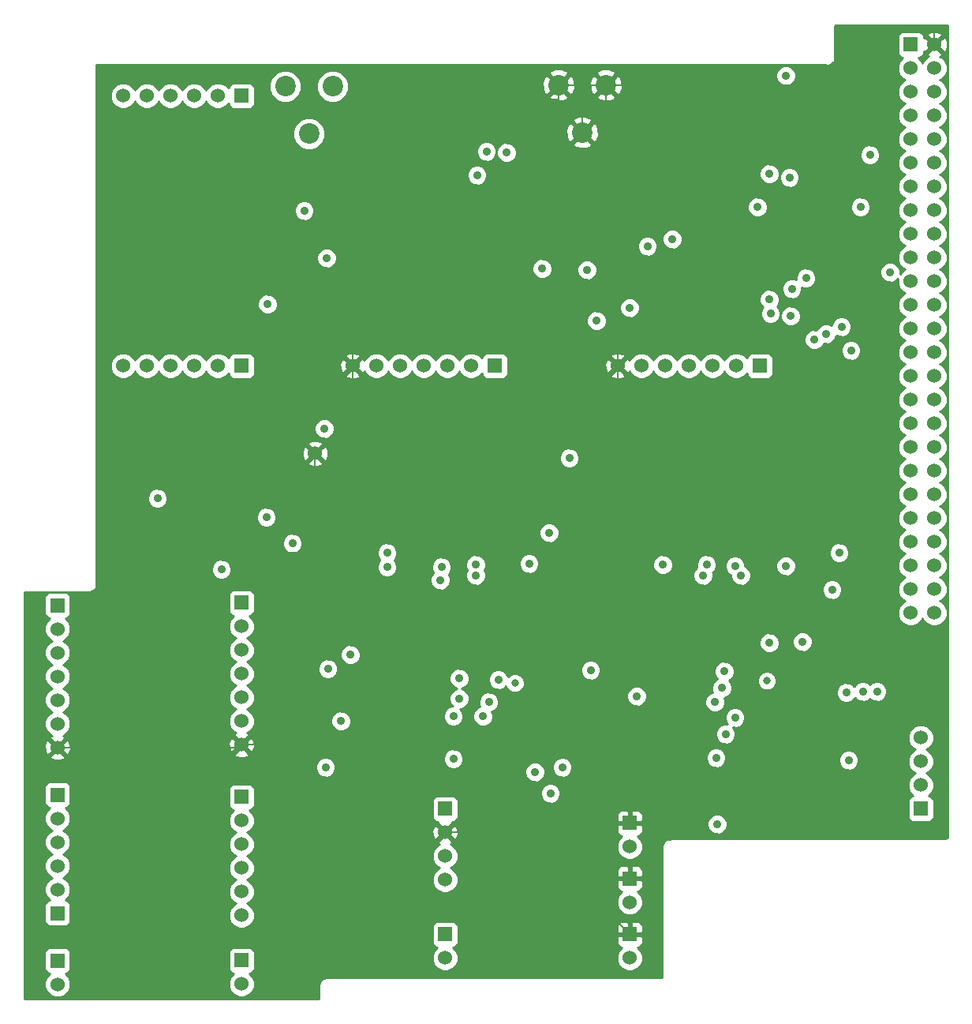
<source format=gbl>
G04 (created by PCBNEW (2013-mar-13)-testing) date Wed 17 Dec 2014 16:17:39 GMT*
%MOIN*%
G04 Gerber Fmt 3.4, Leading zero omitted, Abs format*
%FSLAX34Y34*%
G01*
G70*
G90*
G04 APERTURE LIST*
%ADD10C,0.005906*%
%ADD11C,0.031500*%
%ADD12C,0.060000*%
%ADD13R,0.060000X0.060000*%
%ADD14C,0.086600*%
%ADD15C,0.035400*%
%ADD16C,0.035000*%
%ADD17C,0.048800*%
%ADD18C,0.008000*%
%ADD19C,0.010000*%
G04 APERTURE END LIST*
G54D10*
G54D11*
X52150Y-46600D03*
X62800Y-46500D03*
G54D12*
X43708Y-36904D03*
G54D13*
X40600Y-43200D03*
G54D12*
X40600Y-44200D03*
X40600Y-45200D03*
X40600Y-46200D03*
X40600Y-47200D03*
X40600Y-48200D03*
X40600Y-49200D03*
G54D13*
X32829Y-43313D03*
G54D12*
X32829Y-44313D03*
X32829Y-45313D03*
X32829Y-46313D03*
X32829Y-47313D03*
X32829Y-48313D03*
X32829Y-49313D03*
G54D13*
X62500Y-33200D03*
G54D12*
X61500Y-33200D03*
X60500Y-33200D03*
X59500Y-33200D03*
X58500Y-33200D03*
X57500Y-33200D03*
X56500Y-33200D03*
G54D13*
X51300Y-33200D03*
G54D12*
X50300Y-33200D03*
X49300Y-33200D03*
X48300Y-33200D03*
X47300Y-33200D03*
X46300Y-33200D03*
X45300Y-33200D03*
G54D13*
X40600Y-21800D03*
G54D12*
X39600Y-21800D03*
X38600Y-21800D03*
X37600Y-21800D03*
X36600Y-21800D03*
X35600Y-21800D03*
G54D13*
X69300Y-51900D03*
G54D12*
X69300Y-50900D03*
X69300Y-49900D03*
X69300Y-48900D03*
G54D13*
X49200Y-51900D03*
G54D12*
X49200Y-52900D03*
X49200Y-53900D03*
X49200Y-54900D03*
G54D13*
X32829Y-58313D03*
G54D12*
X32829Y-59313D03*
G54D13*
X57000Y-57200D03*
G54D12*
X57000Y-58200D03*
G54D13*
X57000Y-54850D03*
G54D12*
X57000Y-55850D03*
G54D13*
X57000Y-52500D03*
G54D12*
X57000Y-53500D03*
G54D13*
X68874Y-19639D03*
G54D12*
X69874Y-19639D03*
X68874Y-24639D03*
X69874Y-20639D03*
X68874Y-25639D03*
X69874Y-21639D03*
X68874Y-26639D03*
X69874Y-22639D03*
X68874Y-27639D03*
X69874Y-23639D03*
X68874Y-28639D03*
X69874Y-24639D03*
X68874Y-29639D03*
X69874Y-25639D03*
X68874Y-30639D03*
X69874Y-26639D03*
X68874Y-31639D03*
X69874Y-27639D03*
X68874Y-32639D03*
X69874Y-28639D03*
X68874Y-33639D03*
X69874Y-29639D03*
X68874Y-34639D03*
X69874Y-30639D03*
X69874Y-31639D03*
X68874Y-35639D03*
X69874Y-32639D03*
X69874Y-34639D03*
X69874Y-35639D03*
X69874Y-36639D03*
X69874Y-37639D03*
X68874Y-36639D03*
X68874Y-37639D03*
X68874Y-20639D03*
X68874Y-21639D03*
X68874Y-22639D03*
X68874Y-23639D03*
X68874Y-38639D03*
X69874Y-38639D03*
X69874Y-33639D03*
X68874Y-39639D03*
X69874Y-39639D03*
X68874Y-40639D03*
X69874Y-40639D03*
X68874Y-41639D03*
X69874Y-41639D03*
X68874Y-42639D03*
X69874Y-42639D03*
X68874Y-43639D03*
X69874Y-43639D03*
G54D13*
X32829Y-51313D03*
G54D12*
X32829Y-52313D03*
X32829Y-53313D03*
X32829Y-54313D03*
G54D13*
X32829Y-56313D03*
G54D12*
X32829Y-55313D03*
G54D13*
X40600Y-33200D03*
G54D12*
X39600Y-33200D03*
X38600Y-33200D03*
X37600Y-33200D03*
X36600Y-33200D03*
X35600Y-33200D03*
G54D13*
X40600Y-51400D03*
G54D12*
X40600Y-52400D03*
X40600Y-53400D03*
X40600Y-54400D03*
X40600Y-55400D03*
X40600Y-56400D03*
G54D13*
X40600Y-58300D03*
G54D12*
X40600Y-59300D03*
G54D14*
X43450Y-23400D03*
X44450Y-21400D03*
X42450Y-21400D03*
X55000Y-23350D03*
X56000Y-21350D03*
X54000Y-21350D03*
G54D15*
X49050Y-43850D03*
X49550Y-43850D03*
X50050Y-43850D03*
X50550Y-43850D03*
X49300Y-44200D03*
X49800Y-44200D03*
X50300Y-44200D03*
X49050Y-44550D03*
X49550Y-44550D03*
X50050Y-44550D03*
X50550Y-44550D03*
X60200Y-43800D03*
X60700Y-43800D03*
X61200Y-43800D03*
X61700Y-43800D03*
X60450Y-44150D03*
X60950Y-44150D03*
X61450Y-44150D03*
X60200Y-44500D03*
X60700Y-44500D03*
X61200Y-44500D03*
X61700Y-44500D03*
G54D13*
X49200Y-57200D03*
G54D12*
X49200Y-58200D03*
G54D16*
X51800Y-24200D03*
X53000Y-50350D03*
X44800Y-48200D03*
X49550Y-49800D03*
X49550Y-48000D03*
X50800Y-48000D03*
X49800Y-47250D03*
X42750Y-40700D03*
X61050Y-48750D03*
X60900Y-46800D03*
X60650Y-49750D03*
X60600Y-47400D03*
X66750Y-26500D03*
X62400Y-26500D03*
X63600Y-20950D03*
X44100Y-35850D03*
X44200Y-28650D03*
X54450Y-37100D03*
X50950Y-24150D03*
X39750Y-41800D03*
X43250Y-26650D03*
X65300Y-31850D03*
X63850Y-29950D03*
X66150Y-47000D03*
X66250Y-49850D03*
X65550Y-42650D03*
X53650Y-51250D03*
X65950Y-31550D03*
X64450Y-29500D03*
X55600Y-31300D03*
X55200Y-29150D03*
X57750Y-28150D03*
X67150Y-24300D03*
X63800Y-31100D03*
X62900Y-44900D03*
X64300Y-44850D03*
X64800Y-32100D03*
X53600Y-40250D03*
X62950Y-31000D03*
X57000Y-30750D03*
X54150Y-50150D03*
X65850Y-41100D03*
X44150Y-50150D03*
X46750Y-41100D03*
X45200Y-45400D03*
X41650Y-39600D03*
X41700Y-30600D03*
X62900Y-30400D03*
X62900Y-25100D03*
X53300Y-29100D03*
X63750Y-25250D03*
X60700Y-52550D03*
X51450Y-46450D03*
X66350Y-32550D03*
X66850Y-46950D03*
X67450Y-46950D03*
X49050Y-21950D03*
X55050Y-24850D03*
X62250Y-36800D03*
X60700Y-36750D03*
X64300Y-36750D03*
X57200Y-36750D03*
X51200Y-36850D03*
X49500Y-36800D03*
X46600Y-36800D03*
X53200Y-36800D03*
X46300Y-48250D03*
X52750Y-44850D03*
X44850Y-42250D03*
X36950Y-41000D03*
X43350Y-38500D03*
X64300Y-45750D03*
X66600Y-25400D03*
X63100Y-21300D03*
X42900Y-24600D03*
X57250Y-47850D03*
X56450Y-42350D03*
X45100Y-25600D03*
X54700Y-34500D03*
X58400Y-41600D03*
X60250Y-41600D03*
X63600Y-41650D03*
X61450Y-41650D03*
X50500Y-41600D03*
X52750Y-41550D03*
X46750Y-41700D03*
X49050Y-41700D03*
X51050Y-47400D03*
X49800Y-46400D03*
X61450Y-48050D03*
X61000Y-46100D03*
X68000Y-29250D03*
X58800Y-27850D03*
X50550Y-25150D03*
X57300Y-47150D03*
X50500Y-42050D03*
X49000Y-42250D03*
X44250Y-46000D03*
X55350Y-46050D03*
X37050Y-38800D03*
X61700Y-42050D03*
X60100Y-42050D03*
G54D17*
X60450Y-44150D02*
X61450Y-44150D01*
X49300Y-44200D02*
X50300Y-44200D01*
G54D18*
X54000Y-21950D02*
X54000Y-21350D01*
X49050Y-21950D02*
X54000Y-21950D01*
X56000Y-23900D02*
X56000Y-21350D01*
X55050Y-24850D02*
X56000Y-23900D01*
X57000Y-52500D02*
X52100Y-52500D01*
X52100Y-52500D02*
X51900Y-52300D01*
X57000Y-54850D02*
X51800Y-54850D01*
X62250Y-36800D02*
X62300Y-36750D01*
X62300Y-36750D02*
X62550Y-36750D01*
X57200Y-36750D02*
X60700Y-36750D01*
X60700Y-36750D02*
X64300Y-36750D01*
X56275Y-35825D02*
X54175Y-35825D01*
X57200Y-36750D02*
X56275Y-35825D01*
X51200Y-36800D02*
X51200Y-36850D01*
X49500Y-36800D02*
X49800Y-36800D01*
X53200Y-36800D02*
X51200Y-36800D01*
X51200Y-36800D02*
X49800Y-36800D01*
X49800Y-36800D02*
X46600Y-36800D01*
X54700Y-35300D02*
X54700Y-34500D01*
X53200Y-36800D02*
X54175Y-35825D01*
X54175Y-35825D02*
X54700Y-35300D01*
G54D17*
X49050Y-43850D02*
X50550Y-43850D01*
X48750Y-43550D02*
X48750Y-44750D01*
X48750Y-44750D02*
X48600Y-44900D01*
X49050Y-43850D02*
X49050Y-44550D01*
X50800Y-43550D02*
X50800Y-44800D01*
X50800Y-44800D02*
X50900Y-44900D01*
X50550Y-43850D02*
X50550Y-44550D01*
X51000Y-45000D02*
X50900Y-44900D01*
X50900Y-44900D02*
X51000Y-45000D01*
X50900Y-44900D02*
X50550Y-44550D01*
X49050Y-44550D02*
X48950Y-44550D01*
X48950Y-44550D02*
X48600Y-44900D01*
X48600Y-44900D02*
X50900Y-44900D01*
X50550Y-43850D02*
X50550Y-43800D01*
X50550Y-43800D02*
X50800Y-43550D01*
X48750Y-43550D02*
X49050Y-43850D01*
X50800Y-43550D02*
X48750Y-43550D01*
X62000Y-44600D02*
X62000Y-44850D01*
X59850Y-44900D02*
X59800Y-44950D01*
X62050Y-44900D02*
X59850Y-44900D01*
X62000Y-44850D02*
X62050Y-44900D01*
X60200Y-43800D02*
X61700Y-43800D01*
X61200Y-43800D02*
X61200Y-44000D01*
X61200Y-44000D02*
X61700Y-44500D01*
X61700Y-43800D02*
X61700Y-44500D01*
X62000Y-44600D02*
X62000Y-43500D01*
X60000Y-44600D02*
X62000Y-44600D01*
X62000Y-44600D02*
X62050Y-44650D01*
X60000Y-43500D02*
X60000Y-44600D01*
X60000Y-44600D02*
X59950Y-44650D01*
X60700Y-43800D02*
X61200Y-43800D01*
X61700Y-43800D02*
X62000Y-43500D01*
X60200Y-43700D02*
X60200Y-43800D01*
X60000Y-43500D02*
X60200Y-43700D01*
X62000Y-43500D02*
X60000Y-43500D01*
X60200Y-44500D02*
X61700Y-44500D01*
X49050Y-44550D02*
X50550Y-44550D01*
G54D18*
X46300Y-48250D02*
X46300Y-49200D01*
X53100Y-49200D02*
X53100Y-45200D01*
X53100Y-45200D02*
X52750Y-44850D01*
X44850Y-42250D02*
X43700Y-42250D01*
X43700Y-41100D02*
X37050Y-41100D01*
X37050Y-41100D02*
X36950Y-41000D01*
X43708Y-36904D02*
X43708Y-38442D01*
X43708Y-38442D02*
X43700Y-38450D01*
X43700Y-38450D02*
X43700Y-41100D01*
X43700Y-41100D02*
X43700Y-42250D01*
X43700Y-42250D02*
X43700Y-49000D01*
X43700Y-49000D02*
X43850Y-49150D01*
X43400Y-38450D02*
X43700Y-38450D01*
G54D17*
X43350Y-38500D02*
X43400Y-38450D01*
G54D18*
X56000Y-21350D02*
X54000Y-21350D01*
X54000Y-21350D02*
X55000Y-22350D01*
X55000Y-22350D02*
X55000Y-23350D01*
X57250Y-47850D02*
X57250Y-49050D01*
X57250Y-49050D02*
X57400Y-49200D01*
X64300Y-49200D02*
X64300Y-45750D01*
X66600Y-21350D02*
X65300Y-21350D01*
X66600Y-25400D02*
X66600Y-21350D01*
X62900Y-21350D02*
X63050Y-21350D01*
X63050Y-21350D02*
X63100Y-21300D01*
X51700Y-52900D02*
X51550Y-52900D01*
X51850Y-53050D02*
X51700Y-52900D01*
X51550Y-52900D02*
X51500Y-52900D01*
X51850Y-53050D02*
X51850Y-50100D01*
X51850Y-50100D02*
X52800Y-49200D01*
X56500Y-33200D02*
X56500Y-34400D01*
X56500Y-34400D02*
X56600Y-34500D01*
X56500Y-33200D02*
X56500Y-29350D01*
X56500Y-29350D02*
X52750Y-25600D01*
X45100Y-25600D02*
X52750Y-25600D01*
X52750Y-25600D02*
X55000Y-23350D01*
X69874Y-19639D02*
X69874Y-18826D01*
X69874Y-18826D02*
X69850Y-18850D01*
X69850Y-18850D02*
X65750Y-18850D01*
X65750Y-18850D02*
X65650Y-18950D01*
X65650Y-18950D02*
X65650Y-21000D01*
X65650Y-21000D02*
X65300Y-21350D01*
X65300Y-21350D02*
X62900Y-21350D01*
X62900Y-21350D02*
X56000Y-21350D01*
X43200Y-24600D02*
X42900Y-24600D01*
X45100Y-24600D02*
X45100Y-25600D01*
X43200Y-24600D02*
X45100Y-24600D01*
X51850Y-56600D02*
X51850Y-53050D01*
X51850Y-56600D02*
X56400Y-56600D01*
X56400Y-56600D02*
X57000Y-57200D01*
X49200Y-52900D02*
X51600Y-52900D01*
X40600Y-49200D02*
X46300Y-49200D01*
X46300Y-49200D02*
X53100Y-49200D01*
X53100Y-49200D02*
X57400Y-49200D01*
X57400Y-49200D02*
X64300Y-49200D01*
X32829Y-49313D02*
X40487Y-49313D01*
X40487Y-49313D02*
X40600Y-49200D01*
X45300Y-33200D02*
X45300Y-35312D01*
X45300Y-35312D02*
X43708Y-36904D01*
X45300Y-33200D02*
X45300Y-25800D01*
X45300Y-25800D02*
X45100Y-25600D01*
X56450Y-47050D02*
X56450Y-42350D01*
X57250Y-47850D02*
X56450Y-47050D01*
X54700Y-34500D02*
X56600Y-34500D01*
X56450Y-42350D02*
X56550Y-42350D01*
G54D10*
G36*
X70443Y-53125D02*
X70428Y-53128D01*
X70428Y-19720D01*
X70417Y-19502D01*
X70355Y-19351D01*
X70259Y-19323D01*
X70189Y-19394D01*
X70189Y-19253D01*
X70161Y-19157D01*
X69955Y-19084D01*
X69737Y-19095D01*
X69586Y-19157D01*
X69558Y-19253D01*
X69874Y-19568D01*
X70189Y-19253D01*
X70189Y-19394D01*
X69944Y-19639D01*
X70259Y-19954D01*
X70355Y-19926D01*
X70428Y-19720D01*
X70428Y-53128D01*
X70424Y-53129D01*
X70424Y-43530D01*
X70340Y-43327D01*
X70185Y-43173D01*
X70104Y-43139D01*
X70185Y-43105D01*
X70339Y-42950D01*
X70423Y-42748D01*
X70424Y-42530D01*
X70340Y-42327D01*
X70185Y-42173D01*
X70104Y-42139D01*
X70185Y-42105D01*
X70339Y-41950D01*
X70423Y-41748D01*
X70424Y-41530D01*
X70340Y-41327D01*
X70185Y-41173D01*
X70104Y-41139D01*
X70185Y-41105D01*
X70339Y-40950D01*
X70423Y-40748D01*
X70424Y-40530D01*
X70340Y-40327D01*
X70185Y-40173D01*
X70104Y-40139D01*
X70185Y-40105D01*
X70339Y-39950D01*
X70423Y-39748D01*
X70424Y-39530D01*
X70340Y-39327D01*
X70185Y-39173D01*
X70104Y-39139D01*
X70185Y-39105D01*
X70339Y-38950D01*
X70423Y-38748D01*
X70424Y-38530D01*
X70340Y-38327D01*
X70185Y-38173D01*
X70104Y-38139D01*
X70185Y-38105D01*
X70339Y-37950D01*
X70423Y-37748D01*
X70424Y-37530D01*
X70340Y-37327D01*
X70185Y-37173D01*
X70104Y-37139D01*
X70185Y-37105D01*
X70339Y-36950D01*
X70423Y-36748D01*
X70424Y-36530D01*
X70340Y-36327D01*
X70185Y-36173D01*
X70104Y-36139D01*
X70185Y-36105D01*
X70339Y-35950D01*
X70423Y-35748D01*
X70424Y-35530D01*
X70340Y-35327D01*
X70185Y-35173D01*
X70104Y-35139D01*
X70185Y-35105D01*
X70339Y-34950D01*
X70423Y-34748D01*
X70424Y-34530D01*
X70340Y-34327D01*
X70185Y-34173D01*
X70104Y-34139D01*
X70185Y-34105D01*
X70339Y-33950D01*
X70423Y-33748D01*
X70424Y-33530D01*
X70340Y-33327D01*
X70185Y-33173D01*
X70104Y-33139D01*
X70185Y-33105D01*
X70339Y-32950D01*
X70423Y-32748D01*
X70424Y-32530D01*
X70340Y-32327D01*
X70185Y-32173D01*
X70104Y-32139D01*
X70185Y-32105D01*
X70339Y-31950D01*
X70423Y-31748D01*
X70424Y-31530D01*
X70340Y-31327D01*
X70185Y-31173D01*
X70104Y-31139D01*
X70185Y-31105D01*
X70339Y-30950D01*
X70423Y-30748D01*
X70424Y-30530D01*
X70340Y-30327D01*
X70185Y-30173D01*
X70104Y-30139D01*
X70185Y-30105D01*
X70339Y-29950D01*
X70423Y-29748D01*
X70424Y-29530D01*
X70340Y-29327D01*
X70185Y-29173D01*
X70104Y-29139D01*
X70185Y-29105D01*
X70339Y-28950D01*
X70423Y-28748D01*
X70424Y-28530D01*
X70340Y-28327D01*
X70185Y-28173D01*
X70104Y-28139D01*
X70185Y-28105D01*
X70339Y-27950D01*
X70423Y-27748D01*
X70424Y-27530D01*
X70340Y-27327D01*
X70185Y-27173D01*
X70104Y-27139D01*
X70185Y-27105D01*
X70339Y-26950D01*
X70423Y-26748D01*
X70424Y-26530D01*
X70340Y-26327D01*
X70185Y-26173D01*
X70104Y-26139D01*
X70185Y-26105D01*
X70339Y-25950D01*
X70423Y-25748D01*
X70424Y-25530D01*
X70340Y-25327D01*
X70185Y-25173D01*
X70104Y-25139D01*
X70185Y-25105D01*
X70339Y-24950D01*
X70423Y-24748D01*
X70424Y-24530D01*
X70340Y-24327D01*
X70185Y-24173D01*
X70104Y-24139D01*
X70185Y-24105D01*
X70339Y-23950D01*
X70423Y-23748D01*
X70424Y-23530D01*
X70340Y-23327D01*
X70185Y-23173D01*
X70104Y-23139D01*
X70185Y-23105D01*
X70339Y-22950D01*
X70423Y-22748D01*
X70424Y-22530D01*
X70340Y-22327D01*
X70185Y-22173D01*
X70104Y-22139D01*
X70185Y-22105D01*
X70339Y-21950D01*
X70423Y-21748D01*
X70424Y-21530D01*
X70340Y-21327D01*
X70185Y-21173D01*
X70104Y-21139D01*
X70185Y-21105D01*
X70339Y-20950D01*
X70423Y-20748D01*
X70424Y-20530D01*
X70340Y-20327D01*
X70185Y-20173D01*
X70110Y-20141D01*
X70161Y-20120D01*
X70189Y-20024D01*
X69874Y-19709D01*
X69558Y-20024D01*
X69586Y-20120D01*
X69641Y-20139D01*
X69562Y-20172D01*
X69408Y-20327D01*
X69374Y-20408D01*
X69340Y-20327D01*
X69201Y-20189D01*
X69223Y-20189D01*
X69315Y-20150D01*
X69385Y-20080D01*
X69424Y-19988D01*
X69424Y-19935D01*
X69488Y-19954D01*
X69803Y-19639D01*
X69488Y-19323D01*
X69424Y-19342D01*
X69424Y-19289D01*
X69385Y-19197D01*
X69315Y-19127D01*
X69223Y-19089D01*
X69124Y-19089D01*
X68524Y-19089D01*
X68432Y-19127D01*
X68362Y-19197D01*
X68324Y-19289D01*
X68324Y-19388D01*
X68324Y-19988D01*
X68362Y-20080D01*
X68432Y-20150D01*
X68524Y-20189D01*
X68546Y-20189D01*
X68408Y-20327D01*
X68324Y-20529D01*
X68323Y-20747D01*
X68407Y-20950D01*
X68562Y-21104D01*
X68643Y-21138D01*
X68562Y-21172D01*
X68408Y-21327D01*
X68324Y-21529D01*
X68323Y-21747D01*
X68407Y-21950D01*
X68562Y-22104D01*
X68643Y-22138D01*
X68562Y-22172D01*
X68408Y-22327D01*
X68324Y-22529D01*
X68323Y-22747D01*
X68407Y-22950D01*
X68562Y-23104D01*
X68643Y-23138D01*
X68562Y-23172D01*
X68408Y-23327D01*
X68324Y-23529D01*
X68323Y-23747D01*
X68407Y-23950D01*
X68562Y-24104D01*
X68643Y-24138D01*
X68562Y-24172D01*
X68408Y-24327D01*
X68324Y-24529D01*
X68323Y-24747D01*
X68407Y-24950D01*
X68562Y-25104D01*
X68643Y-25138D01*
X68562Y-25172D01*
X68408Y-25327D01*
X68324Y-25529D01*
X68323Y-25747D01*
X68407Y-25950D01*
X68562Y-26104D01*
X68643Y-26138D01*
X68562Y-26172D01*
X68408Y-26327D01*
X68324Y-26529D01*
X68323Y-26747D01*
X68407Y-26950D01*
X68562Y-27104D01*
X68643Y-27138D01*
X68562Y-27172D01*
X68408Y-27327D01*
X68324Y-27529D01*
X68323Y-27747D01*
X68407Y-27950D01*
X68562Y-28104D01*
X68643Y-28138D01*
X68562Y-28172D01*
X68408Y-28327D01*
X68324Y-28529D01*
X68323Y-28747D01*
X68407Y-28950D01*
X68562Y-29104D01*
X68643Y-29138D01*
X68562Y-29172D01*
X68424Y-29310D01*
X68425Y-29165D01*
X68360Y-29009D01*
X68241Y-28889D01*
X68084Y-28825D01*
X67915Y-28824D01*
X67759Y-28889D01*
X67639Y-29008D01*
X67575Y-29165D01*
X67575Y-24215D01*
X67510Y-24059D01*
X67391Y-23939D01*
X67234Y-23875D01*
X67065Y-23874D01*
X66909Y-23939D01*
X66789Y-24058D01*
X66725Y-24215D01*
X66724Y-24384D01*
X66789Y-24540D01*
X66908Y-24660D01*
X67065Y-24724D01*
X67234Y-24725D01*
X67390Y-24660D01*
X67510Y-24541D01*
X67574Y-24384D01*
X67575Y-24215D01*
X67575Y-29165D01*
X67574Y-29334D01*
X67639Y-29490D01*
X67758Y-29610D01*
X67915Y-29674D01*
X68084Y-29675D01*
X68240Y-29610D01*
X68325Y-29525D01*
X68324Y-29529D01*
X68323Y-29747D01*
X68407Y-29950D01*
X68562Y-30104D01*
X68643Y-30138D01*
X68562Y-30172D01*
X68408Y-30327D01*
X68324Y-30529D01*
X68323Y-30747D01*
X68407Y-30950D01*
X68562Y-31104D01*
X68643Y-31138D01*
X68562Y-31172D01*
X68408Y-31327D01*
X68324Y-31529D01*
X68323Y-31747D01*
X68407Y-31950D01*
X68562Y-32104D01*
X68643Y-32138D01*
X68562Y-32172D01*
X68408Y-32327D01*
X68324Y-32529D01*
X68323Y-32747D01*
X68407Y-32950D01*
X68562Y-33104D01*
X68643Y-33138D01*
X68562Y-33172D01*
X68408Y-33327D01*
X68324Y-33529D01*
X68323Y-33747D01*
X68407Y-33950D01*
X68562Y-34104D01*
X68643Y-34138D01*
X68562Y-34172D01*
X68408Y-34327D01*
X68324Y-34529D01*
X68323Y-34747D01*
X68407Y-34950D01*
X68562Y-35104D01*
X68643Y-35138D01*
X68562Y-35172D01*
X68408Y-35327D01*
X68324Y-35529D01*
X68323Y-35747D01*
X68407Y-35950D01*
X68562Y-36104D01*
X68643Y-36138D01*
X68562Y-36172D01*
X68408Y-36327D01*
X68324Y-36529D01*
X68323Y-36747D01*
X68407Y-36950D01*
X68562Y-37104D01*
X68643Y-37138D01*
X68562Y-37172D01*
X68408Y-37327D01*
X68324Y-37529D01*
X68323Y-37747D01*
X68407Y-37950D01*
X68562Y-38104D01*
X68643Y-38138D01*
X68562Y-38172D01*
X68408Y-38327D01*
X68324Y-38529D01*
X68323Y-38747D01*
X68407Y-38950D01*
X68562Y-39104D01*
X68643Y-39138D01*
X68562Y-39172D01*
X68408Y-39327D01*
X68324Y-39529D01*
X68323Y-39747D01*
X68407Y-39950D01*
X68562Y-40104D01*
X68643Y-40138D01*
X68562Y-40172D01*
X68408Y-40327D01*
X68324Y-40529D01*
X68323Y-40747D01*
X68407Y-40950D01*
X68562Y-41104D01*
X68643Y-41138D01*
X68562Y-41172D01*
X68408Y-41327D01*
X68324Y-41529D01*
X68323Y-41747D01*
X68407Y-41950D01*
X68562Y-42104D01*
X68643Y-42138D01*
X68562Y-42172D01*
X68408Y-42327D01*
X68324Y-42529D01*
X68323Y-42747D01*
X68407Y-42950D01*
X68562Y-43104D01*
X68643Y-43138D01*
X68562Y-43172D01*
X68408Y-43327D01*
X68324Y-43529D01*
X68323Y-43747D01*
X68407Y-43950D01*
X68562Y-44104D01*
X68764Y-44188D01*
X68982Y-44189D01*
X69185Y-44105D01*
X69339Y-43950D01*
X69373Y-43869D01*
X69407Y-43950D01*
X69562Y-44104D01*
X69764Y-44188D01*
X69982Y-44189D01*
X70185Y-44105D01*
X70339Y-43950D01*
X70423Y-43748D01*
X70424Y-43530D01*
X70424Y-53129D01*
X70347Y-53144D01*
X70318Y-53164D01*
X69850Y-53164D01*
X69850Y-50791D01*
X69766Y-50588D01*
X69611Y-50434D01*
X69530Y-50400D01*
X69611Y-50366D01*
X69765Y-50211D01*
X69849Y-50009D01*
X69850Y-49791D01*
X69766Y-49588D01*
X69611Y-49434D01*
X69530Y-49400D01*
X69611Y-49366D01*
X69765Y-49211D01*
X69849Y-49009D01*
X69850Y-48791D01*
X69766Y-48588D01*
X69611Y-48434D01*
X69409Y-48350D01*
X69191Y-48349D01*
X68988Y-48433D01*
X68834Y-48588D01*
X68750Y-48790D01*
X68749Y-49008D01*
X68833Y-49211D01*
X68988Y-49365D01*
X69069Y-49399D01*
X68988Y-49433D01*
X68834Y-49588D01*
X68750Y-49790D01*
X68749Y-50008D01*
X68833Y-50211D01*
X68988Y-50365D01*
X69069Y-50399D01*
X68988Y-50433D01*
X68834Y-50588D01*
X68750Y-50790D01*
X68749Y-51008D01*
X68833Y-51211D01*
X68972Y-51350D01*
X68950Y-51350D01*
X68858Y-51388D01*
X68788Y-51458D01*
X68750Y-51550D01*
X68750Y-51649D01*
X68750Y-52249D01*
X68788Y-52341D01*
X68858Y-52411D01*
X68950Y-52450D01*
X69049Y-52450D01*
X69649Y-52450D01*
X69741Y-52411D01*
X69811Y-52341D01*
X69850Y-52249D01*
X69850Y-52150D01*
X69850Y-51550D01*
X69811Y-51458D01*
X69741Y-51388D01*
X69649Y-51350D01*
X69627Y-51350D01*
X69765Y-51211D01*
X69849Y-51009D01*
X69850Y-50791D01*
X69850Y-53164D01*
X67875Y-53164D01*
X67875Y-46865D01*
X67810Y-46709D01*
X67691Y-46589D01*
X67534Y-46525D01*
X67365Y-46524D01*
X67209Y-46589D01*
X67175Y-46623D01*
X67175Y-26415D01*
X67110Y-26259D01*
X66991Y-26139D01*
X66834Y-26075D01*
X66665Y-26074D01*
X66509Y-26139D01*
X66389Y-26258D01*
X66325Y-26415D01*
X66324Y-26584D01*
X66389Y-26740D01*
X66508Y-26860D01*
X66665Y-26924D01*
X66834Y-26925D01*
X66990Y-26860D01*
X67110Y-26741D01*
X67174Y-26584D01*
X67175Y-26415D01*
X67175Y-46623D01*
X67150Y-46648D01*
X67091Y-46589D01*
X66934Y-46525D01*
X66775Y-46524D01*
X66775Y-32465D01*
X66710Y-32309D01*
X66591Y-32189D01*
X66434Y-32125D01*
X66375Y-32125D01*
X66375Y-31465D01*
X66310Y-31309D01*
X66191Y-31189D01*
X66034Y-31125D01*
X65865Y-31124D01*
X65709Y-31189D01*
X65589Y-31308D01*
X65525Y-31465D01*
X65525Y-31483D01*
X65384Y-31425D01*
X65215Y-31424D01*
X65059Y-31489D01*
X64939Y-31608D01*
X64908Y-31684D01*
X64884Y-31675D01*
X64875Y-31675D01*
X64875Y-29415D01*
X64810Y-29259D01*
X64691Y-29139D01*
X64534Y-29075D01*
X64365Y-29074D01*
X64209Y-29139D01*
X64175Y-29173D01*
X64175Y-25165D01*
X64110Y-25009D01*
X64025Y-24923D01*
X64025Y-20865D01*
X63960Y-20709D01*
X63841Y-20589D01*
X63684Y-20525D01*
X63515Y-20524D01*
X63359Y-20589D01*
X63239Y-20708D01*
X63175Y-20865D01*
X63174Y-21034D01*
X63239Y-21190D01*
X63358Y-21310D01*
X63515Y-21374D01*
X63684Y-21375D01*
X63840Y-21310D01*
X63960Y-21191D01*
X64024Y-21034D01*
X64025Y-20865D01*
X64025Y-24923D01*
X63991Y-24889D01*
X63834Y-24825D01*
X63665Y-24824D01*
X63509Y-24889D01*
X63389Y-25008D01*
X63325Y-25165D01*
X63325Y-25015D01*
X63260Y-24859D01*
X63141Y-24739D01*
X62984Y-24675D01*
X62815Y-24674D01*
X62659Y-24739D01*
X62539Y-24858D01*
X62475Y-25015D01*
X62474Y-25184D01*
X62539Y-25340D01*
X62658Y-25460D01*
X62815Y-25524D01*
X62984Y-25525D01*
X63140Y-25460D01*
X63260Y-25341D01*
X63324Y-25184D01*
X63325Y-25015D01*
X63325Y-25165D01*
X63324Y-25334D01*
X63389Y-25490D01*
X63508Y-25610D01*
X63665Y-25674D01*
X63834Y-25675D01*
X63990Y-25610D01*
X64110Y-25491D01*
X64174Y-25334D01*
X64175Y-25165D01*
X64175Y-29173D01*
X64089Y-29258D01*
X64025Y-29415D01*
X64024Y-29562D01*
X63934Y-29525D01*
X63765Y-29524D01*
X63609Y-29589D01*
X63489Y-29708D01*
X63425Y-29865D01*
X63424Y-30034D01*
X63489Y-30190D01*
X63608Y-30310D01*
X63765Y-30374D01*
X63934Y-30375D01*
X64090Y-30310D01*
X64210Y-30191D01*
X64274Y-30034D01*
X64275Y-29887D01*
X64365Y-29924D01*
X64534Y-29925D01*
X64690Y-29860D01*
X64810Y-29741D01*
X64874Y-29584D01*
X64875Y-29415D01*
X64875Y-31675D01*
X64715Y-31674D01*
X64559Y-31739D01*
X64439Y-31858D01*
X64375Y-32015D01*
X64374Y-32184D01*
X64439Y-32340D01*
X64558Y-32460D01*
X64715Y-32524D01*
X64884Y-32525D01*
X65040Y-32460D01*
X65160Y-32341D01*
X65191Y-32265D01*
X65215Y-32274D01*
X65384Y-32275D01*
X65540Y-32210D01*
X65660Y-32091D01*
X65724Y-31934D01*
X65724Y-31916D01*
X65865Y-31974D01*
X66034Y-31975D01*
X66190Y-31910D01*
X66310Y-31791D01*
X66374Y-31634D01*
X66375Y-31465D01*
X66375Y-32125D01*
X66265Y-32124D01*
X66109Y-32189D01*
X65989Y-32308D01*
X65925Y-32465D01*
X65924Y-32634D01*
X65989Y-32790D01*
X66108Y-32910D01*
X66265Y-32974D01*
X66434Y-32975D01*
X66590Y-32910D01*
X66710Y-32791D01*
X66774Y-32634D01*
X66775Y-32465D01*
X66775Y-46524D01*
X66765Y-46524D01*
X66609Y-46589D01*
X66489Y-46708D01*
X66481Y-46730D01*
X66391Y-46639D01*
X66275Y-46591D01*
X66275Y-41015D01*
X66210Y-40859D01*
X66091Y-40739D01*
X65934Y-40675D01*
X65765Y-40674D01*
X65609Y-40739D01*
X65489Y-40858D01*
X65425Y-41015D01*
X65424Y-41184D01*
X65489Y-41340D01*
X65608Y-41460D01*
X65765Y-41524D01*
X65934Y-41525D01*
X66090Y-41460D01*
X66210Y-41341D01*
X66274Y-41184D01*
X66275Y-41015D01*
X66275Y-46591D01*
X66234Y-46575D01*
X66065Y-46574D01*
X65975Y-46612D01*
X65975Y-42565D01*
X65910Y-42409D01*
X65791Y-42289D01*
X65634Y-42225D01*
X65465Y-42224D01*
X65309Y-42289D01*
X65189Y-42408D01*
X65125Y-42565D01*
X65124Y-42734D01*
X65189Y-42890D01*
X65308Y-43010D01*
X65465Y-43074D01*
X65634Y-43075D01*
X65790Y-43010D01*
X65910Y-42891D01*
X65974Y-42734D01*
X65975Y-42565D01*
X65975Y-46612D01*
X65909Y-46639D01*
X65789Y-46758D01*
X65725Y-46915D01*
X65724Y-47084D01*
X65789Y-47240D01*
X65908Y-47360D01*
X66065Y-47424D01*
X66234Y-47425D01*
X66390Y-47360D01*
X66510Y-47241D01*
X66518Y-47219D01*
X66608Y-47310D01*
X66765Y-47374D01*
X66934Y-47375D01*
X67090Y-47310D01*
X67149Y-47251D01*
X67208Y-47310D01*
X67365Y-47374D01*
X67534Y-47375D01*
X67690Y-47310D01*
X67810Y-47191D01*
X67874Y-47034D01*
X67875Y-46865D01*
X67875Y-53164D01*
X66675Y-53164D01*
X66675Y-49765D01*
X66610Y-49609D01*
X66491Y-49489D01*
X66334Y-49425D01*
X66165Y-49424D01*
X66009Y-49489D01*
X65889Y-49608D01*
X65825Y-49765D01*
X65824Y-49934D01*
X65889Y-50090D01*
X66008Y-50210D01*
X66165Y-50274D01*
X66334Y-50275D01*
X66490Y-50210D01*
X66610Y-50091D01*
X66674Y-49934D01*
X66675Y-49765D01*
X66675Y-53164D01*
X64725Y-53164D01*
X64725Y-44765D01*
X64660Y-44609D01*
X64541Y-44489D01*
X64384Y-44425D01*
X64225Y-44424D01*
X64225Y-31015D01*
X64160Y-30859D01*
X64041Y-30739D01*
X63884Y-30675D01*
X63715Y-30674D01*
X63559Y-30739D01*
X63439Y-30858D01*
X63375Y-31015D01*
X63375Y-30915D01*
X63310Y-30759D01*
X63226Y-30675D01*
X63260Y-30641D01*
X63324Y-30484D01*
X63325Y-30315D01*
X63260Y-30159D01*
X63141Y-30039D01*
X62984Y-29975D01*
X62825Y-29974D01*
X62825Y-26415D01*
X62760Y-26259D01*
X62641Y-26139D01*
X62484Y-26075D01*
X62315Y-26074D01*
X62159Y-26139D01*
X62039Y-26258D01*
X61975Y-26415D01*
X61974Y-26584D01*
X62039Y-26740D01*
X62158Y-26860D01*
X62315Y-26924D01*
X62484Y-26925D01*
X62640Y-26860D01*
X62760Y-26741D01*
X62824Y-26584D01*
X62825Y-26415D01*
X62825Y-29974D01*
X62815Y-29974D01*
X62659Y-30039D01*
X62539Y-30158D01*
X62475Y-30315D01*
X62474Y-30484D01*
X62539Y-30640D01*
X62623Y-30724D01*
X62589Y-30758D01*
X62525Y-30915D01*
X62524Y-31084D01*
X62589Y-31240D01*
X62708Y-31360D01*
X62865Y-31424D01*
X63034Y-31425D01*
X63190Y-31360D01*
X63310Y-31241D01*
X63374Y-31084D01*
X63375Y-30915D01*
X63375Y-31015D01*
X63374Y-31184D01*
X63439Y-31340D01*
X63558Y-31460D01*
X63715Y-31524D01*
X63884Y-31525D01*
X64040Y-31460D01*
X64160Y-31341D01*
X64224Y-31184D01*
X64225Y-31015D01*
X64225Y-44424D01*
X64215Y-44424D01*
X64059Y-44489D01*
X64025Y-44523D01*
X64025Y-41565D01*
X63960Y-41409D01*
X63841Y-41289D01*
X63684Y-41225D01*
X63515Y-41224D01*
X63359Y-41289D01*
X63239Y-41408D01*
X63175Y-41565D01*
X63174Y-41734D01*
X63239Y-41890D01*
X63358Y-42010D01*
X63515Y-42074D01*
X63684Y-42075D01*
X63840Y-42010D01*
X63960Y-41891D01*
X64024Y-41734D01*
X64025Y-41565D01*
X64025Y-44523D01*
X63939Y-44608D01*
X63875Y-44765D01*
X63874Y-44934D01*
X63939Y-45090D01*
X64058Y-45210D01*
X64215Y-45274D01*
X64384Y-45275D01*
X64540Y-45210D01*
X64660Y-45091D01*
X64724Y-44934D01*
X64725Y-44765D01*
X64725Y-53164D01*
X63325Y-53164D01*
X63325Y-44815D01*
X63260Y-44659D01*
X63141Y-44539D01*
X63050Y-44502D01*
X63050Y-33549D01*
X63050Y-33450D01*
X63050Y-32850D01*
X63011Y-32758D01*
X62941Y-32688D01*
X62849Y-32650D01*
X62750Y-32650D01*
X62150Y-32650D01*
X62058Y-32688D01*
X61988Y-32758D01*
X61950Y-32850D01*
X61950Y-32872D01*
X61811Y-32734D01*
X61609Y-32650D01*
X61391Y-32649D01*
X61188Y-32733D01*
X61034Y-32888D01*
X61000Y-32969D01*
X60966Y-32888D01*
X60811Y-32734D01*
X60609Y-32650D01*
X60391Y-32649D01*
X60188Y-32733D01*
X60034Y-32888D01*
X60000Y-32969D01*
X59966Y-32888D01*
X59811Y-32734D01*
X59609Y-32650D01*
X59391Y-32649D01*
X59225Y-32718D01*
X59225Y-27765D01*
X59160Y-27609D01*
X59041Y-27489D01*
X58884Y-27425D01*
X58715Y-27424D01*
X58559Y-27489D01*
X58439Y-27608D01*
X58375Y-27765D01*
X58374Y-27934D01*
X58439Y-28090D01*
X58558Y-28210D01*
X58715Y-28274D01*
X58884Y-28275D01*
X59040Y-28210D01*
X59160Y-28091D01*
X59224Y-27934D01*
X59225Y-27765D01*
X59225Y-32718D01*
X59188Y-32733D01*
X59034Y-32888D01*
X59000Y-32969D01*
X58966Y-32888D01*
X58811Y-32734D01*
X58609Y-32650D01*
X58391Y-32649D01*
X58188Y-32733D01*
X58175Y-32747D01*
X58175Y-28065D01*
X58110Y-27909D01*
X57991Y-27789D01*
X57834Y-27725D01*
X57665Y-27724D01*
X57509Y-27789D01*
X57389Y-27908D01*
X57325Y-28065D01*
X57324Y-28234D01*
X57389Y-28390D01*
X57508Y-28510D01*
X57665Y-28574D01*
X57834Y-28575D01*
X57990Y-28510D01*
X58110Y-28391D01*
X58174Y-28234D01*
X58175Y-28065D01*
X58175Y-32747D01*
X58034Y-32888D01*
X58000Y-32969D01*
X57966Y-32888D01*
X57811Y-32734D01*
X57609Y-32650D01*
X57425Y-32649D01*
X57425Y-30665D01*
X57360Y-30509D01*
X57241Y-30389D01*
X57084Y-30325D01*
X56915Y-30324D01*
X56759Y-30389D01*
X56687Y-30461D01*
X56687Y-21463D01*
X56678Y-21191D01*
X56591Y-20982D01*
X56482Y-20938D01*
X56411Y-21009D01*
X56411Y-20867D01*
X56367Y-20758D01*
X56113Y-20662D01*
X55841Y-20671D01*
X55632Y-20758D01*
X55588Y-20867D01*
X56000Y-21279D01*
X56411Y-20867D01*
X56411Y-21009D01*
X56070Y-21350D01*
X56482Y-21761D01*
X56591Y-21717D01*
X56687Y-21463D01*
X56687Y-30461D01*
X56639Y-30508D01*
X56575Y-30665D01*
X56574Y-30834D01*
X56639Y-30990D01*
X56758Y-31110D01*
X56915Y-31174D01*
X57084Y-31175D01*
X57240Y-31110D01*
X57360Y-30991D01*
X57424Y-30834D01*
X57425Y-30665D01*
X57425Y-32649D01*
X57391Y-32649D01*
X57188Y-32733D01*
X57034Y-32888D01*
X57002Y-32963D01*
X56981Y-32912D01*
X56885Y-32884D01*
X56815Y-32955D01*
X56815Y-32814D01*
X56787Y-32718D01*
X56581Y-32645D01*
X56411Y-32653D01*
X56411Y-21832D01*
X56000Y-21420D01*
X55929Y-21491D01*
X55929Y-21350D01*
X55517Y-20938D01*
X55408Y-20982D01*
X55312Y-21236D01*
X55321Y-21508D01*
X55408Y-21717D01*
X55517Y-21761D01*
X55929Y-21350D01*
X55929Y-21491D01*
X55588Y-21832D01*
X55632Y-21941D01*
X55886Y-22037D01*
X56158Y-22028D01*
X56367Y-21941D01*
X56411Y-21832D01*
X56411Y-32653D01*
X56363Y-32656D01*
X56212Y-32718D01*
X56184Y-32814D01*
X56500Y-33129D01*
X56815Y-32814D01*
X56815Y-32955D01*
X56570Y-33200D01*
X56885Y-33515D01*
X56981Y-33487D01*
X57000Y-33432D01*
X57033Y-33511D01*
X57188Y-33665D01*
X57390Y-33749D01*
X57608Y-33750D01*
X57811Y-33666D01*
X57965Y-33511D01*
X57999Y-33430D01*
X58033Y-33511D01*
X58188Y-33665D01*
X58390Y-33749D01*
X58608Y-33750D01*
X58811Y-33666D01*
X58965Y-33511D01*
X58999Y-33430D01*
X59033Y-33511D01*
X59188Y-33665D01*
X59390Y-33749D01*
X59608Y-33750D01*
X59811Y-33666D01*
X59965Y-33511D01*
X59999Y-33430D01*
X60033Y-33511D01*
X60188Y-33665D01*
X60390Y-33749D01*
X60608Y-33750D01*
X60811Y-33666D01*
X60965Y-33511D01*
X60999Y-33430D01*
X61033Y-33511D01*
X61188Y-33665D01*
X61390Y-33749D01*
X61608Y-33750D01*
X61811Y-33666D01*
X61950Y-33527D01*
X61950Y-33549D01*
X61988Y-33641D01*
X62058Y-33711D01*
X62150Y-33750D01*
X62249Y-33750D01*
X62849Y-33750D01*
X62941Y-33711D01*
X63011Y-33641D01*
X63050Y-33549D01*
X63050Y-44502D01*
X62984Y-44475D01*
X62815Y-44474D01*
X62659Y-44539D01*
X62539Y-44658D01*
X62475Y-44815D01*
X62474Y-44984D01*
X62539Y-45140D01*
X62658Y-45260D01*
X62815Y-45324D01*
X62984Y-45325D01*
X63140Y-45260D01*
X63260Y-45141D01*
X63324Y-44984D01*
X63325Y-44815D01*
X63325Y-53164D01*
X63207Y-53164D01*
X63207Y-46419D01*
X63145Y-46269D01*
X63031Y-46154D01*
X62881Y-46092D01*
X62719Y-46092D01*
X62569Y-46154D01*
X62454Y-46268D01*
X62392Y-46418D01*
X62392Y-46580D01*
X62454Y-46730D01*
X62568Y-46845D01*
X62718Y-46907D01*
X62880Y-46907D01*
X63030Y-46845D01*
X63145Y-46731D01*
X63207Y-46581D01*
X63207Y-46419D01*
X63207Y-53164D01*
X62127Y-53164D01*
X62127Y-44415D01*
X62062Y-44258D01*
X61953Y-44149D01*
X62061Y-44042D01*
X62126Y-43885D01*
X62127Y-43715D01*
X62125Y-43710D01*
X62125Y-41965D01*
X62060Y-41809D01*
X61941Y-41689D01*
X61874Y-41662D01*
X61875Y-41565D01*
X61810Y-41409D01*
X61691Y-41289D01*
X61534Y-41225D01*
X61365Y-41224D01*
X61209Y-41289D01*
X61089Y-41408D01*
X61025Y-41565D01*
X61024Y-41734D01*
X61089Y-41890D01*
X61208Y-42010D01*
X61275Y-42037D01*
X61274Y-42134D01*
X61339Y-42290D01*
X61458Y-42410D01*
X61615Y-42474D01*
X61784Y-42475D01*
X61940Y-42410D01*
X62060Y-42291D01*
X62124Y-42134D01*
X62125Y-41965D01*
X62125Y-43710D01*
X62062Y-43558D01*
X61942Y-43438D01*
X61785Y-43373D01*
X61615Y-43372D01*
X61458Y-43437D01*
X61450Y-43446D01*
X61442Y-43438D01*
X61285Y-43373D01*
X61115Y-43372D01*
X60958Y-43437D01*
X60950Y-43446D01*
X60942Y-43438D01*
X60785Y-43373D01*
X60675Y-43372D01*
X60675Y-41515D01*
X60610Y-41359D01*
X60491Y-41239D01*
X60334Y-41175D01*
X60165Y-41174D01*
X60009Y-41239D01*
X59889Y-41358D01*
X59825Y-41515D01*
X59824Y-41684D01*
X59836Y-41712D01*
X59739Y-41808D01*
X59675Y-41965D01*
X59674Y-42134D01*
X59739Y-42290D01*
X59858Y-42410D01*
X60015Y-42474D01*
X60184Y-42475D01*
X60340Y-42410D01*
X60460Y-42291D01*
X60524Y-42134D01*
X60525Y-41965D01*
X60513Y-41937D01*
X60610Y-41841D01*
X60674Y-41684D01*
X60675Y-41515D01*
X60675Y-43372D01*
X60615Y-43372D01*
X60458Y-43437D01*
X60421Y-43474D01*
X60413Y-43420D01*
X60252Y-43367D01*
X60082Y-43380D01*
X59986Y-43420D01*
X59974Y-43503D01*
X60200Y-43729D01*
X60205Y-43723D01*
X60209Y-43727D01*
X60118Y-43788D01*
X59903Y-43574D01*
X59820Y-43586D01*
X59767Y-43747D01*
X59780Y-43917D01*
X59820Y-44013D01*
X59903Y-44025D01*
X60044Y-43884D01*
X59993Y-43960D01*
X59958Y-44137D01*
X59838Y-44257D01*
X59773Y-44414D01*
X59772Y-44584D01*
X59837Y-44741D01*
X59957Y-44861D01*
X60114Y-44926D01*
X60284Y-44927D01*
X60441Y-44862D01*
X60449Y-44853D01*
X60457Y-44861D01*
X60614Y-44926D01*
X60784Y-44927D01*
X60941Y-44862D01*
X60949Y-44853D01*
X60957Y-44861D01*
X61114Y-44926D01*
X61284Y-44927D01*
X61441Y-44862D01*
X61449Y-44853D01*
X61457Y-44861D01*
X61614Y-44926D01*
X61784Y-44927D01*
X61941Y-44862D01*
X62061Y-44742D01*
X62126Y-44585D01*
X62127Y-44415D01*
X62127Y-53164D01*
X61875Y-53164D01*
X61875Y-47965D01*
X61810Y-47809D01*
X61691Y-47689D01*
X61534Y-47625D01*
X61425Y-47624D01*
X61425Y-46015D01*
X61360Y-45859D01*
X61241Y-45739D01*
X61084Y-45675D01*
X60915Y-45674D01*
X60759Y-45739D01*
X60639Y-45858D01*
X60575Y-46015D01*
X60574Y-46184D01*
X60639Y-46340D01*
X60715Y-46416D01*
X60659Y-46439D01*
X60539Y-46558D01*
X60475Y-46715D01*
X60474Y-46884D01*
X60512Y-46976D01*
X60359Y-47039D01*
X60239Y-47158D01*
X60175Y-47315D01*
X60174Y-47484D01*
X60239Y-47640D01*
X60358Y-47760D01*
X60515Y-47824D01*
X60684Y-47825D01*
X60840Y-47760D01*
X60960Y-47641D01*
X61024Y-47484D01*
X61025Y-47315D01*
X60987Y-47223D01*
X61140Y-47160D01*
X61260Y-47041D01*
X61324Y-46884D01*
X61325Y-46715D01*
X61260Y-46559D01*
X61184Y-46483D01*
X61240Y-46460D01*
X61360Y-46341D01*
X61424Y-46184D01*
X61425Y-46015D01*
X61425Y-47624D01*
X61365Y-47624D01*
X61209Y-47689D01*
X61089Y-47808D01*
X61025Y-47965D01*
X61024Y-48134D01*
X61089Y-48290D01*
X61124Y-48325D01*
X60965Y-48324D01*
X60809Y-48389D01*
X60689Y-48508D01*
X60625Y-48665D01*
X60624Y-48834D01*
X60689Y-48990D01*
X60808Y-49110D01*
X60965Y-49174D01*
X61134Y-49175D01*
X61290Y-49110D01*
X61410Y-48991D01*
X61474Y-48834D01*
X61475Y-48665D01*
X61410Y-48509D01*
X61375Y-48474D01*
X61534Y-48475D01*
X61690Y-48410D01*
X61810Y-48291D01*
X61874Y-48134D01*
X61875Y-47965D01*
X61875Y-53164D01*
X61125Y-53164D01*
X61125Y-52465D01*
X61075Y-52344D01*
X61075Y-49665D01*
X61010Y-49509D01*
X60891Y-49389D01*
X60734Y-49325D01*
X60565Y-49324D01*
X60409Y-49389D01*
X60289Y-49508D01*
X60225Y-49665D01*
X60224Y-49834D01*
X60289Y-49990D01*
X60408Y-50110D01*
X60565Y-50174D01*
X60734Y-50175D01*
X60890Y-50110D01*
X61010Y-49991D01*
X61074Y-49834D01*
X61075Y-49665D01*
X61075Y-52344D01*
X61060Y-52309D01*
X60941Y-52189D01*
X60784Y-52125D01*
X60615Y-52124D01*
X60459Y-52189D01*
X60339Y-52308D01*
X60275Y-52465D01*
X60274Y-52634D01*
X60339Y-52790D01*
X60458Y-52910D01*
X60615Y-52974D01*
X60784Y-52975D01*
X60940Y-52910D01*
X61060Y-52791D01*
X61124Y-52634D01*
X61125Y-52465D01*
X61125Y-53164D01*
X58825Y-53164D01*
X58825Y-41515D01*
X58760Y-41359D01*
X58641Y-41239D01*
X58484Y-41175D01*
X58315Y-41174D01*
X58159Y-41239D01*
X58039Y-41358D01*
X57975Y-41515D01*
X57974Y-41684D01*
X58039Y-41840D01*
X58158Y-41960D01*
X58315Y-42024D01*
X58484Y-42025D01*
X58640Y-41960D01*
X58760Y-41841D01*
X58824Y-41684D01*
X58825Y-41515D01*
X58825Y-53164D01*
X58760Y-53164D01*
X58702Y-53175D01*
X58700Y-53175D01*
X58575Y-53199D01*
X58470Y-53270D01*
X58399Y-53375D01*
X58375Y-53500D01*
X58375Y-59025D01*
X57725Y-59025D01*
X57725Y-47065D01*
X57660Y-46909D01*
X57541Y-46789D01*
X57384Y-46725D01*
X57215Y-46724D01*
X57059Y-46789D01*
X56939Y-46908D01*
X56875Y-47065D01*
X56874Y-47234D01*
X56939Y-47390D01*
X57058Y-47510D01*
X57215Y-47574D01*
X57384Y-47575D01*
X57540Y-47510D01*
X57660Y-47391D01*
X57724Y-47234D01*
X57725Y-47065D01*
X57725Y-59025D01*
X57550Y-59025D01*
X57550Y-58091D01*
X57550Y-55741D01*
X57550Y-53391D01*
X57466Y-53188D01*
X57327Y-53050D01*
X57349Y-53050D01*
X57441Y-53011D01*
X57511Y-52941D01*
X57550Y-52849D01*
X57550Y-52612D01*
X57550Y-52387D01*
X57550Y-52150D01*
X57511Y-52058D01*
X57441Y-51988D01*
X57349Y-51950D01*
X57250Y-51950D01*
X57112Y-51950D01*
X57050Y-52012D01*
X57050Y-52450D01*
X57487Y-52450D01*
X57550Y-52387D01*
X57550Y-52612D01*
X57487Y-52550D01*
X57050Y-52550D01*
X57050Y-52557D01*
X56950Y-52557D01*
X56950Y-52550D01*
X56950Y-52450D01*
X56950Y-52012D01*
X56887Y-51950D01*
X56815Y-51950D01*
X56815Y-33585D01*
X56500Y-33270D01*
X56429Y-33341D01*
X56429Y-33200D01*
X56114Y-32884D01*
X56025Y-32910D01*
X56025Y-31215D01*
X55960Y-31059D01*
X55841Y-30939D01*
X55687Y-30875D01*
X55687Y-23463D01*
X55678Y-23191D01*
X55591Y-22982D01*
X55482Y-22938D01*
X55411Y-23009D01*
X55411Y-22867D01*
X55367Y-22758D01*
X55113Y-22662D01*
X54841Y-22671D01*
X54687Y-22735D01*
X54687Y-21463D01*
X54678Y-21191D01*
X54591Y-20982D01*
X54482Y-20938D01*
X54411Y-21009D01*
X54411Y-20867D01*
X54367Y-20758D01*
X54113Y-20662D01*
X53841Y-20671D01*
X53632Y-20758D01*
X53588Y-20867D01*
X54000Y-21279D01*
X54411Y-20867D01*
X54411Y-21009D01*
X54070Y-21350D01*
X54482Y-21761D01*
X54591Y-21717D01*
X54687Y-21463D01*
X54687Y-22735D01*
X54632Y-22758D01*
X54588Y-22867D01*
X55000Y-23279D01*
X55411Y-22867D01*
X55411Y-23009D01*
X55070Y-23350D01*
X55482Y-23761D01*
X55591Y-23717D01*
X55687Y-23463D01*
X55687Y-30875D01*
X55684Y-30875D01*
X55625Y-30875D01*
X55625Y-29065D01*
X55560Y-28909D01*
X55441Y-28789D01*
X55411Y-28777D01*
X55411Y-23832D01*
X55000Y-23420D01*
X54929Y-23491D01*
X54929Y-23350D01*
X54517Y-22938D01*
X54411Y-22981D01*
X54411Y-21832D01*
X54000Y-21420D01*
X53929Y-21491D01*
X53929Y-21350D01*
X53517Y-20938D01*
X53408Y-20982D01*
X53312Y-21236D01*
X53321Y-21508D01*
X53408Y-21717D01*
X53517Y-21761D01*
X53929Y-21350D01*
X53929Y-21491D01*
X53588Y-21832D01*
X53632Y-21941D01*
X53886Y-22037D01*
X54158Y-22028D01*
X54367Y-21941D01*
X54411Y-21832D01*
X54411Y-22981D01*
X54408Y-22982D01*
X54312Y-23236D01*
X54321Y-23508D01*
X54408Y-23717D01*
X54517Y-23761D01*
X54929Y-23350D01*
X54929Y-23491D01*
X54588Y-23832D01*
X54632Y-23941D01*
X54886Y-24037D01*
X55158Y-24028D01*
X55367Y-23941D01*
X55411Y-23832D01*
X55411Y-28777D01*
X55284Y-28725D01*
X55115Y-28724D01*
X54959Y-28789D01*
X54839Y-28908D01*
X54775Y-29065D01*
X54774Y-29234D01*
X54839Y-29390D01*
X54958Y-29510D01*
X55115Y-29574D01*
X55284Y-29575D01*
X55440Y-29510D01*
X55560Y-29391D01*
X55624Y-29234D01*
X55625Y-29065D01*
X55625Y-30875D01*
X55515Y-30874D01*
X55359Y-30939D01*
X55239Y-31058D01*
X55175Y-31215D01*
X55174Y-31384D01*
X55239Y-31540D01*
X55358Y-31660D01*
X55515Y-31724D01*
X55684Y-31725D01*
X55840Y-31660D01*
X55960Y-31541D01*
X56024Y-31384D01*
X56025Y-31215D01*
X56025Y-32910D01*
X56018Y-32912D01*
X55945Y-33118D01*
X55956Y-33336D01*
X56018Y-33487D01*
X56114Y-33515D01*
X56429Y-33200D01*
X56429Y-33341D01*
X56184Y-33585D01*
X56212Y-33681D01*
X56418Y-33754D01*
X56636Y-33743D01*
X56787Y-33681D01*
X56815Y-33585D01*
X56815Y-51950D01*
X56749Y-51950D01*
X56650Y-51950D01*
X56558Y-51988D01*
X56488Y-52058D01*
X56450Y-52150D01*
X56450Y-52387D01*
X56512Y-52450D01*
X56950Y-52450D01*
X56950Y-52550D01*
X56512Y-52550D01*
X56450Y-52612D01*
X56450Y-52849D01*
X56488Y-52941D01*
X56558Y-53011D01*
X56650Y-53050D01*
X56672Y-53050D01*
X56534Y-53188D01*
X56450Y-53390D01*
X56449Y-53608D01*
X56533Y-53811D01*
X56688Y-53965D01*
X56890Y-54049D01*
X57108Y-54050D01*
X57311Y-53966D01*
X57465Y-53811D01*
X57549Y-53609D01*
X57550Y-53391D01*
X57550Y-55741D01*
X57466Y-55538D01*
X57327Y-55400D01*
X57349Y-55400D01*
X57441Y-55361D01*
X57511Y-55291D01*
X57550Y-55199D01*
X57550Y-54962D01*
X57550Y-54737D01*
X57550Y-54500D01*
X57511Y-54408D01*
X57441Y-54338D01*
X57349Y-54300D01*
X57250Y-54300D01*
X57112Y-54300D01*
X57050Y-54362D01*
X57050Y-54800D01*
X57487Y-54800D01*
X57550Y-54737D01*
X57550Y-54962D01*
X57487Y-54900D01*
X57050Y-54900D01*
X57050Y-54907D01*
X56950Y-54907D01*
X56950Y-54900D01*
X56950Y-54800D01*
X56950Y-54362D01*
X56887Y-54300D01*
X56749Y-54300D01*
X56650Y-54300D01*
X56558Y-54338D01*
X56488Y-54408D01*
X56450Y-54500D01*
X56450Y-54737D01*
X56512Y-54800D01*
X56950Y-54800D01*
X56950Y-54900D01*
X56512Y-54900D01*
X56450Y-54962D01*
X56450Y-55199D01*
X56488Y-55291D01*
X56558Y-55361D01*
X56650Y-55400D01*
X56672Y-55400D01*
X56534Y-55538D01*
X56450Y-55740D01*
X56449Y-55958D01*
X56533Y-56161D01*
X56688Y-56315D01*
X56890Y-56399D01*
X57108Y-56400D01*
X57311Y-56316D01*
X57465Y-56161D01*
X57549Y-55959D01*
X57550Y-55741D01*
X57550Y-58091D01*
X57466Y-57888D01*
X57327Y-57750D01*
X57349Y-57750D01*
X57441Y-57711D01*
X57511Y-57641D01*
X57550Y-57549D01*
X57550Y-57312D01*
X57550Y-57087D01*
X57550Y-56850D01*
X57511Y-56758D01*
X57441Y-56688D01*
X57349Y-56650D01*
X57250Y-56650D01*
X57112Y-56650D01*
X57050Y-56712D01*
X57050Y-57150D01*
X57487Y-57150D01*
X57550Y-57087D01*
X57550Y-57312D01*
X57487Y-57250D01*
X57050Y-57250D01*
X57050Y-57257D01*
X56950Y-57257D01*
X56950Y-57250D01*
X56950Y-57150D01*
X56950Y-56712D01*
X56887Y-56650D01*
X56749Y-56650D01*
X56650Y-56650D01*
X56558Y-56688D01*
X56488Y-56758D01*
X56450Y-56850D01*
X56450Y-57087D01*
X56512Y-57150D01*
X56950Y-57150D01*
X56950Y-57250D01*
X56512Y-57250D01*
X56450Y-57312D01*
X56450Y-57549D01*
X56488Y-57641D01*
X56558Y-57711D01*
X56650Y-57750D01*
X56672Y-57750D01*
X56534Y-57888D01*
X56450Y-58090D01*
X56449Y-58308D01*
X56533Y-58511D01*
X56688Y-58665D01*
X56890Y-58749D01*
X57108Y-58750D01*
X57311Y-58666D01*
X57465Y-58511D01*
X57549Y-58309D01*
X57550Y-58091D01*
X57550Y-59025D01*
X55775Y-59025D01*
X55775Y-45965D01*
X55710Y-45809D01*
X55591Y-45689D01*
X55434Y-45625D01*
X55265Y-45624D01*
X55109Y-45689D01*
X54989Y-45808D01*
X54925Y-45965D01*
X54924Y-46134D01*
X54989Y-46290D01*
X55108Y-46410D01*
X55265Y-46474D01*
X55434Y-46475D01*
X55590Y-46410D01*
X55710Y-46291D01*
X55774Y-46134D01*
X55775Y-45965D01*
X55775Y-59025D01*
X54875Y-59025D01*
X54875Y-37015D01*
X54810Y-36859D01*
X54691Y-36739D01*
X54534Y-36675D01*
X54365Y-36674D01*
X54209Y-36739D01*
X54089Y-36858D01*
X54025Y-37015D01*
X54024Y-37184D01*
X54089Y-37340D01*
X54208Y-37460D01*
X54365Y-37524D01*
X54534Y-37525D01*
X54690Y-37460D01*
X54810Y-37341D01*
X54874Y-37184D01*
X54875Y-37015D01*
X54875Y-59025D01*
X54575Y-59025D01*
X54575Y-50065D01*
X54510Y-49909D01*
X54391Y-49789D01*
X54234Y-49725D01*
X54065Y-49724D01*
X54025Y-49741D01*
X54025Y-40165D01*
X53960Y-40009D01*
X53841Y-39889D01*
X53725Y-39841D01*
X53725Y-29015D01*
X53660Y-28859D01*
X53541Y-28739D01*
X53384Y-28675D01*
X53215Y-28674D01*
X53059Y-28739D01*
X52939Y-28858D01*
X52875Y-29015D01*
X52874Y-29184D01*
X52939Y-29340D01*
X53058Y-29460D01*
X53215Y-29524D01*
X53384Y-29525D01*
X53540Y-29460D01*
X53660Y-29341D01*
X53724Y-29184D01*
X53725Y-29015D01*
X53725Y-39841D01*
X53684Y-39825D01*
X53515Y-39824D01*
X53359Y-39889D01*
X53239Y-40008D01*
X53175Y-40165D01*
X53174Y-40334D01*
X53239Y-40490D01*
X53358Y-40610D01*
X53515Y-40674D01*
X53684Y-40675D01*
X53840Y-40610D01*
X53960Y-40491D01*
X54024Y-40334D01*
X54025Y-40165D01*
X54025Y-49741D01*
X53909Y-49789D01*
X53789Y-49908D01*
X53725Y-50065D01*
X53724Y-50234D01*
X53789Y-50390D01*
X53908Y-50510D01*
X54065Y-50574D01*
X54234Y-50575D01*
X54390Y-50510D01*
X54510Y-50391D01*
X54574Y-50234D01*
X54575Y-50065D01*
X54575Y-59025D01*
X54075Y-59025D01*
X54075Y-51165D01*
X54010Y-51009D01*
X53891Y-50889D01*
X53734Y-50825D01*
X53565Y-50824D01*
X53425Y-50883D01*
X53425Y-50265D01*
X53360Y-50109D01*
X53241Y-49989D01*
X53175Y-49962D01*
X53175Y-41465D01*
X53110Y-41309D01*
X52991Y-41189D01*
X52834Y-41125D01*
X52665Y-41124D01*
X52509Y-41189D01*
X52389Y-41308D01*
X52325Y-41465D01*
X52324Y-41634D01*
X52389Y-41790D01*
X52508Y-41910D01*
X52665Y-41974D01*
X52834Y-41975D01*
X52990Y-41910D01*
X53110Y-41791D01*
X53174Y-41634D01*
X53175Y-41465D01*
X53175Y-49962D01*
X53084Y-49925D01*
X52915Y-49924D01*
X52759Y-49989D01*
X52639Y-50108D01*
X52575Y-50265D01*
X52574Y-50434D01*
X52639Y-50590D01*
X52758Y-50710D01*
X52915Y-50774D01*
X53084Y-50775D01*
X53240Y-50710D01*
X53360Y-50591D01*
X53424Y-50434D01*
X53425Y-50265D01*
X53425Y-50883D01*
X53409Y-50889D01*
X53289Y-51008D01*
X53225Y-51165D01*
X53224Y-51334D01*
X53289Y-51490D01*
X53408Y-51610D01*
X53565Y-51674D01*
X53734Y-51675D01*
X53890Y-51610D01*
X54010Y-51491D01*
X54074Y-51334D01*
X54075Y-51165D01*
X54075Y-59025D01*
X52557Y-59025D01*
X52557Y-46519D01*
X52495Y-46369D01*
X52381Y-46254D01*
X52231Y-46192D01*
X52225Y-46192D01*
X52225Y-24115D01*
X52160Y-23959D01*
X52041Y-23839D01*
X51884Y-23775D01*
X51715Y-23774D01*
X51559Y-23839D01*
X51439Y-23958D01*
X51375Y-24115D01*
X51375Y-24065D01*
X51310Y-23909D01*
X51191Y-23789D01*
X51034Y-23725D01*
X50865Y-23724D01*
X50709Y-23789D01*
X50589Y-23908D01*
X50525Y-24065D01*
X50524Y-24234D01*
X50589Y-24390D01*
X50708Y-24510D01*
X50865Y-24574D01*
X51034Y-24575D01*
X51190Y-24510D01*
X51310Y-24391D01*
X51374Y-24234D01*
X51375Y-24065D01*
X51375Y-24115D01*
X51374Y-24284D01*
X51439Y-24440D01*
X51558Y-24560D01*
X51715Y-24624D01*
X51884Y-24625D01*
X52040Y-24560D01*
X52160Y-24441D01*
X52224Y-24284D01*
X52225Y-24115D01*
X52225Y-46192D01*
X52069Y-46192D01*
X51919Y-46254D01*
X51855Y-46318D01*
X51850Y-46305D01*
X51850Y-33549D01*
X51850Y-33450D01*
X51850Y-32850D01*
X51811Y-32758D01*
X51741Y-32688D01*
X51649Y-32650D01*
X51550Y-32650D01*
X50975Y-32650D01*
X50975Y-25065D01*
X50910Y-24909D01*
X50791Y-24789D01*
X50634Y-24725D01*
X50465Y-24724D01*
X50309Y-24789D01*
X50189Y-24908D01*
X50125Y-25065D01*
X50124Y-25234D01*
X50189Y-25390D01*
X50308Y-25510D01*
X50465Y-25574D01*
X50634Y-25575D01*
X50790Y-25510D01*
X50910Y-25391D01*
X50974Y-25234D01*
X50975Y-25065D01*
X50975Y-32650D01*
X50950Y-32650D01*
X50858Y-32688D01*
X50788Y-32758D01*
X50750Y-32850D01*
X50750Y-32872D01*
X50611Y-32734D01*
X50409Y-32650D01*
X50191Y-32649D01*
X49988Y-32733D01*
X49834Y-32888D01*
X49800Y-32969D01*
X49766Y-32888D01*
X49611Y-32734D01*
X49409Y-32650D01*
X49191Y-32649D01*
X48988Y-32733D01*
X48834Y-32888D01*
X48800Y-32969D01*
X48766Y-32888D01*
X48611Y-32734D01*
X48409Y-32650D01*
X48191Y-32649D01*
X47988Y-32733D01*
X47834Y-32888D01*
X47800Y-32969D01*
X47766Y-32888D01*
X47611Y-32734D01*
X47409Y-32650D01*
X47191Y-32649D01*
X46988Y-32733D01*
X46834Y-32888D01*
X46800Y-32969D01*
X46766Y-32888D01*
X46611Y-32734D01*
X46409Y-32650D01*
X46191Y-32649D01*
X45988Y-32733D01*
X45834Y-32888D01*
X45802Y-32963D01*
X45781Y-32912D01*
X45685Y-32884D01*
X45615Y-32955D01*
X45615Y-32814D01*
X45587Y-32718D01*
X45381Y-32645D01*
X45163Y-32656D01*
X45133Y-32668D01*
X45133Y-21264D01*
X45029Y-21013D01*
X44837Y-20821D01*
X44586Y-20717D01*
X44314Y-20716D01*
X44063Y-20820D01*
X43871Y-21012D01*
X43767Y-21263D01*
X43766Y-21535D01*
X43870Y-21786D01*
X44062Y-21978D01*
X44313Y-22082D01*
X44585Y-22083D01*
X44836Y-21979D01*
X45028Y-21787D01*
X45132Y-21536D01*
X45133Y-21264D01*
X45133Y-32668D01*
X45012Y-32718D01*
X44984Y-32814D01*
X45300Y-33129D01*
X45615Y-32814D01*
X45615Y-32955D01*
X45370Y-33200D01*
X45685Y-33515D01*
X45781Y-33487D01*
X45800Y-33432D01*
X45833Y-33511D01*
X45988Y-33665D01*
X46190Y-33749D01*
X46408Y-33750D01*
X46611Y-33666D01*
X46765Y-33511D01*
X46799Y-33430D01*
X46833Y-33511D01*
X46988Y-33665D01*
X47190Y-33749D01*
X47408Y-33750D01*
X47611Y-33666D01*
X47765Y-33511D01*
X47799Y-33430D01*
X47833Y-33511D01*
X47988Y-33665D01*
X48190Y-33749D01*
X48408Y-33750D01*
X48611Y-33666D01*
X48765Y-33511D01*
X48799Y-33430D01*
X48833Y-33511D01*
X48988Y-33665D01*
X49190Y-33749D01*
X49408Y-33750D01*
X49611Y-33666D01*
X49765Y-33511D01*
X49799Y-33430D01*
X49833Y-33511D01*
X49988Y-33665D01*
X50190Y-33749D01*
X50408Y-33750D01*
X50611Y-33666D01*
X50750Y-33527D01*
X50750Y-33549D01*
X50788Y-33641D01*
X50858Y-33711D01*
X50950Y-33750D01*
X51049Y-33750D01*
X51649Y-33750D01*
X51741Y-33711D01*
X51811Y-33641D01*
X51850Y-33549D01*
X51850Y-46305D01*
X51810Y-46209D01*
X51691Y-46089D01*
X51534Y-46025D01*
X51365Y-46024D01*
X51209Y-46089D01*
X51089Y-46208D01*
X51025Y-46365D01*
X51024Y-46534D01*
X51089Y-46690D01*
X51208Y-46810D01*
X51365Y-46874D01*
X51534Y-46875D01*
X51690Y-46810D01*
X51765Y-46735D01*
X51804Y-46830D01*
X51918Y-46945D01*
X52068Y-47007D01*
X52230Y-47007D01*
X52380Y-46945D01*
X52495Y-46831D01*
X52557Y-46681D01*
X52557Y-46519D01*
X52557Y-59025D01*
X51475Y-59025D01*
X51475Y-47315D01*
X51410Y-47159D01*
X51291Y-47039D01*
X51134Y-46975D01*
X50977Y-46974D01*
X50977Y-44465D01*
X50912Y-44308D01*
X50803Y-44199D01*
X50911Y-44092D01*
X50976Y-43935D01*
X50977Y-43765D01*
X50925Y-43639D01*
X50925Y-41965D01*
X50866Y-41824D01*
X50924Y-41684D01*
X50925Y-41515D01*
X50860Y-41359D01*
X50741Y-41239D01*
X50584Y-41175D01*
X50415Y-41174D01*
X50259Y-41239D01*
X50139Y-41358D01*
X50075Y-41515D01*
X50074Y-41684D01*
X50133Y-41825D01*
X50075Y-41965D01*
X50074Y-42134D01*
X50139Y-42290D01*
X50258Y-42410D01*
X50415Y-42474D01*
X50584Y-42475D01*
X50740Y-42410D01*
X50860Y-42291D01*
X50924Y-42134D01*
X50925Y-41965D01*
X50925Y-43639D01*
X50912Y-43608D01*
X50792Y-43488D01*
X50635Y-43423D01*
X50465Y-43422D01*
X50308Y-43487D01*
X50300Y-43496D01*
X50292Y-43488D01*
X50135Y-43423D01*
X49965Y-43422D01*
X49808Y-43487D01*
X49800Y-43496D01*
X49792Y-43488D01*
X49635Y-43423D01*
X49475Y-43422D01*
X49475Y-41615D01*
X49410Y-41459D01*
X49291Y-41339D01*
X49134Y-41275D01*
X48965Y-41274D01*
X48809Y-41339D01*
X48689Y-41458D01*
X48625Y-41615D01*
X48624Y-41784D01*
X48689Y-41940D01*
X48699Y-41949D01*
X48639Y-42008D01*
X48575Y-42165D01*
X48574Y-42334D01*
X48639Y-42490D01*
X48758Y-42610D01*
X48915Y-42674D01*
X49084Y-42675D01*
X49240Y-42610D01*
X49360Y-42491D01*
X49424Y-42334D01*
X49425Y-42165D01*
X49360Y-42009D01*
X49350Y-42000D01*
X49410Y-41941D01*
X49474Y-41784D01*
X49475Y-41615D01*
X49475Y-43422D01*
X49465Y-43422D01*
X49308Y-43487D01*
X49271Y-43524D01*
X49263Y-43470D01*
X49102Y-43417D01*
X48932Y-43430D01*
X48836Y-43470D01*
X48824Y-43553D01*
X49050Y-43779D01*
X49055Y-43773D01*
X49059Y-43777D01*
X48968Y-43838D01*
X48753Y-43624D01*
X48670Y-43636D01*
X48617Y-43797D01*
X48630Y-43967D01*
X48670Y-44063D01*
X48753Y-44075D01*
X48894Y-43934D01*
X48843Y-44010D01*
X48808Y-44187D01*
X48688Y-44307D01*
X48623Y-44464D01*
X48622Y-44634D01*
X48687Y-44791D01*
X48807Y-44911D01*
X48964Y-44976D01*
X49134Y-44977D01*
X49291Y-44912D01*
X49299Y-44903D01*
X49307Y-44911D01*
X49464Y-44976D01*
X49634Y-44977D01*
X49791Y-44912D01*
X49799Y-44903D01*
X49807Y-44911D01*
X49964Y-44976D01*
X50134Y-44977D01*
X50291Y-44912D01*
X50299Y-44903D01*
X50307Y-44911D01*
X50464Y-44976D01*
X50634Y-44977D01*
X50791Y-44912D01*
X50911Y-44792D01*
X50976Y-44635D01*
X50977Y-44465D01*
X50977Y-46974D01*
X50965Y-46974D01*
X50809Y-47039D01*
X50689Y-47158D01*
X50625Y-47315D01*
X50624Y-47484D01*
X50670Y-47593D01*
X50559Y-47639D01*
X50439Y-47758D01*
X50375Y-47915D01*
X50374Y-48084D01*
X50439Y-48240D01*
X50558Y-48360D01*
X50715Y-48424D01*
X50884Y-48425D01*
X51040Y-48360D01*
X51160Y-48241D01*
X51224Y-48084D01*
X51225Y-47915D01*
X51179Y-47806D01*
X51290Y-47760D01*
X51410Y-47641D01*
X51474Y-47484D01*
X51475Y-47315D01*
X51475Y-59025D01*
X50225Y-59025D01*
X50225Y-47165D01*
X50160Y-47009D01*
X50041Y-46889D01*
X49884Y-46825D01*
X49884Y-46825D01*
X50040Y-46760D01*
X50160Y-46641D01*
X50224Y-46484D01*
X50225Y-46315D01*
X50160Y-46159D01*
X50041Y-46039D01*
X49884Y-45975D01*
X49715Y-45974D01*
X49559Y-46039D01*
X49439Y-46158D01*
X49375Y-46315D01*
X49374Y-46484D01*
X49439Y-46640D01*
X49558Y-46760D01*
X49715Y-46824D01*
X49715Y-46824D01*
X49559Y-46889D01*
X49439Y-47008D01*
X49375Y-47165D01*
X49374Y-47334D01*
X49439Y-47490D01*
X49523Y-47574D01*
X49465Y-47574D01*
X49309Y-47639D01*
X49189Y-47758D01*
X49125Y-47915D01*
X49124Y-48084D01*
X49189Y-48240D01*
X49308Y-48360D01*
X49465Y-48424D01*
X49634Y-48425D01*
X49790Y-48360D01*
X49910Y-48241D01*
X49974Y-48084D01*
X49975Y-47915D01*
X49910Y-47759D01*
X49826Y-47675D01*
X49884Y-47675D01*
X50040Y-47610D01*
X50160Y-47491D01*
X50224Y-47334D01*
X50225Y-47165D01*
X50225Y-59025D01*
X49975Y-59025D01*
X49975Y-49715D01*
X49910Y-49559D01*
X49791Y-49439D01*
X49634Y-49375D01*
X49465Y-49374D01*
X49309Y-49439D01*
X49189Y-49558D01*
X49125Y-49715D01*
X49124Y-49884D01*
X49189Y-50040D01*
X49308Y-50160D01*
X49465Y-50224D01*
X49634Y-50225D01*
X49790Y-50160D01*
X49910Y-50041D01*
X49974Y-49884D01*
X49975Y-49715D01*
X49975Y-59025D01*
X49754Y-59025D01*
X49754Y-52981D01*
X49750Y-52886D01*
X49750Y-52249D01*
X49750Y-52150D01*
X49750Y-51550D01*
X49711Y-51458D01*
X49641Y-51388D01*
X49549Y-51350D01*
X49450Y-51350D01*
X48850Y-51350D01*
X48758Y-51388D01*
X48688Y-51458D01*
X48650Y-51550D01*
X48650Y-51649D01*
X48650Y-52249D01*
X48688Y-52341D01*
X48758Y-52411D01*
X48850Y-52450D01*
X48903Y-52450D01*
X48884Y-52514D01*
X49200Y-52829D01*
X49515Y-52514D01*
X49496Y-52450D01*
X49549Y-52450D01*
X49641Y-52411D01*
X49711Y-52341D01*
X49750Y-52249D01*
X49750Y-52886D01*
X49743Y-52763D01*
X49681Y-52612D01*
X49585Y-52584D01*
X49270Y-52900D01*
X49585Y-53215D01*
X49681Y-53187D01*
X49754Y-52981D01*
X49754Y-59025D01*
X49750Y-59025D01*
X49750Y-58091D01*
X49750Y-54791D01*
X49666Y-54588D01*
X49511Y-54434D01*
X49430Y-54400D01*
X49511Y-54366D01*
X49665Y-54211D01*
X49749Y-54009D01*
X49750Y-53791D01*
X49666Y-53588D01*
X49511Y-53434D01*
X49436Y-53402D01*
X49487Y-53381D01*
X49515Y-53285D01*
X49200Y-52970D01*
X49129Y-53041D01*
X49129Y-52900D01*
X48814Y-52584D01*
X48718Y-52612D01*
X48645Y-52818D01*
X48656Y-53036D01*
X48718Y-53187D01*
X48814Y-53215D01*
X49129Y-52900D01*
X49129Y-53041D01*
X48884Y-53285D01*
X48912Y-53381D01*
X48967Y-53400D01*
X48888Y-53433D01*
X48734Y-53588D01*
X48650Y-53790D01*
X48649Y-54008D01*
X48733Y-54211D01*
X48888Y-54365D01*
X48969Y-54399D01*
X48888Y-54433D01*
X48734Y-54588D01*
X48650Y-54790D01*
X48649Y-55008D01*
X48733Y-55211D01*
X48888Y-55365D01*
X49090Y-55449D01*
X49308Y-55450D01*
X49511Y-55366D01*
X49665Y-55211D01*
X49749Y-55009D01*
X49750Y-54791D01*
X49750Y-58091D01*
X49666Y-57888D01*
X49527Y-57750D01*
X49549Y-57750D01*
X49641Y-57711D01*
X49711Y-57641D01*
X49750Y-57549D01*
X49750Y-57450D01*
X49750Y-56850D01*
X49711Y-56758D01*
X49641Y-56688D01*
X49549Y-56650D01*
X49450Y-56650D01*
X48850Y-56650D01*
X48758Y-56688D01*
X48688Y-56758D01*
X48650Y-56850D01*
X48650Y-56949D01*
X48650Y-57549D01*
X48688Y-57641D01*
X48758Y-57711D01*
X48850Y-57750D01*
X48872Y-57750D01*
X48734Y-57888D01*
X48650Y-58090D01*
X48649Y-58308D01*
X48733Y-58511D01*
X48888Y-58665D01*
X49090Y-58749D01*
X49308Y-58750D01*
X49511Y-58666D01*
X49665Y-58511D01*
X49749Y-58309D01*
X49750Y-58091D01*
X49750Y-59025D01*
X47175Y-59025D01*
X47175Y-41615D01*
X47110Y-41459D01*
X47051Y-41400D01*
X47110Y-41341D01*
X47174Y-41184D01*
X47175Y-41015D01*
X47110Y-40859D01*
X46991Y-40739D01*
X46834Y-40675D01*
X46665Y-40674D01*
X46509Y-40739D01*
X46389Y-40858D01*
X46325Y-41015D01*
X46324Y-41184D01*
X46389Y-41340D01*
X46448Y-41399D01*
X46389Y-41458D01*
X46325Y-41615D01*
X46324Y-41784D01*
X46389Y-41940D01*
X46508Y-42060D01*
X46665Y-42124D01*
X46834Y-42125D01*
X46990Y-42060D01*
X47110Y-41941D01*
X47174Y-41784D01*
X47175Y-41615D01*
X47175Y-59025D01*
X45625Y-59025D01*
X45625Y-45315D01*
X45615Y-45291D01*
X45615Y-33585D01*
X45300Y-33270D01*
X45229Y-33341D01*
X45229Y-33200D01*
X44914Y-32884D01*
X44818Y-32912D01*
X44745Y-33118D01*
X44756Y-33336D01*
X44818Y-33487D01*
X44914Y-33515D01*
X45229Y-33200D01*
X45229Y-33341D01*
X44984Y-33585D01*
X45012Y-33681D01*
X45218Y-33754D01*
X45436Y-33743D01*
X45587Y-33681D01*
X45615Y-33585D01*
X45615Y-45291D01*
X45560Y-45159D01*
X45441Y-45039D01*
X45284Y-44975D01*
X45115Y-44974D01*
X44959Y-45039D01*
X44839Y-45158D01*
X44775Y-45315D01*
X44774Y-45484D01*
X44839Y-45640D01*
X44958Y-45760D01*
X45115Y-45824D01*
X45284Y-45825D01*
X45440Y-45760D01*
X45560Y-45641D01*
X45624Y-45484D01*
X45625Y-45315D01*
X45625Y-59025D01*
X45225Y-59025D01*
X45225Y-48115D01*
X45160Y-47959D01*
X45041Y-47839D01*
X44884Y-47775D01*
X44715Y-47774D01*
X44675Y-47791D01*
X44675Y-45915D01*
X44625Y-45794D01*
X44625Y-28565D01*
X44560Y-28409D01*
X44441Y-28289D01*
X44284Y-28225D01*
X44133Y-28224D01*
X44133Y-23264D01*
X44029Y-23013D01*
X43837Y-22821D01*
X43586Y-22717D01*
X43314Y-22716D01*
X43133Y-22791D01*
X43133Y-21264D01*
X43029Y-21013D01*
X42837Y-20821D01*
X42586Y-20717D01*
X42314Y-20716D01*
X42063Y-20820D01*
X41871Y-21012D01*
X41767Y-21263D01*
X41766Y-21535D01*
X41870Y-21786D01*
X42062Y-21978D01*
X42313Y-22082D01*
X42585Y-22083D01*
X42836Y-21979D01*
X43028Y-21787D01*
X43132Y-21536D01*
X43133Y-21264D01*
X43133Y-22791D01*
X43063Y-22820D01*
X42871Y-23012D01*
X42767Y-23263D01*
X42766Y-23535D01*
X42870Y-23786D01*
X43062Y-23978D01*
X43313Y-24082D01*
X43585Y-24083D01*
X43836Y-23979D01*
X44028Y-23787D01*
X44132Y-23536D01*
X44133Y-23264D01*
X44133Y-28224D01*
X44115Y-28224D01*
X43959Y-28289D01*
X43839Y-28408D01*
X43775Y-28565D01*
X43774Y-28734D01*
X43839Y-28890D01*
X43958Y-29010D01*
X44115Y-29074D01*
X44284Y-29075D01*
X44440Y-29010D01*
X44560Y-28891D01*
X44624Y-28734D01*
X44625Y-28565D01*
X44625Y-45794D01*
X44610Y-45759D01*
X44525Y-45673D01*
X44525Y-35765D01*
X44460Y-35609D01*
X44341Y-35489D01*
X44184Y-35425D01*
X44015Y-35424D01*
X43859Y-35489D01*
X43739Y-35608D01*
X43675Y-35765D01*
X43675Y-26565D01*
X43610Y-26409D01*
X43491Y-26289D01*
X43334Y-26225D01*
X43165Y-26224D01*
X43009Y-26289D01*
X42889Y-26408D01*
X42825Y-26565D01*
X42824Y-26734D01*
X42889Y-26890D01*
X43008Y-27010D01*
X43165Y-27074D01*
X43334Y-27075D01*
X43490Y-27010D01*
X43610Y-26891D01*
X43674Y-26734D01*
X43675Y-26565D01*
X43675Y-35765D01*
X43674Y-35934D01*
X43739Y-36090D01*
X43858Y-36210D01*
X44015Y-36274D01*
X44184Y-36275D01*
X44340Y-36210D01*
X44460Y-36091D01*
X44524Y-35934D01*
X44525Y-35765D01*
X44525Y-45673D01*
X44491Y-45639D01*
X44334Y-45575D01*
X44262Y-45575D01*
X44262Y-36985D01*
X44251Y-36767D01*
X44189Y-36616D01*
X44093Y-36588D01*
X44023Y-36659D01*
X44023Y-36518D01*
X43995Y-36422D01*
X43789Y-36349D01*
X43571Y-36360D01*
X43420Y-36422D01*
X43392Y-36518D01*
X43708Y-36833D01*
X44023Y-36518D01*
X44023Y-36659D01*
X43778Y-36904D01*
X44093Y-37219D01*
X44189Y-37191D01*
X44262Y-36985D01*
X44262Y-45575D01*
X44165Y-45574D01*
X44023Y-45633D01*
X44023Y-37289D01*
X43708Y-36974D01*
X43637Y-37045D01*
X43637Y-36904D01*
X43322Y-36588D01*
X43226Y-36616D01*
X43153Y-36822D01*
X43164Y-37040D01*
X43226Y-37191D01*
X43322Y-37219D01*
X43637Y-36904D01*
X43637Y-37045D01*
X43392Y-37289D01*
X43420Y-37385D01*
X43626Y-37458D01*
X43844Y-37447D01*
X43995Y-37385D01*
X44023Y-37289D01*
X44023Y-45633D01*
X44009Y-45639D01*
X43889Y-45758D01*
X43825Y-45915D01*
X43824Y-46084D01*
X43889Y-46240D01*
X44008Y-46360D01*
X44165Y-46424D01*
X44334Y-46425D01*
X44490Y-46360D01*
X44610Y-46241D01*
X44674Y-46084D01*
X44675Y-45915D01*
X44675Y-47791D01*
X44559Y-47839D01*
X44439Y-47958D01*
X44375Y-48115D01*
X44374Y-48284D01*
X44439Y-48440D01*
X44558Y-48560D01*
X44715Y-48624D01*
X44884Y-48625D01*
X45040Y-48560D01*
X45160Y-48441D01*
X45224Y-48284D01*
X45225Y-48115D01*
X45225Y-59025D01*
X44575Y-59025D01*
X44575Y-50065D01*
X44510Y-49909D01*
X44391Y-49789D01*
X44234Y-49725D01*
X44065Y-49724D01*
X43909Y-49789D01*
X43789Y-49908D01*
X43725Y-50065D01*
X43724Y-50234D01*
X43789Y-50390D01*
X43908Y-50510D01*
X44065Y-50574D01*
X44234Y-50575D01*
X44390Y-50510D01*
X44510Y-50391D01*
X44574Y-50234D01*
X44575Y-50065D01*
X44575Y-59025D01*
X44193Y-59025D01*
X44068Y-59049D01*
X43963Y-59120D01*
X43892Y-59225D01*
X43868Y-59350D01*
X43868Y-59911D01*
X43175Y-59911D01*
X43175Y-40615D01*
X43110Y-40459D01*
X42991Y-40339D01*
X42834Y-40275D01*
X42665Y-40274D01*
X42509Y-40339D01*
X42389Y-40458D01*
X42325Y-40615D01*
X42324Y-40784D01*
X42389Y-40940D01*
X42508Y-41060D01*
X42665Y-41124D01*
X42834Y-41125D01*
X42990Y-41060D01*
X43110Y-40941D01*
X43174Y-40784D01*
X43175Y-40615D01*
X43175Y-59911D01*
X42125Y-59911D01*
X42125Y-30515D01*
X42060Y-30359D01*
X41941Y-30239D01*
X41784Y-30175D01*
X41615Y-30174D01*
X41459Y-30239D01*
X41339Y-30358D01*
X41275Y-30515D01*
X41274Y-30684D01*
X41339Y-30840D01*
X41458Y-30960D01*
X41615Y-31024D01*
X41784Y-31025D01*
X41940Y-30960D01*
X42060Y-30841D01*
X42124Y-30684D01*
X42125Y-30515D01*
X42125Y-59911D01*
X42075Y-59911D01*
X42075Y-39515D01*
X42010Y-39359D01*
X41891Y-39239D01*
X41734Y-39175D01*
X41565Y-39174D01*
X41409Y-39239D01*
X41289Y-39358D01*
X41225Y-39515D01*
X41224Y-39684D01*
X41289Y-39840D01*
X41408Y-39960D01*
X41565Y-40024D01*
X41734Y-40025D01*
X41890Y-39960D01*
X42010Y-39841D01*
X42074Y-39684D01*
X42075Y-39515D01*
X42075Y-59911D01*
X41154Y-59911D01*
X41154Y-49281D01*
X41150Y-49188D01*
X41150Y-48091D01*
X41066Y-47888D01*
X40911Y-47734D01*
X40830Y-47700D01*
X40911Y-47666D01*
X41065Y-47511D01*
X41149Y-47309D01*
X41150Y-47091D01*
X41066Y-46888D01*
X40911Y-46734D01*
X40830Y-46700D01*
X40911Y-46666D01*
X41065Y-46511D01*
X41149Y-46309D01*
X41150Y-46091D01*
X41066Y-45888D01*
X40911Y-45734D01*
X40830Y-45700D01*
X40911Y-45666D01*
X41065Y-45511D01*
X41149Y-45309D01*
X41150Y-45091D01*
X41066Y-44888D01*
X40911Y-44734D01*
X40830Y-44700D01*
X40911Y-44666D01*
X41065Y-44511D01*
X41149Y-44309D01*
X41150Y-44091D01*
X41066Y-43888D01*
X40927Y-43750D01*
X40949Y-43750D01*
X41041Y-43711D01*
X41111Y-43641D01*
X41150Y-43549D01*
X41150Y-43450D01*
X41150Y-42850D01*
X41150Y-33549D01*
X41150Y-33450D01*
X41150Y-32850D01*
X41150Y-22149D01*
X41150Y-22050D01*
X41150Y-21450D01*
X41111Y-21358D01*
X41041Y-21288D01*
X40949Y-21250D01*
X40850Y-21250D01*
X40250Y-21250D01*
X40158Y-21288D01*
X40088Y-21358D01*
X40050Y-21450D01*
X40050Y-21472D01*
X39911Y-21334D01*
X39709Y-21250D01*
X39491Y-21249D01*
X39288Y-21333D01*
X39134Y-21488D01*
X39100Y-21569D01*
X39066Y-21488D01*
X38911Y-21334D01*
X38709Y-21250D01*
X38491Y-21249D01*
X38288Y-21333D01*
X38134Y-21488D01*
X38100Y-21569D01*
X38066Y-21488D01*
X37911Y-21334D01*
X37709Y-21250D01*
X37491Y-21249D01*
X37288Y-21333D01*
X37134Y-21488D01*
X37100Y-21569D01*
X37066Y-21488D01*
X36911Y-21334D01*
X36709Y-21250D01*
X36491Y-21249D01*
X36288Y-21333D01*
X36134Y-21488D01*
X36100Y-21569D01*
X36066Y-21488D01*
X35911Y-21334D01*
X35709Y-21250D01*
X35491Y-21249D01*
X35288Y-21333D01*
X35134Y-21488D01*
X35050Y-21690D01*
X35049Y-21908D01*
X35133Y-22111D01*
X35288Y-22265D01*
X35490Y-22349D01*
X35708Y-22350D01*
X35911Y-22266D01*
X36065Y-22111D01*
X36099Y-22030D01*
X36133Y-22111D01*
X36288Y-22265D01*
X36490Y-22349D01*
X36708Y-22350D01*
X36911Y-22266D01*
X37065Y-22111D01*
X37099Y-22030D01*
X37133Y-22111D01*
X37288Y-22265D01*
X37490Y-22349D01*
X37708Y-22350D01*
X37911Y-22266D01*
X38065Y-22111D01*
X38099Y-22030D01*
X38133Y-22111D01*
X38288Y-22265D01*
X38490Y-22349D01*
X38708Y-22350D01*
X38911Y-22266D01*
X39065Y-22111D01*
X39099Y-22030D01*
X39133Y-22111D01*
X39288Y-22265D01*
X39490Y-22349D01*
X39708Y-22350D01*
X39911Y-22266D01*
X40050Y-22127D01*
X40050Y-22149D01*
X40088Y-22241D01*
X40158Y-22311D01*
X40250Y-22350D01*
X40349Y-22350D01*
X40949Y-22350D01*
X41041Y-22311D01*
X41111Y-22241D01*
X41150Y-22149D01*
X41150Y-32850D01*
X41111Y-32758D01*
X41041Y-32688D01*
X40949Y-32650D01*
X40850Y-32650D01*
X40250Y-32650D01*
X40158Y-32688D01*
X40088Y-32758D01*
X40050Y-32850D01*
X40050Y-32872D01*
X39911Y-32734D01*
X39709Y-32650D01*
X39491Y-32649D01*
X39288Y-32733D01*
X39134Y-32888D01*
X39100Y-32969D01*
X39066Y-32888D01*
X38911Y-32734D01*
X38709Y-32650D01*
X38491Y-32649D01*
X38288Y-32733D01*
X38134Y-32888D01*
X38100Y-32969D01*
X38066Y-32888D01*
X37911Y-32734D01*
X37709Y-32650D01*
X37491Y-32649D01*
X37288Y-32733D01*
X37134Y-32888D01*
X37100Y-32969D01*
X37066Y-32888D01*
X36911Y-32734D01*
X36709Y-32650D01*
X36491Y-32649D01*
X36288Y-32733D01*
X36134Y-32888D01*
X36100Y-32969D01*
X36066Y-32888D01*
X35911Y-32734D01*
X35709Y-32650D01*
X35491Y-32649D01*
X35288Y-32733D01*
X35134Y-32888D01*
X35050Y-33090D01*
X35049Y-33308D01*
X35133Y-33511D01*
X35288Y-33665D01*
X35490Y-33749D01*
X35708Y-33750D01*
X35911Y-33666D01*
X36065Y-33511D01*
X36099Y-33430D01*
X36133Y-33511D01*
X36288Y-33665D01*
X36490Y-33749D01*
X36708Y-33750D01*
X36911Y-33666D01*
X37065Y-33511D01*
X37099Y-33430D01*
X37133Y-33511D01*
X37288Y-33665D01*
X37490Y-33749D01*
X37708Y-33750D01*
X37911Y-33666D01*
X38065Y-33511D01*
X38099Y-33430D01*
X38133Y-33511D01*
X38288Y-33665D01*
X38490Y-33749D01*
X38708Y-33750D01*
X38911Y-33666D01*
X39065Y-33511D01*
X39099Y-33430D01*
X39133Y-33511D01*
X39288Y-33665D01*
X39490Y-33749D01*
X39708Y-33750D01*
X39911Y-33666D01*
X40050Y-33527D01*
X40050Y-33549D01*
X40088Y-33641D01*
X40158Y-33711D01*
X40250Y-33750D01*
X40349Y-33750D01*
X40949Y-33750D01*
X41041Y-33711D01*
X41111Y-33641D01*
X41150Y-33549D01*
X41150Y-42850D01*
X41111Y-42758D01*
X41041Y-42688D01*
X40949Y-42650D01*
X40850Y-42650D01*
X40250Y-42650D01*
X40175Y-42681D01*
X40175Y-41715D01*
X40110Y-41559D01*
X39991Y-41439D01*
X39834Y-41375D01*
X39665Y-41374D01*
X39509Y-41439D01*
X39389Y-41558D01*
X39325Y-41715D01*
X39324Y-41884D01*
X39389Y-42040D01*
X39508Y-42160D01*
X39665Y-42224D01*
X39834Y-42225D01*
X39990Y-42160D01*
X40110Y-42041D01*
X40174Y-41884D01*
X40175Y-41715D01*
X40175Y-42681D01*
X40158Y-42688D01*
X40088Y-42758D01*
X40050Y-42850D01*
X40050Y-42949D01*
X40050Y-43549D01*
X40088Y-43641D01*
X40158Y-43711D01*
X40250Y-43750D01*
X40272Y-43750D01*
X40134Y-43888D01*
X40050Y-44090D01*
X40049Y-44308D01*
X40133Y-44511D01*
X40288Y-44665D01*
X40369Y-44699D01*
X40288Y-44733D01*
X40134Y-44888D01*
X40050Y-45090D01*
X40049Y-45308D01*
X40133Y-45511D01*
X40288Y-45665D01*
X40369Y-45699D01*
X40288Y-45733D01*
X40134Y-45888D01*
X40050Y-46090D01*
X40049Y-46308D01*
X40133Y-46511D01*
X40288Y-46665D01*
X40369Y-46699D01*
X40288Y-46733D01*
X40134Y-46888D01*
X40050Y-47090D01*
X40049Y-47308D01*
X40133Y-47511D01*
X40288Y-47665D01*
X40369Y-47699D01*
X40288Y-47733D01*
X40134Y-47888D01*
X40050Y-48090D01*
X40049Y-48308D01*
X40133Y-48511D01*
X40288Y-48665D01*
X40363Y-48697D01*
X40312Y-48718D01*
X40284Y-48814D01*
X40600Y-49129D01*
X40915Y-48814D01*
X40887Y-48718D01*
X40832Y-48699D01*
X40911Y-48666D01*
X41065Y-48511D01*
X41149Y-48309D01*
X41150Y-48091D01*
X41150Y-49188D01*
X41143Y-49063D01*
X41081Y-48912D01*
X40985Y-48884D01*
X40670Y-49200D01*
X40985Y-49515D01*
X41081Y-49487D01*
X41154Y-49281D01*
X41154Y-59911D01*
X41150Y-59911D01*
X41150Y-59191D01*
X41150Y-56291D01*
X41066Y-56088D01*
X40911Y-55934D01*
X40830Y-55900D01*
X40911Y-55866D01*
X41065Y-55711D01*
X41149Y-55509D01*
X41150Y-55291D01*
X41066Y-55088D01*
X40911Y-54934D01*
X40830Y-54900D01*
X40911Y-54866D01*
X41065Y-54711D01*
X41149Y-54509D01*
X41150Y-54291D01*
X41066Y-54088D01*
X40911Y-53934D01*
X40830Y-53900D01*
X40911Y-53866D01*
X41065Y-53711D01*
X41149Y-53509D01*
X41150Y-53291D01*
X41066Y-53088D01*
X40911Y-52934D01*
X40830Y-52900D01*
X40911Y-52866D01*
X41065Y-52711D01*
X41149Y-52509D01*
X41150Y-52291D01*
X41066Y-52088D01*
X40927Y-51950D01*
X40949Y-51950D01*
X41041Y-51911D01*
X41111Y-51841D01*
X41150Y-51749D01*
X41150Y-51650D01*
X41150Y-51050D01*
X41111Y-50958D01*
X41041Y-50888D01*
X40949Y-50850D01*
X40915Y-50850D01*
X40915Y-49585D01*
X40600Y-49270D01*
X40529Y-49341D01*
X40529Y-49200D01*
X40214Y-48884D01*
X40118Y-48912D01*
X40045Y-49118D01*
X40056Y-49336D01*
X40118Y-49487D01*
X40214Y-49515D01*
X40529Y-49200D01*
X40529Y-49341D01*
X40284Y-49585D01*
X40312Y-49681D01*
X40518Y-49754D01*
X40736Y-49743D01*
X40887Y-49681D01*
X40915Y-49585D01*
X40915Y-50850D01*
X40850Y-50850D01*
X40250Y-50850D01*
X40158Y-50888D01*
X40088Y-50958D01*
X40050Y-51050D01*
X40050Y-51149D01*
X40050Y-51749D01*
X40088Y-51841D01*
X40158Y-51911D01*
X40250Y-51950D01*
X40272Y-51950D01*
X40134Y-52088D01*
X40050Y-52290D01*
X40049Y-52508D01*
X40133Y-52711D01*
X40288Y-52865D01*
X40369Y-52899D01*
X40288Y-52933D01*
X40134Y-53088D01*
X40050Y-53290D01*
X40049Y-53508D01*
X40133Y-53711D01*
X40288Y-53865D01*
X40369Y-53899D01*
X40288Y-53933D01*
X40134Y-54088D01*
X40050Y-54290D01*
X40049Y-54508D01*
X40133Y-54711D01*
X40288Y-54865D01*
X40369Y-54899D01*
X40288Y-54933D01*
X40134Y-55088D01*
X40050Y-55290D01*
X40049Y-55508D01*
X40133Y-55711D01*
X40288Y-55865D01*
X40369Y-55899D01*
X40288Y-55933D01*
X40134Y-56088D01*
X40050Y-56290D01*
X40049Y-56508D01*
X40133Y-56711D01*
X40288Y-56865D01*
X40490Y-56949D01*
X40708Y-56950D01*
X40911Y-56866D01*
X41065Y-56711D01*
X41149Y-56509D01*
X41150Y-56291D01*
X41150Y-59191D01*
X41066Y-58988D01*
X40927Y-58850D01*
X40949Y-58850D01*
X41041Y-58811D01*
X41111Y-58741D01*
X41150Y-58649D01*
X41150Y-58550D01*
X41150Y-57950D01*
X41111Y-57858D01*
X41041Y-57788D01*
X40949Y-57750D01*
X40850Y-57750D01*
X40250Y-57750D01*
X40158Y-57788D01*
X40088Y-57858D01*
X40050Y-57950D01*
X40050Y-58049D01*
X40050Y-58649D01*
X40088Y-58741D01*
X40158Y-58811D01*
X40250Y-58850D01*
X40272Y-58850D01*
X40134Y-58988D01*
X40050Y-59190D01*
X40049Y-59408D01*
X40133Y-59611D01*
X40288Y-59765D01*
X40490Y-59849D01*
X40708Y-59850D01*
X40911Y-59766D01*
X41065Y-59611D01*
X41149Y-59409D01*
X41150Y-59191D01*
X41150Y-59911D01*
X37475Y-59911D01*
X37475Y-38715D01*
X37410Y-38559D01*
X37291Y-38439D01*
X37134Y-38375D01*
X36965Y-38374D01*
X36809Y-38439D01*
X36689Y-38558D01*
X36625Y-38715D01*
X36624Y-38884D01*
X36689Y-39040D01*
X36808Y-39160D01*
X36965Y-39224D01*
X37134Y-39225D01*
X37290Y-39160D01*
X37410Y-39041D01*
X37474Y-38884D01*
X37475Y-38715D01*
X37475Y-59911D01*
X33383Y-59911D01*
X33383Y-49394D01*
X33379Y-49301D01*
X33379Y-48204D01*
X33295Y-48001D01*
X33140Y-47847D01*
X33059Y-47813D01*
X33140Y-47779D01*
X33294Y-47624D01*
X33378Y-47422D01*
X33379Y-47204D01*
X33295Y-47001D01*
X33140Y-46847D01*
X33059Y-46813D01*
X33140Y-46779D01*
X33294Y-46624D01*
X33378Y-46422D01*
X33379Y-46204D01*
X33295Y-46001D01*
X33140Y-45847D01*
X33059Y-45813D01*
X33140Y-45779D01*
X33294Y-45624D01*
X33378Y-45422D01*
X33379Y-45204D01*
X33295Y-45001D01*
X33140Y-44847D01*
X33059Y-44813D01*
X33140Y-44779D01*
X33294Y-44624D01*
X33378Y-44422D01*
X33379Y-44204D01*
X33295Y-44001D01*
X33156Y-43863D01*
X33178Y-43863D01*
X33270Y-43824D01*
X33340Y-43754D01*
X33379Y-43662D01*
X33379Y-43563D01*
X33379Y-42963D01*
X33340Y-42871D01*
X33270Y-42801D01*
X33178Y-42763D01*
X33079Y-42763D01*
X32479Y-42763D01*
X32387Y-42801D01*
X32317Y-42871D01*
X32279Y-42963D01*
X32279Y-43062D01*
X32279Y-43662D01*
X32317Y-43754D01*
X32387Y-43824D01*
X32479Y-43863D01*
X32501Y-43863D01*
X32363Y-44001D01*
X32279Y-44203D01*
X32278Y-44421D01*
X32362Y-44624D01*
X32517Y-44778D01*
X32598Y-44812D01*
X32517Y-44846D01*
X32363Y-45001D01*
X32279Y-45203D01*
X32278Y-45421D01*
X32362Y-45624D01*
X32517Y-45778D01*
X32598Y-45812D01*
X32517Y-45846D01*
X32363Y-46001D01*
X32279Y-46203D01*
X32278Y-46421D01*
X32362Y-46624D01*
X32517Y-46778D01*
X32598Y-46812D01*
X32517Y-46846D01*
X32363Y-47001D01*
X32279Y-47203D01*
X32278Y-47421D01*
X32362Y-47624D01*
X32517Y-47778D01*
X32598Y-47812D01*
X32517Y-47846D01*
X32363Y-48001D01*
X32279Y-48203D01*
X32278Y-48421D01*
X32362Y-48624D01*
X32517Y-48778D01*
X32592Y-48810D01*
X32541Y-48831D01*
X32513Y-48927D01*
X32829Y-49242D01*
X33144Y-48927D01*
X33116Y-48831D01*
X33061Y-48812D01*
X33140Y-48779D01*
X33294Y-48624D01*
X33378Y-48422D01*
X33379Y-48204D01*
X33379Y-49301D01*
X33372Y-49176D01*
X33310Y-49025D01*
X33214Y-48997D01*
X32899Y-49313D01*
X33214Y-49628D01*
X33310Y-49600D01*
X33383Y-49394D01*
X33383Y-59911D01*
X33379Y-59911D01*
X33379Y-59204D01*
X33379Y-55204D01*
X33295Y-55001D01*
X33140Y-54847D01*
X33059Y-54813D01*
X33140Y-54779D01*
X33294Y-54624D01*
X33378Y-54422D01*
X33379Y-54204D01*
X33295Y-54001D01*
X33140Y-53847D01*
X33059Y-53813D01*
X33140Y-53779D01*
X33294Y-53624D01*
X33378Y-53422D01*
X33379Y-53204D01*
X33295Y-53001D01*
X33140Y-52847D01*
X33059Y-52813D01*
X33140Y-52779D01*
X33294Y-52624D01*
X33378Y-52422D01*
X33379Y-52204D01*
X33295Y-52001D01*
X33156Y-51863D01*
X33178Y-51863D01*
X33270Y-51824D01*
X33340Y-51754D01*
X33379Y-51662D01*
X33379Y-51563D01*
X33379Y-50963D01*
X33340Y-50871D01*
X33270Y-50801D01*
X33178Y-50763D01*
X33144Y-50763D01*
X33144Y-49698D01*
X32829Y-49383D01*
X32758Y-49454D01*
X32758Y-49313D01*
X32443Y-48997D01*
X32347Y-49025D01*
X32274Y-49231D01*
X32285Y-49449D01*
X32347Y-49600D01*
X32443Y-49628D01*
X32758Y-49313D01*
X32758Y-49454D01*
X32513Y-49698D01*
X32541Y-49794D01*
X32747Y-49867D01*
X32965Y-49856D01*
X33116Y-49794D01*
X33144Y-49698D01*
X33144Y-50763D01*
X33079Y-50763D01*
X32479Y-50763D01*
X32387Y-50801D01*
X32317Y-50871D01*
X32279Y-50963D01*
X32279Y-51062D01*
X32279Y-51662D01*
X32317Y-51754D01*
X32387Y-51824D01*
X32479Y-51863D01*
X32501Y-51863D01*
X32363Y-52001D01*
X32279Y-52203D01*
X32278Y-52421D01*
X32362Y-52624D01*
X32517Y-52778D01*
X32598Y-52812D01*
X32517Y-52846D01*
X32363Y-53001D01*
X32279Y-53203D01*
X32278Y-53421D01*
X32362Y-53624D01*
X32517Y-53778D01*
X32598Y-53812D01*
X32517Y-53846D01*
X32363Y-54001D01*
X32279Y-54203D01*
X32278Y-54421D01*
X32362Y-54624D01*
X32517Y-54778D01*
X32598Y-54812D01*
X32517Y-54846D01*
X32363Y-55001D01*
X32279Y-55203D01*
X32278Y-55421D01*
X32362Y-55624D01*
X32501Y-55763D01*
X32479Y-55763D01*
X32387Y-55801D01*
X32317Y-55871D01*
X32279Y-55963D01*
X32279Y-56062D01*
X32279Y-56662D01*
X32317Y-56754D01*
X32387Y-56824D01*
X32479Y-56863D01*
X32578Y-56863D01*
X33178Y-56863D01*
X33270Y-56824D01*
X33340Y-56754D01*
X33379Y-56662D01*
X33379Y-56563D01*
X33379Y-55963D01*
X33340Y-55871D01*
X33270Y-55801D01*
X33178Y-55763D01*
X33156Y-55763D01*
X33294Y-55624D01*
X33378Y-55422D01*
X33379Y-55204D01*
X33379Y-59204D01*
X33295Y-59001D01*
X33156Y-58863D01*
X33178Y-58863D01*
X33270Y-58824D01*
X33340Y-58754D01*
X33379Y-58662D01*
X33379Y-58563D01*
X33379Y-57963D01*
X33340Y-57871D01*
X33270Y-57801D01*
X33178Y-57763D01*
X33079Y-57763D01*
X32479Y-57763D01*
X32387Y-57801D01*
X32317Y-57871D01*
X32279Y-57963D01*
X32279Y-58062D01*
X32279Y-58662D01*
X32317Y-58754D01*
X32387Y-58824D01*
X32479Y-58863D01*
X32501Y-58863D01*
X32363Y-59001D01*
X32279Y-59203D01*
X32278Y-59421D01*
X32362Y-59624D01*
X32517Y-59778D01*
X32719Y-59862D01*
X32937Y-59863D01*
X33140Y-59779D01*
X33294Y-59624D01*
X33378Y-59422D01*
X33379Y-59204D01*
X33379Y-59911D01*
X31427Y-59911D01*
X31427Y-42746D01*
X34154Y-42746D01*
X34278Y-42721D01*
X34383Y-42650D01*
X34454Y-42545D01*
X34479Y-42421D01*
X34479Y-20502D01*
X52806Y-20502D01*
X52930Y-20477D01*
X52933Y-20475D01*
X65187Y-20475D01*
X65225Y-20500D01*
X65350Y-20525D01*
X65474Y-20500D01*
X65579Y-20429D01*
X65599Y-20399D01*
X65629Y-20379D01*
X65700Y-20274D01*
X65725Y-20150D01*
X65700Y-20025D01*
X65675Y-19987D01*
X65675Y-18862D01*
X65697Y-18829D01*
X70443Y-18829D01*
X70443Y-50689D01*
X70443Y-53125D01*
X70443Y-53125D01*
G37*
G54D19*
X70443Y-53125D02*
X70428Y-53128D01*
X70428Y-19720D01*
X70417Y-19502D01*
X70355Y-19351D01*
X70259Y-19323D01*
X70189Y-19394D01*
X70189Y-19253D01*
X70161Y-19157D01*
X69955Y-19084D01*
X69737Y-19095D01*
X69586Y-19157D01*
X69558Y-19253D01*
X69874Y-19568D01*
X70189Y-19253D01*
X70189Y-19394D01*
X69944Y-19639D01*
X70259Y-19954D01*
X70355Y-19926D01*
X70428Y-19720D01*
X70428Y-53128D01*
X70424Y-53129D01*
X70424Y-43530D01*
X70340Y-43327D01*
X70185Y-43173D01*
X70104Y-43139D01*
X70185Y-43105D01*
X70339Y-42950D01*
X70423Y-42748D01*
X70424Y-42530D01*
X70340Y-42327D01*
X70185Y-42173D01*
X70104Y-42139D01*
X70185Y-42105D01*
X70339Y-41950D01*
X70423Y-41748D01*
X70424Y-41530D01*
X70340Y-41327D01*
X70185Y-41173D01*
X70104Y-41139D01*
X70185Y-41105D01*
X70339Y-40950D01*
X70423Y-40748D01*
X70424Y-40530D01*
X70340Y-40327D01*
X70185Y-40173D01*
X70104Y-40139D01*
X70185Y-40105D01*
X70339Y-39950D01*
X70423Y-39748D01*
X70424Y-39530D01*
X70340Y-39327D01*
X70185Y-39173D01*
X70104Y-39139D01*
X70185Y-39105D01*
X70339Y-38950D01*
X70423Y-38748D01*
X70424Y-38530D01*
X70340Y-38327D01*
X70185Y-38173D01*
X70104Y-38139D01*
X70185Y-38105D01*
X70339Y-37950D01*
X70423Y-37748D01*
X70424Y-37530D01*
X70340Y-37327D01*
X70185Y-37173D01*
X70104Y-37139D01*
X70185Y-37105D01*
X70339Y-36950D01*
X70423Y-36748D01*
X70424Y-36530D01*
X70340Y-36327D01*
X70185Y-36173D01*
X70104Y-36139D01*
X70185Y-36105D01*
X70339Y-35950D01*
X70423Y-35748D01*
X70424Y-35530D01*
X70340Y-35327D01*
X70185Y-35173D01*
X70104Y-35139D01*
X70185Y-35105D01*
X70339Y-34950D01*
X70423Y-34748D01*
X70424Y-34530D01*
X70340Y-34327D01*
X70185Y-34173D01*
X70104Y-34139D01*
X70185Y-34105D01*
X70339Y-33950D01*
X70423Y-33748D01*
X70424Y-33530D01*
X70340Y-33327D01*
X70185Y-33173D01*
X70104Y-33139D01*
X70185Y-33105D01*
X70339Y-32950D01*
X70423Y-32748D01*
X70424Y-32530D01*
X70340Y-32327D01*
X70185Y-32173D01*
X70104Y-32139D01*
X70185Y-32105D01*
X70339Y-31950D01*
X70423Y-31748D01*
X70424Y-31530D01*
X70340Y-31327D01*
X70185Y-31173D01*
X70104Y-31139D01*
X70185Y-31105D01*
X70339Y-30950D01*
X70423Y-30748D01*
X70424Y-30530D01*
X70340Y-30327D01*
X70185Y-30173D01*
X70104Y-30139D01*
X70185Y-30105D01*
X70339Y-29950D01*
X70423Y-29748D01*
X70424Y-29530D01*
X70340Y-29327D01*
X70185Y-29173D01*
X70104Y-29139D01*
X70185Y-29105D01*
X70339Y-28950D01*
X70423Y-28748D01*
X70424Y-28530D01*
X70340Y-28327D01*
X70185Y-28173D01*
X70104Y-28139D01*
X70185Y-28105D01*
X70339Y-27950D01*
X70423Y-27748D01*
X70424Y-27530D01*
X70340Y-27327D01*
X70185Y-27173D01*
X70104Y-27139D01*
X70185Y-27105D01*
X70339Y-26950D01*
X70423Y-26748D01*
X70424Y-26530D01*
X70340Y-26327D01*
X70185Y-26173D01*
X70104Y-26139D01*
X70185Y-26105D01*
X70339Y-25950D01*
X70423Y-25748D01*
X70424Y-25530D01*
X70340Y-25327D01*
X70185Y-25173D01*
X70104Y-25139D01*
X70185Y-25105D01*
X70339Y-24950D01*
X70423Y-24748D01*
X70424Y-24530D01*
X70340Y-24327D01*
X70185Y-24173D01*
X70104Y-24139D01*
X70185Y-24105D01*
X70339Y-23950D01*
X70423Y-23748D01*
X70424Y-23530D01*
X70340Y-23327D01*
X70185Y-23173D01*
X70104Y-23139D01*
X70185Y-23105D01*
X70339Y-22950D01*
X70423Y-22748D01*
X70424Y-22530D01*
X70340Y-22327D01*
X70185Y-22173D01*
X70104Y-22139D01*
X70185Y-22105D01*
X70339Y-21950D01*
X70423Y-21748D01*
X70424Y-21530D01*
X70340Y-21327D01*
X70185Y-21173D01*
X70104Y-21139D01*
X70185Y-21105D01*
X70339Y-20950D01*
X70423Y-20748D01*
X70424Y-20530D01*
X70340Y-20327D01*
X70185Y-20173D01*
X70110Y-20141D01*
X70161Y-20120D01*
X70189Y-20024D01*
X69874Y-19709D01*
X69558Y-20024D01*
X69586Y-20120D01*
X69641Y-20139D01*
X69562Y-20172D01*
X69408Y-20327D01*
X69374Y-20408D01*
X69340Y-20327D01*
X69201Y-20189D01*
X69223Y-20189D01*
X69315Y-20150D01*
X69385Y-20080D01*
X69424Y-19988D01*
X69424Y-19935D01*
X69488Y-19954D01*
X69803Y-19639D01*
X69488Y-19323D01*
X69424Y-19342D01*
X69424Y-19289D01*
X69385Y-19197D01*
X69315Y-19127D01*
X69223Y-19089D01*
X69124Y-19089D01*
X68524Y-19089D01*
X68432Y-19127D01*
X68362Y-19197D01*
X68324Y-19289D01*
X68324Y-19388D01*
X68324Y-19988D01*
X68362Y-20080D01*
X68432Y-20150D01*
X68524Y-20189D01*
X68546Y-20189D01*
X68408Y-20327D01*
X68324Y-20529D01*
X68323Y-20747D01*
X68407Y-20950D01*
X68562Y-21104D01*
X68643Y-21138D01*
X68562Y-21172D01*
X68408Y-21327D01*
X68324Y-21529D01*
X68323Y-21747D01*
X68407Y-21950D01*
X68562Y-22104D01*
X68643Y-22138D01*
X68562Y-22172D01*
X68408Y-22327D01*
X68324Y-22529D01*
X68323Y-22747D01*
X68407Y-22950D01*
X68562Y-23104D01*
X68643Y-23138D01*
X68562Y-23172D01*
X68408Y-23327D01*
X68324Y-23529D01*
X68323Y-23747D01*
X68407Y-23950D01*
X68562Y-24104D01*
X68643Y-24138D01*
X68562Y-24172D01*
X68408Y-24327D01*
X68324Y-24529D01*
X68323Y-24747D01*
X68407Y-24950D01*
X68562Y-25104D01*
X68643Y-25138D01*
X68562Y-25172D01*
X68408Y-25327D01*
X68324Y-25529D01*
X68323Y-25747D01*
X68407Y-25950D01*
X68562Y-26104D01*
X68643Y-26138D01*
X68562Y-26172D01*
X68408Y-26327D01*
X68324Y-26529D01*
X68323Y-26747D01*
X68407Y-26950D01*
X68562Y-27104D01*
X68643Y-27138D01*
X68562Y-27172D01*
X68408Y-27327D01*
X68324Y-27529D01*
X68323Y-27747D01*
X68407Y-27950D01*
X68562Y-28104D01*
X68643Y-28138D01*
X68562Y-28172D01*
X68408Y-28327D01*
X68324Y-28529D01*
X68323Y-28747D01*
X68407Y-28950D01*
X68562Y-29104D01*
X68643Y-29138D01*
X68562Y-29172D01*
X68424Y-29310D01*
X68425Y-29165D01*
X68360Y-29009D01*
X68241Y-28889D01*
X68084Y-28825D01*
X67915Y-28824D01*
X67759Y-28889D01*
X67639Y-29008D01*
X67575Y-29165D01*
X67575Y-24215D01*
X67510Y-24059D01*
X67391Y-23939D01*
X67234Y-23875D01*
X67065Y-23874D01*
X66909Y-23939D01*
X66789Y-24058D01*
X66725Y-24215D01*
X66724Y-24384D01*
X66789Y-24540D01*
X66908Y-24660D01*
X67065Y-24724D01*
X67234Y-24725D01*
X67390Y-24660D01*
X67510Y-24541D01*
X67574Y-24384D01*
X67575Y-24215D01*
X67575Y-29165D01*
X67574Y-29334D01*
X67639Y-29490D01*
X67758Y-29610D01*
X67915Y-29674D01*
X68084Y-29675D01*
X68240Y-29610D01*
X68325Y-29525D01*
X68324Y-29529D01*
X68323Y-29747D01*
X68407Y-29950D01*
X68562Y-30104D01*
X68643Y-30138D01*
X68562Y-30172D01*
X68408Y-30327D01*
X68324Y-30529D01*
X68323Y-30747D01*
X68407Y-30950D01*
X68562Y-31104D01*
X68643Y-31138D01*
X68562Y-31172D01*
X68408Y-31327D01*
X68324Y-31529D01*
X68323Y-31747D01*
X68407Y-31950D01*
X68562Y-32104D01*
X68643Y-32138D01*
X68562Y-32172D01*
X68408Y-32327D01*
X68324Y-32529D01*
X68323Y-32747D01*
X68407Y-32950D01*
X68562Y-33104D01*
X68643Y-33138D01*
X68562Y-33172D01*
X68408Y-33327D01*
X68324Y-33529D01*
X68323Y-33747D01*
X68407Y-33950D01*
X68562Y-34104D01*
X68643Y-34138D01*
X68562Y-34172D01*
X68408Y-34327D01*
X68324Y-34529D01*
X68323Y-34747D01*
X68407Y-34950D01*
X68562Y-35104D01*
X68643Y-35138D01*
X68562Y-35172D01*
X68408Y-35327D01*
X68324Y-35529D01*
X68323Y-35747D01*
X68407Y-35950D01*
X68562Y-36104D01*
X68643Y-36138D01*
X68562Y-36172D01*
X68408Y-36327D01*
X68324Y-36529D01*
X68323Y-36747D01*
X68407Y-36950D01*
X68562Y-37104D01*
X68643Y-37138D01*
X68562Y-37172D01*
X68408Y-37327D01*
X68324Y-37529D01*
X68323Y-37747D01*
X68407Y-37950D01*
X68562Y-38104D01*
X68643Y-38138D01*
X68562Y-38172D01*
X68408Y-38327D01*
X68324Y-38529D01*
X68323Y-38747D01*
X68407Y-38950D01*
X68562Y-39104D01*
X68643Y-39138D01*
X68562Y-39172D01*
X68408Y-39327D01*
X68324Y-39529D01*
X68323Y-39747D01*
X68407Y-39950D01*
X68562Y-40104D01*
X68643Y-40138D01*
X68562Y-40172D01*
X68408Y-40327D01*
X68324Y-40529D01*
X68323Y-40747D01*
X68407Y-40950D01*
X68562Y-41104D01*
X68643Y-41138D01*
X68562Y-41172D01*
X68408Y-41327D01*
X68324Y-41529D01*
X68323Y-41747D01*
X68407Y-41950D01*
X68562Y-42104D01*
X68643Y-42138D01*
X68562Y-42172D01*
X68408Y-42327D01*
X68324Y-42529D01*
X68323Y-42747D01*
X68407Y-42950D01*
X68562Y-43104D01*
X68643Y-43138D01*
X68562Y-43172D01*
X68408Y-43327D01*
X68324Y-43529D01*
X68323Y-43747D01*
X68407Y-43950D01*
X68562Y-44104D01*
X68764Y-44188D01*
X68982Y-44189D01*
X69185Y-44105D01*
X69339Y-43950D01*
X69373Y-43869D01*
X69407Y-43950D01*
X69562Y-44104D01*
X69764Y-44188D01*
X69982Y-44189D01*
X70185Y-44105D01*
X70339Y-43950D01*
X70423Y-43748D01*
X70424Y-43530D01*
X70424Y-53129D01*
X70347Y-53144D01*
X70318Y-53164D01*
X69850Y-53164D01*
X69850Y-50791D01*
X69766Y-50588D01*
X69611Y-50434D01*
X69530Y-50400D01*
X69611Y-50366D01*
X69765Y-50211D01*
X69849Y-50009D01*
X69850Y-49791D01*
X69766Y-49588D01*
X69611Y-49434D01*
X69530Y-49400D01*
X69611Y-49366D01*
X69765Y-49211D01*
X69849Y-49009D01*
X69850Y-48791D01*
X69766Y-48588D01*
X69611Y-48434D01*
X69409Y-48350D01*
X69191Y-48349D01*
X68988Y-48433D01*
X68834Y-48588D01*
X68750Y-48790D01*
X68749Y-49008D01*
X68833Y-49211D01*
X68988Y-49365D01*
X69069Y-49399D01*
X68988Y-49433D01*
X68834Y-49588D01*
X68750Y-49790D01*
X68749Y-50008D01*
X68833Y-50211D01*
X68988Y-50365D01*
X69069Y-50399D01*
X68988Y-50433D01*
X68834Y-50588D01*
X68750Y-50790D01*
X68749Y-51008D01*
X68833Y-51211D01*
X68972Y-51350D01*
X68950Y-51350D01*
X68858Y-51388D01*
X68788Y-51458D01*
X68750Y-51550D01*
X68750Y-51649D01*
X68750Y-52249D01*
X68788Y-52341D01*
X68858Y-52411D01*
X68950Y-52450D01*
X69049Y-52450D01*
X69649Y-52450D01*
X69741Y-52411D01*
X69811Y-52341D01*
X69850Y-52249D01*
X69850Y-52150D01*
X69850Y-51550D01*
X69811Y-51458D01*
X69741Y-51388D01*
X69649Y-51350D01*
X69627Y-51350D01*
X69765Y-51211D01*
X69849Y-51009D01*
X69850Y-50791D01*
X69850Y-53164D01*
X67875Y-53164D01*
X67875Y-46865D01*
X67810Y-46709D01*
X67691Y-46589D01*
X67534Y-46525D01*
X67365Y-46524D01*
X67209Y-46589D01*
X67175Y-46623D01*
X67175Y-26415D01*
X67110Y-26259D01*
X66991Y-26139D01*
X66834Y-26075D01*
X66665Y-26074D01*
X66509Y-26139D01*
X66389Y-26258D01*
X66325Y-26415D01*
X66324Y-26584D01*
X66389Y-26740D01*
X66508Y-26860D01*
X66665Y-26924D01*
X66834Y-26925D01*
X66990Y-26860D01*
X67110Y-26741D01*
X67174Y-26584D01*
X67175Y-26415D01*
X67175Y-46623D01*
X67150Y-46648D01*
X67091Y-46589D01*
X66934Y-46525D01*
X66775Y-46524D01*
X66775Y-32465D01*
X66710Y-32309D01*
X66591Y-32189D01*
X66434Y-32125D01*
X66375Y-32125D01*
X66375Y-31465D01*
X66310Y-31309D01*
X66191Y-31189D01*
X66034Y-31125D01*
X65865Y-31124D01*
X65709Y-31189D01*
X65589Y-31308D01*
X65525Y-31465D01*
X65525Y-31483D01*
X65384Y-31425D01*
X65215Y-31424D01*
X65059Y-31489D01*
X64939Y-31608D01*
X64908Y-31684D01*
X64884Y-31675D01*
X64875Y-31675D01*
X64875Y-29415D01*
X64810Y-29259D01*
X64691Y-29139D01*
X64534Y-29075D01*
X64365Y-29074D01*
X64209Y-29139D01*
X64175Y-29173D01*
X64175Y-25165D01*
X64110Y-25009D01*
X64025Y-24923D01*
X64025Y-20865D01*
X63960Y-20709D01*
X63841Y-20589D01*
X63684Y-20525D01*
X63515Y-20524D01*
X63359Y-20589D01*
X63239Y-20708D01*
X63175Y-20865D01*
X63174Y-21034D01*
X63239Y-21190D01*
X63358Y-21310D01*
X63515Y-21374D01*
X63684Y-21375D01*
X63840Y-21310D01*
X63960Y-21191D01*
X64024Y-21034D01*
X64025Y-20865D01*
X64025Y-24923D01*
X63991Y-24889D01*
X63834Y-24825D01*
X63665Y-24824D01*
X63509Y-24889D01*
X63389Y-25008D01*
X63325Y-25165D01*
X63325Y-25015D01*
X63260Y-24859D01*
X63141Y-24739D01*
X62984Y-24675D01*
X62815Y-24674D01*
X62659Y-24739D01*
X62539Y-24858D01*
X62475Y-25015D01*
X62474Y-25184D01*
X62539Y-25340D01*
X62658Y-25460D01*
X62815Y-25524D01*
X62984Y-25525D01*
X63140Y-25460D01*
X63260Y-25341D01*
X63324Y-25184D01*
X63325Y-25015D01*
X63325Y-25165D01*
X63324Y-25334D01*
X63389Y-25490D01*
X63508Y-25610D01*
X63665Y-25674D01*
X63834Y-25675D01*
X63990Y-25610D01*
X64110Y-25491D01*
X64174Y-25334D01*
X64175Y-25165D01*
X64175Y-29173D01*
X64089Y-29258D01*
X64025Y-29415D01*
X64024Y-29562D01*
X63934Y-29525D01*
X63765Y-29524D01*
X63609Y-29589D01*
X63489Y-29708D01*
X63425Y-29865D01*
X63424Y-30034D01*
X63489Y-30190D01*
X63608Y-30310D01*
X63765Y-30374D01*
X63934Y-30375D01*
X64090Y-30310D01*
X64210Y-30191D01*
X64274Y-30034D01*
X64275Y-29887D01*
X64365Y-29924D01*
X64534Y-29925D01*
X64690Y-29860D01*
X64810Y-29741D01*
X64874Y-29584D01*
X64875Y-29415D01*
X64875Y-31675D01*
X64715Y-31674D01*
X64559Y-31739D01*
X64439Y-31858D01*
X64375Y-32015D01*
X64374Y-32184D01*
X64439Y-32340D01*
X64558Y-32460D01*
X64715Y-32524D01*
X64884Y-32525D01*
X65040Y-32460D01*
X65160Y-32341D01*
X65191Y-32265D01*
X65215Y-32274D01*
X65384Y-32275D01*
X65540Y-32210D01*
X65660Y-32091D01*
X65724Y-31934D01*
X65724Y-31916D01*
X65865Y-31974D01*
X66034Y-31975D01*
X66190Y-31910D01*
X66310Y-31791D01*
X66374Y-31634D01*
X66375Y-31465D01*
X66375Y-32125D01*
X66265Y-32124D01*
X66109Y-32189D01*
X65989Y-32308D01*
X65925Y-32465D01*
X65924Y-32634D01*
X65989Y-32790D01*
X66108Y-32910D01*
X66265Y-32974D01*
X66434Y-32975D01*
X66590Y-32910D01*
X66710Y-32791D01*
X66774Y-32634D01*
X66775Y-32465D01*
X66775Y-46524D01*
X66765Y-46524D01*
X66609Y-46589D01*
X66489Y-46708D01*
X66481Y-46730D01*
X66391Y-46639D01*
X66275Y-46591D01*
X66275Y-41015D01*
X66210Y-40859D01*
X66091Y-40739D01*
X65934Y-40675D01*
X65765Y-40674D01*
X65609Y-40739D01*
X65489Y-40858D01*
X65425Y-41015D01*
X65424Y-41184D01*
X65489Y-41340D01*
X65608Y-41460D01*
X65765Y-41524D01*
X65934Y-41525D01*
X66090Y-41460D01*
X66210Y-41341D01*
X66274Y-41184D01*
X66275Y-41015D01*
X66275Y-46591D01*
X66234Y-46575D01*
X66065Y-46574D01*
X65975Y-46612D01*
X65975Y-42565D01*
X65910Y-42409D01*
X65791Y-42289D01*
X65634Y-42225D01*
X65465Y-42224D01*
X65309Y-42289D01*
X65189Y-42408D01*
X65125Y-42565D01*
X65124Y-42734D01*
X65189Y-42890D01*
X65308Y-43010D01*
X65465Y-43074D01*
X65634Y-43075D01*
X65790Y-43010D01*
X65910Y-42891D01*
X65974Y-42734D01*
X65975Y-42565D01*
X65975Y-46612D01*
X65909Y-46639D01*
X65789Y-46758D01*
X65725Y-46915D01*
X65724Y-47084D01*
X65789Y-47240D01*
X65908Y-47360D01*
X66065Y-47424D01*
X66234Y-47425D01*
X66390Y-47360D01*
X66510Y-47241D01*
X66518Y-47219D01*
X66608Y-47310D01*
X66765Y-47374D01*
X66934Y-47375D01*
X67090Y-47310D01*
X67149Y-47251D01*
X67208Y-47310D01*
X67365Y-47374D01*
X67534Y-47375D01*
X67690Y-47310D01*
X67810Y-47191D01*
X67874Y-47034D01*
X67875Y-46865D01*
X67875Y-53164D01*
X66675Y-53164D01*
X66675Y-49765D01*
X66610Y-49609D01*
X66491Y-49489D01*
X66334Y-49425D01*
X66165Y-49424D01*
X66009Y-49489D01*
X65889Y-49608D01*
X65825Y-49765D01*
X65824Y-49934D01*
X65889Y-50090D01*
X66008Y-50210D01*
X66165Y-50274D01*
X66334Y-50275D01*
X66490Y-50210D01*
X66610Y-50091D01*
X66674Y-49934D01*
X66675Y-49765D01*
X66675Y-53164D01*
X64725Y-53164D01*
X64725Y-44765D01*
X64660Y-44609D01*
X64541Y-44489D01*
X64384Y-44425D01*
X64225Y-44424D01*
X64225Y-31015D01*
X64160Y-30859D01*
X64041Y-30739D01*
X63884Y-30675D01*
X63715Y-30674D01*
X63559Y-30739D01*
X63439Y-30858D01*
X63375Y-31015D01*
X63375Y-30915D01*
X63310Y-30759D01*
X63226Y-30675D01*
X63260Y-30641D01*
X63324Y-30484D01*
X63325Y-30315D01*
X63260Y-30159D01*
X63141Y-30039D01*
X62984Y-29975D01*
X62825Y-29974D01*
X62825Y-26415D01*
X62760Y-26259D01*
X62641Y-26139D01*
X62484Y-26075D01*
X62315Y-26074D01*
X62159Y-26139D01*
X62039Y-26258D01*
X61975Y-26415D01*
X61974Y-26584D01*
X62039Y-26740D01*
X62158Y-26860D01*
X62315Y-26924D01*
X62484Y-26925D01*
X62640Y-26860D01*
X62760Y-26741D01*
X62824Y-26584D01*
X62825Y-26415D01*
X62825Y-29974D01*
X62815Y-29974D01*
X62659Y-30039D01*
X62539Y-30158D01*
X62475Y-30315D01*
X62474Y-30484D01*
X62539Y-30640D01*
X62623Y-30724D01*
X62589Y-30758D01*
X62525Y-30915D01*
X62524Y-31084D01*
X62589Y-31240D01*
X62708Y-31360D01*
X62865Y-31424D01*
X63034Y-31425D01*
X63190Y-31360D01*
X63310Y-31241D01*
X63374Y-31084D01*
X63375Y-30915D01*
X63375Y-31015D01*
X63374Y-31184D01*
X63439Y-31340D01*
X63558Y-31460D01*
X63715Y-31524D01*
X63884Y-31525D01*
X64040Y-31460D01*
X64160Y-31341D01*
X64224Y-31184D01*
X64225Y-31015D01*
X64225Y-44424D01*
X64215Y-44424D01*
X64059Y-44489D01*
X64025Y-44523D01*
X64025Y-41565D01*
X63960Y-41409D01*
X63841Y-41289D01*
X63684Y-41225D01*
X63515Y-41224D01*
X63359Y-41289D01*
X63239Y-41408D01*
X63175Y-41565D01*
X63174Y-41734D01*
X63239Y-41890D01*
X63358Y-42010D01*
X63515Y-42074D01*
X63684Y-42075D01*
X63840Y-42010D01*
X63960Y-41891D01*
X64024Y-41734D01*
X64025Y-41565D01*
X64025Y-44523D01*
X63939Y-44608D01*
X63875Y-44765D01*
X63874Y-44934D01*
X63939Y-45090D01*
X64058Y-45210D01*
X64215Y-45274D01*
X64384Y-45275D01*
X64540Y-45210D01*
X64660Y-45091D01*
X64724Y-44934D01*
X64725Y-44765D01*
X64725Y-53164D01*
X63325Y-53164D01*
X63325Y-44815D01*
X63260Y-44659D01*
X63141Y-44539D01*
X63050Y-44502D01*
X63050Y-33549D01*
X63050Y-33450D01*
X63050Y-32850D01*
X63011Y-32758D01*
X62941Y-32688D01*
X62849Y-32650D01*
X62750Y-32650D01*
X62150Y-32650D01*
X62058Y-32688D01*
X61988Y-32758D01*
X61950Y-32850D01*
X61950Y-32872D01*
X61811Y-32734D01*
X61609Y-32650D01*
X61391Y-32649D01*
X61188Y-32733D01*
X61034Y-32888D01*
X61000Y-32969D01*
X60966Y-32888D01*
X60811Y-32734D01*
X60609Y-32650D01*
X60391Y-32649D01*
X60188Y-32733D01*
X60034Y-32888D01*
X60000Y-32969D01*
X59966Y-32888D01*
X59811Y-32734D01*
X59609Y-32650D01*
X59391Y-32649D01*
X59225Y-32718D01*
X59225Y-27765D01*
X59160Y-27609D01*
X59041Y-27489D01*
X58884Y-27425D01*
X58715Y-27424D01*
X58559Y-27489D01*
X58439Y-27608D01*
X58375Y-27765D01*
X58374Y-27934D01*
X58439Y-28090D01*
X58558Y-28210D01*
X58715Y-28274D01*
X58884Y-28275D01*
X59040Y-28210D01*
X59160Y-28091D01*
X59224Y-27934D01*
X59225Y-27765D01*
X59225Y-32718D01*
X59188Y-32733D01*
X59034Y-32888D01*
X59000Y-32969D01*
X58966Y-32888D01*
X58811Y-32734D01*
X58609Y-32650D01*
X58391Y-32649D01*
X58188Y-32733D01*
X58175Y-32747D01*
X58175Y-28065D01*
X58110Y-27909D01*
X57991Y-27789D01*
X57834Y-27725D01*
X57665Y-27724D01*
X57509Y-27789D01*
X57389Y-27908D01*
X57325Y-28065D01*
X57324Y-28234D01*
X57389Y-28390D01*
X57508Y-28510D01*
X57665Y-28574D01*
X57834Y-28575D01*
X57990Y-28510D01*
X58110Y-28391D01*
X58174Y-28234D01*
X58175Y-28065D01*
X58175Y-32747D01*
X58034Y-32888D01*
X58000Y-32969D01*
X57966Y-32888D01*
X57811Y-32734D01*
X57609Y-32650D01*
X57425Y-32649D01*
X57425Y-30665D01*
X57360Y-30509D01*
X57241Y-30389D01*
X57084Y-30325D01*
X56915Y-30324D01*
X56759Y-30389D01*
X56687Y-30461D01*
X56687Y-21463D01*
X56678Y-21191D01*
X56591Y-20982D01*
X56482Y-20938D01*
X56411Y-21009D01*
X56411Y-20867D01*
X56367Y-20758D01*
X56113Y-20662D01*
X55841Y-20671D01*
X55632Y-20758D01*
X55588Y-20867D01*
X56000Y-21279D01*
X56411Y-20867D01*
X56411Y-21009D01*
X56070Y-21350D01*
X56482Y-21761D01*
X56591Y-21717D01*
X56687Y-21463D01*
X56687Y-30461D01*
X56639Y-30508D01*
X56575Y-30665D01*
X56574Y-30834D01*
X56639Y-30990D01*
X56758Y-31110D01*
X56915Y-31174D01*
X57084Y-31175D01*
X57240Y-31110D01*
X57360Y-30991D01*
X57424Y-30834D01*
X57425Y-30665D01*
X57425Y-32649D01*
X57391Y-32649D01*
X57188Y-32733D01*
X57034Y-32888D01*
X57002Y-32963D01*
X56981Y-32912D01*
X56885Y-32884D01*
X56815Y-32955D01*
X56815Y-32814D01*
X56787Y-32718D01*
X56581Y-32645D01*
X56411Y-32653D01*
X56411Y-21832D01*
X56000Y-21420D01*
X55929Y-21491D01*
X55929Y-21350D01*
X55517Y-20938D01*
X55408Y-20982D01*
X55312Y-21236D01*
X55321Y-21508D01*
X55408Y-21717D01*
X55517Y-21761D01*
X55929Y-21350D01*
X55929Y-21491D01*
X55588Y-21832D01*
X55632Y-21941D01*
X55886Y-22037D01*
X56158Y-22028D01*
X56367Y-21941D01*
X56411Y-21832D01*
X56411Y-32653D01*
X56363Y-32656D01*
X56212Y-32718D01*
X56184Y-32814D01*
X56500Y-33129D01*
X56815Y-32814D01*
X56815Y-32955D01*
X56570Y-33200D01*
X56885Y-33515D01*
X56981Y-33487D01*
X57000Y-33432D01*
X57033Y-33511D01*
X57188Y-33665D01*
X57390Y-33749D01*
X57608Y-33750D01*
X57811Y-33666D01*
X57965Y-33511D01*
X57999Y-33430D01*
X58033Y-33511D01*
X58188Y-33665D01*
X58390Y-33749D01*
X58608Y-33750D01*
X58811Y-33666D01*
X58965Y-33511D01*
X58999Y-33430D01*
X59033Y-33511D01*
X59188Y-33665D01*
X59390Y-33749D01*
X59608Y-33750D01*
X59811Y-33666D01*
X59965Y-33511D01*
X59999Y-33430D01*
X60033Y-33511D01*
X60188Y-33665D01*
X60390Y-33749D01*
X60608Y-33750D01*
X60811Y-33666D01*
X60965Y-33511D01*
X60999Y-33430D01*
X61033Y-33511D01*
X61188Y-33665D01*
X61390Y-33749D01*
X61608Y-33750D01*
X61811Y-33666D01*
X61950Y-33527D01*
X61950Y-33549D01*
X61988Y-33641D01*
X62058Y-33711D01*
X62150Y-33750D01*
X62249Y-33750D01*
X62849Y-33750D01*
X62941Y-33711D01*
X63011Y-33641D01*
X63050Y-33549D01*
X63050Y-44502D01*
X62984Y-44475D01*
X62815Y-44474D01*
X62659Y-44539D01*
X62539Y-44658D01*
X62475Y-44815D01*
X62474Y-44984D01*
X62539Y-45140D01*
X62658Y-45260D01*
X62815Y-45324D01*
X62984Y-45325D01*
X63140Y-45260D01*
X63260Y-45141D01*
X63324Y-44984D01*
X63325Y-44815D01*
X63325Y-53164D01*
X63207Y-53164D01*
X63207Y-46419D01*
X63145Y-46269D01*
X63031Y-46154D01*
X62881Y-46092D01*
X62719Y-46092D01*
X62569Y-46154D01*
X62454Y-46268D01*
X62392Y-46418D01*
X62392Y-46580D01*
X62454Y-46730D01*
X62568Y-46845D01*
X62718Y-46907D01*
X62880Y-46907D01*
X63030Y-46845D01*
X63145Y-46731D01*
X63207Y-46581D01*
X63207Y-46419D01*
X63207Y-53164D01*
X62127Y-53164D01*
X62127Y-44415D01*
X62062Y-44258D01*
X61953Y-44149D01*
X62061Y-44042D01*
X62126Y-43885D01*
X62127Y-43715D01*
X62125Y-43710D01*
X62125Y-41965D01*
X62060Y-41809D01*
X61941Y-41689D01*
X61874Y-41662D01*
X61875Y-41565D01*
X61810Y-41409D01*
X61691Y-41289D01*
X61534Y-41225D01*
X61365Y-41224D01*
X61209Y-41289D01*
X61089Y-41408D01*
X61025Y-41565D01*
X61024Y-41734D01*
X61089Y-41890D01*
X61208Y-42010D01*
X61275Y-42037D01*
X61274Y-42134D01*
X61339Y-42290D01*
X61458Y-42410D01*
X61615Y-42474D01*
X61784Y-42475D01*
X61940Y-42410D01*
X62060Y-42291D01*
X62124Y-42134D01*
X62125Y-41965D01*
X62125Y-43710D01*
X62062Y-43558D01*
X61942Y-43438D01*
X61785Y-43373D01*
X61615Y-43372D01*
X61458Y-43437D01*
X61450Y-43446D01*
X61442Y-43438D01*
X61285Y-43373D01*
X61115Y-43372D01*
X60958Y-43437D01*
X60950Y-43446D01*
X60942Y-43438D01*
X60785Y-43373D01*
X60675Y-43372D01*
X60675Y-41515D01*
X60610Y-41359D01*
X60491Y-41239D01*
X60334Y-41175D01*
X60165Y-41174D01*
X60009Y-41239D01*
X59889Y-41358D01*
X59825Y-41515D01*
X59824Y-41684D01*
X59836Y-41712D01*
X59739Y-41808D01*
X59675Y-41965D01*
X59674Y-42134D01*
X59739Y-42290D01*
X59858Y-42410D01*
X60015Y-42474D01*
X60184Y-42475D01*
X60340Y-42410D01*
X60460Y-42291D01*
X60524Y-42134D01*
X60525Y-41965D01*
X60513Y-41937D01*
X60610Y-41841D01*
X60674Y-41684D01*
X60675Y-41515D01*
X60675Y-43372D01*
X60615Y-43372D01*
X60458Y-43437D01*
X60421Y-43474D01*
X60413Y-43420D01*
X60252Y-43367D01*
X60082Y-43380D01*
X59986Y-43420D01*
X59974Y-43503D01*
X60200Y-43729D01*
X60205Y-43723D01*
X60209Y-43727D01*
X60118Y-43788D01*
X59903Y-43574D01*
X59820Y-43586D01*
X59767Y-43747D01*
X59780Y-43917D01*
X59820Y-44013D01*
X59903Y-44025D01*
X60044Y-43884D01*
X59993Y-43960D01*
X59958Y-44137D01*
X59838Y-44257D01*
X59773Y-44414D01*
X59772Y-44584D01*
X59837Y-44741D01*
X59957Y-44861D01*
X60114Y-44926D01*
X60284Y-44927D01*
X60441Y-44862D01*
X60449Y-44853D01*
X60457Y-44861D01*
X60614Y-44926D01*
X60784Y-44927D01*
X60941Y-44862D01*
X60949Y-44853D01*
X60957Y-44861D01*
X61114Y-44926D01*
X61284Y-44927D01*
X61441Y-44862D01*
X61449Y-44853D01*
X61457Y-44861D01*
X61614Y-44926D01*
X61784Y-44927D01*
X61941Y-44862D01*
X62061Y-44742D01*
X62126Y-44585D01*
X62127Y-44415D01*
X62127Y-53164D01*
X61875Y-53164D01*
X61875Y-47965D01*
X61810Y-47809D01*
X61691Y-47689D01*
X61534Y-47625D01*
X61425Y-47624D01*
X61425Y-46015D01*
X61360Y-45859D01*
X61241Y-45739D01*
X61084Y-45675D01*
X60915Y-45674D01*
X60759Y-45739D01*
X60639Y-45858D01*
X60575Y-46015D01*
X60574Y-46184D01*
X60639Y-46340D01*
X60715Y-46416D01*
X60659Y-46439D01*
X60539Y-46558D01*
X60475Y-46715D01*
X60474Y-46884D01*
X60512Y-46976D01*
X60359Y-47039D01*
X60239Y-47158D01*
X60175Y-47315D01*
X60174Y-47484D01*
X60239Y-47640D01*
X60358Y-47760D01*
X60515Y-47824D01*
X60684Y-47825D01*
X60840Y-47760D01*
X60960Y-47641D01*
X61024Y-47484D01*
X61025Y-47315D01*
X60987Y-47223D01*
X61140Y-47160D01*
X61260Y-47041D01*
X61324Y-46884D01*
X61325Y-46715D01*
X61260Y-46559D01*
X61184Y-46483D01*
X61240Y-46460D01*
X61360Y-46341D01*
X61424Y-46184D01*
X61425Y-46015D01*
X61425Y-47624D01*
X61365Y-47624D01*
X61209Y-47689D01*
X61089Y-47808D01*
X61025Y-47965D01*
X61024Y-48134D01*
X61089Y-48290D01*
X61124Y-48325D01*
X60965Y-48324D01*
X60809Y-48389D01*
X60689Y-48508D01*
X60625Y-48665D01*
X60624Y-48834D01*
X60689Y-48990D01*
X60808Y-49110D01*
X60965Y-49174D01*
X61134Y-49175D01*
X61290Y-49110D01*
X61410Y-48991D01*
X61474Y-48834D01*
X61475Y-48665D01*
X61410Y-48509D01*
X61375Y-48474D01*
X61534Y-48475D01*
X61690Y-48410D01*
X61810Y-48291D01*
X61874Y-48134D01*
X61875Y-47965D01*
X61875Y-53164D01*
X61125Y-53164D01*
X61125Y-52465D01*
X61075Y-52344D01*
X61075Y-49665D01*
X61010Y-49509D01*
X60891Y-49389D01*
X60734Y-49325D01*
X60565Y-49324D01*
X60409Y-49389D01*
X60289Y-49508D01*
X60225Y-49665D01*
X60224Y-49834D01*
X60289Y-49990D01*
X60408Y-50110D01*
X60565Y-50174D01*
X60734Y-50175D01*
X60890Y-50110D01*
X61010Y-49991D01*
X61074Y-49834D01*
X61075Y-49665D01*
X61075Y-52344D01*
X61060Y-52309D01*
X60941Y-52189D01*
X60784Y-52125D01*
X60615Y-52124D01*
X60459Y-52189D01*
X60339Y-52308D01*
X60275Y-52465D01*
X60274Y-52634D01*
X60339Y-52790D01*
X60458Y-52910D01*
X60615Y-52974D01*
X60784Y-52975D01*
X60940Y-52910D01*
X61060Y-52791D01*
X61124Y-52634D01*
X61125Y-52465D01*
X61125Y-53164D01*
X58825Y-53164D01*
X58825Y-41515D01*
X58760Y-41359D01*
X58641Y-41239D01*
X58484Y-41175D01*
X58315Y-41174D01*
X58159Y-41239D01*
X58039Y-41358D01*
X57975Y-41515D01*
X57974Y-41684D01*
X58039Y-41840D01*
X58158Y-41960D01*
X58315Y-42024D01*
X58484Y-42025D01*
X58640Y-41960D01*
X58760Y-41841D01*
X58824Y-41684D01*
X58825Y-41515D01*
X58825Y-53164D01*
X58760Y-53164D01*
X58702Y-53175D01*
X58700Y-53175D01*
X58575Y-53199D01*
X58470Y-53270D01*
X58399Y-53375D01*
X58375Y-53500D01*
X58375Y-59025D01*
X57725Y-59025D01*
X57725Y-47065D01*
X57660Y-46909D01*
X57541Y-46789D01*
X57384Y-46725D01*
X57215Y-46724D01*
X57059Y-46789D01*
X56939Y-46908D01*
X56875Y-47065D01*
X56874Y-47234D01*
X56939Y-47390D01*
X57058Y-47510D01*
X57215Y-47574D01*
X57384Y-47575D01*
X57540Y-47510D01*
X57660Y-47391D01*
X57724Y-47234D01*
X57725Y-47065D01*
X57725Y-59025D01*
X57550Y-59025D01*
X57550Y-58091D01*
X57550Y-55741D01*
X57550Y-53391D01*
X57466Y-53188D01*
X57327Y-53050D01*
X57349Y-53050D01*
X57441Y-53011D01*
X57511Y-52941D01*
X57550Y-52849D01*
X57550Y-52612D01*
X57550Y-52387D01*
X57550Y-52150D01*
X57511Y-52058D01*
X57441Y-51988D01*
X57349Y-51950D01*
X57250Y-51950D01*
X57112Y-51950D01*
X57050Y-52012D01*
X57050Y-52450D01*
X57487Y-52450D01*
X57550Y-52387D01*
X57550Y-52612D01*
X57487Y-52550D01*
X57050Y-52550D01*
X57050Y-52557D01*
X56950Y-52557D01*
X56950Y-52550D01*
X56950Y-52450D01*
X56950Y-52012D01*
X56887Y-51950D01*
X56815Y-51950D01*
X56815Y-33585D01*
X56500Y-33270D01*
X56429Y-33341D01*
X56429Y-33200D01*
X56114Y-32884D01*
X56025Y-32910D01*
X56025Y-31215D01*
X55960Y-31059D01*
X55841Y-30939D01*
X55687Y-30875D01*
X55687Y-23463D01*
X55678Y-23191D01*
X55591Y-22982D01*
X55482Y-22938D01*
X55411Y-23009D01*
X55411Y-22867D01*
X55367Y-22758D01*
X55113Y-22662D01*
X54841Y-22671D01*
X54687Y-22735D01*
X54687Y-21463D01*
X54678Y-21191D01*
X54591Y-20982D01*
X54482Y-20938D01*
X54411Y-21009D01*
X54411Y-20867D01*
X54367Y-20758D01*
X54113Y-20662D01*
X53841Y-20671D01*
X53632Y-20758D01*
X53588Y-20867D01*
X54000Y-21279D01*
X54411Y-20867D01*
X54411Y-21009D01*
X54070Y-21350D01*
X54482Y-21761D01*
X54591Y-21717D01*
X54687Y-21463D01*
X54687Y-22735D01*
X54632Y-22758D01*
X54588Y-22867D01*
X55000Y-23279D01*
X55411Y-22867D01*
X55411Y-23009D01*
X55070Y-23350D01*
X55482Y-23761D01*
X55591Y-23717D01*
X55687Y-23463D01*
X55687Y-30875D01*
X55684Y-30875D01*
X55625Y-30875D01*
X55625Y-29065D01*
X55560Y-28909D01*
X55441Y-28789D01*
X55411Y-28777D01*
X55411Y-23832D01*
X55000Y-23420D01*
X54929Y-23491D01*
X54929Y-23350D01*
X54517Y-22938D01*
X54411Y-22981D01*
X54411Y-21832D01*
X54000Y-21420D01*
X53929Y-21491D01*
X53929Y-21350D01*
X53517Y-20938D01*
X53408Y-20982D01*
X53312Y-21236D01*
X53321Y-21508D01*
X53408Y-21717D01*
X53517Y-21761D01*
X53929Y-21350D01*
X53929Y-21491D01*
X53588Y-21832D01*
X53632Y-21941D01*
X53886Y-22037D01*
X54158Y-22028D01*
X54367Y-21941D01*
X54411Y-21832D01*
X54411Y-22981D01*
X54408Y-22982D01*
X54312Y-23236D01*
X54321Y-23508D01*
X54408Y-23717D01*
X54517Y-23761D01*
X54929Y-23350D01*
X54929Y-23491D01*
X54588Y-23832D01*
X54632Y-23941D01*
X54886Y-24037D01*
X55158Y-24028D01*
X55367Y-23941D01*
X55411Y-23832D01*
X55411Y-28777D01*
X55284Y-28725D01*
X55115Y-28724D01*
X54959Y-28789D01*
X54839Y-28908D01*
X54775Y-29065D01*
X54774Y-29234D01*
X54839Y-29390D01*
X54958Y-29510D01*
X55115Y-29574D01*
X55284Y-29575D01*
X55440Y-29510D01*
X55560Y-29391D01*
X55624Y-29234D01*
X55625Y-29065D01*
X55625Y-30875D01*
X55515Y-30874D01*
X55359Y-30939D01*
X55239Y-31058D01*
X55175Y-31215D01*
X55174Y-31384D01*
X55239Y-31540D01*
X55358Y-31660D01*
X55515Y-31724D01*
X55684Y-31725D01*
X55840Y-31660D01*
X55960Y-31541D01*
X56024Y-31384D01*
X56025Y-31215D01*
X56025Y-32910D01*
X56018Y-32912D01*
X55945Y-33118D01*
X55956Y-33336D01*
X56018Y-33487D01*
X56114Y-33515D01*
X56429Y-33200D01*
X56429Y-33341D01*
X56184Y-33585D01*
X56212Y-33681D01*
X56418Y-33754D01*
X56636Y-33743D01*
X56787Y-33681D01*
X56815Y-33585D01*
X56815Y-51950D01*
X56749Y-51950D01*
X56650Y-51950D01*
X56558Y-51988D01*
X56488Y-52058D01*
X56450Y-52150D01*
X56450Y-52387D01*
X56512Y-52450D01*
X56950Y-52450D01*
X56950Y-52550D01*
X56512Y-52550D01*
X56450Y-52612D01*
X56450Y-52849D01*
X56488Y-52941D01*
X56558Y-53011D01*
X56650Y-53050D01*
X56672Y-53050D01*
X56534Y-53188D01*
X56450Y-53390D01*
X56449Y-53608D01*
X56533Y-53811D01*
X56688Y-53965D01*
X56890Y-54049D01*
X57108Y-54050D01*
X57311Y-53966D01*
X57465Y-53811D01*
X57549Y-53609D01*
X57550Y-53391D01*
X57550Y-55741D01*
X57466Y-55538D01*
X57327Y-55400D01*
X57349Y-55400D01*
X57441Y-55361D01*
X57511Y-55291D01*
X57550Y-55199D01*
X57550Y-54962D01*
X57550Y-54737D01*
X57550Y-54500D01*
X57511Y-54408D01*
X57441Y-54338D01*
X57349Y-54300D01*
X57250Y-54300D01*
X57112Y-54300D01*
X57050Y-54362D01*
X57050Y-54800D01*
X57487Y-54800D01*
X57550Y-54737D01*
X57550Y-54962D01*
X57487Y-54900D01*
X57050Y-54900D01*
X57050Y-54907D01*
X56950Y-54907D01*
X56950Y-54900D01*
X56950Y-54800D01*
X56950Y-54362D01*
X56887Y-54300D01*
X56749Y-54300D01*
X56650Y-54300D01*
X56558Y-54338D01*
X56488Y-54408D01*
X56450Y-54500D01*
X56450Y-54737D01*
X56512Y-54800D01*
X56950Y-54800D01*
X56950Y-54900D01*
X56512Y-54900D01*
X56450Y-54962D01*
X56450Y-55199D01*
X56488Y-55291D01*
X56558Y-55361D01*
X56650Y-55400D01*
X56672Y-55400D01*
X56534Y-55538D01*
X56450Y-55740D01*
X56449Y-55958D01*
X56533Y-56161D01*
X56688Y-56315D01*
X56890Y-56399D01*
X57108Y-56400D01*
X57311Y-56316D01*
X57465Y-56161D01*
X57549Y-55959D01*
X57550Y-55741D01*
X57550Y-58091D01*
X57466Y-57888D01*
X57327Y-57750D01*
X57349Y-57750D01*
X57441Y-57711D01*
X57511Y-57641D01*
X57550Y-57549D01*
X57550Y-57312D01*
X57550Y-57087D01*
X57550Y-56850D01*
X57511Y-56758D01*
X57441Y-56688D01*
X57349Y-56650D01*
X57250Y-56650D01*
X57112Y-56650D01*
X57050Y-56712D01*
X57050Y-57150D01*
X57487Y-57150D01*
X57550Y-57087D01*
X57550Y-57312D01*
X57487Y-57250D01*
X57050Y-57250D01*
X57050Y-57257D01*
X56950Y-57257D01*
X56950Y-57250D01*
X56950Y-57150D01*
X56950Y-56712D01*
X56887Y-56650D01*
X56749Y-56650D01*
X56650Y-56650D01*
X56558Y-56688D01*
X56488Y-56758D01*
X56450Y-56850D01*
X56450Y-57087D01*
X56512Y-57150D01*
X56950Y-57150D01*
X56950Y-57250D01*
X56512Y-57250D01*
X56450Y-57312D01*
X56450Y-57549D01*
X56488Y-57641D01*
X56558Y-57711D01*
X56650Y-57750D01*
X56672Y-57750D01*
X56534Y-57888D01*
X56450Y-58090D01*
X56449Y-58308D01*
X56533Y-58511D01*
X56688Y-58665D01*
X56890Y-58749D01*
X57108Y-58750D01*
X57311Y-58666D01*
X57465Y-58511D01*
X57549Y-58309D01*
X57550Y-58091D01*
X57550Y-59025D01*
X55775Y-59025D01*
X55775Y-45965D01*
X55710Y-45809D01*
X55591Y-45689D01*
X55434Y-45625D01*
X55265Y-45624D01*
X55109Y-45689D01*
X54989Y-45808D01*
X54925Y-45965D01*
X54924Y-46134D01*
X54989Y-46290D01*
X55108Y-46410D01*
X55265Y-46474D01*
X55434Y-46475D01*
X55590Y-46410D01*
X55710Y-46291D01*
X55774Y-46134D01*
X55775Y-45965D01*
X55775Y-59025D01*
X54875Y-59025D01*
X54875Y-37015D01*
X54810Y-36859D01*
X54691Y-36739D01*
X54534Y-36675D01*
X54365Y-36674D01*
X54209Y-36739D01*
X54089Y-36858D01*
X54025Y-37015D01*
X54024Y-37184D01*
X54089Y-37340D01*
X54208Y-37460D01*
X54365Y-37524D01*
X54534Y-37525D01*
X54690Y-37460D01*
X54810Y-37341D01*
X54874Y-37184D01*
X54875Y-37015D01*
X54875Y-59025D01*
X54575Y-59025D01*
X54575Y-50065D01*
X54510Y-49909D01*
X54391Y-49789D01*
X54234Y-49725D01*
X54065Y-49724D01*
X54025Y-49741D01*
X54025Y-40165D01*
X53960Y-40009D01*
X53841Y-39889D01*
X53725Y-39841D01*
X53725Y-29015D01*
X53660Y-28859D01*
X53541Y-28739D01*
X53384Y-28675D01*
X53215Y-28674D01*
X53059Y-28739D01*
X52939Y-28858D01*
X52875Y-29015D01*
X52874Y-29184D01*
X52939Y-29340D01*
X53058Y-29460D01*
X53215Y-29524D01*
X53384Y-29525D01*
X53540Y-29460D01*
X53660Y-29341D01*
X53724Y-29184D01*
X53725Y-29015D01*
X53725Y-39841D01*
X53684Y-39825D01*
X53515Y-39824D01*
X53359Y-39889D01*
X53239Y-40008D01*
X53175Y-40165D01*
X53174Y-40334D01*
X53239Y-40490D01*
X53358Y-40610D01*
X53515Y-40674D01*
X53684Y-40675D01*
X53840Y-40610D01*
X53960Y-40491D01*
X54024Y-40334D01*
X54025Y-40165D01*
X54025Y-49741D01*
X53909Y-49789D01*
X53789Y-49908D01*
X53725Y-50065D01*
X53724Y-50234D01*
X53789Y-50390D01*
X53908Y-50510D01*
X54065Y-50574D01*
X54234Y-50575D01*
X54390Y-50510D01*
X54510Y-50391D01*
X54574Y-50234D01*
X54575Y-50065D01*
X54575Y-59025D01*
X54075Y-59025D01*
X54075Y-51165D01*
X54010Y-51009D01*
X53891Y-50889D01*
X53734Y-50825D01*
X53565Y-50824D01*
X53425Y-50883D01*
X53425Y-50265D01*
X53360Y-50109D01*
X53241Y-49989D01*
X53175Y-49962D01*
X53175Y-41465D01*
X53110Y-41309D01*
X52991Y-41189D01*
X52834Y-41125D01*
X52665Y-41124D01*
X52509Y-41189D01*
X52389Y-41308D01*
X52325Y-41465D01*
X52324Y-41634D01*
X52389Y-41790D01*
X52508Y-41910D01*
X52665Y-41974D01*
X52834Y-41975D01*
X52990Y-41910D01*
X53110Y-41791D01*
X53174Y-41634D01*
X53175Y-41465D01*
X53175Y-49962D01*
X53084Y-49925D01*
X52915Y-49924D01*
X52759Y-49989D01*
X52639Y-50108D01*
X52575Y-50265D01*
X52574Y-50434D01*
X52639Y-50590D01*
X52758Y-50710D01*
X52915Y-50774D01*
X53084Y-50775D01*
X53240Y-50710D01*
X53360Y-50591D01*
X53424Y-50434D01*
X53425Y-50265D01*
X53425Y-50883D01*
X53409Y-50889D01*
X53289Y-51008D01*
X53225Y-51165D01*
X53224Y-51334D01*
X53289Y-51490D01*
X53408Y-51610D01*
X53565Y-51674D01*
X53734Y-51675D01*
X53890Y-51610D01*
X54010Y-51491D01*
X54074Y-51334D01*
X54075Y-51165D01*
X54075Y-59025D01*
X52557Y-59025D01*
X52557Y-46519D01*
X52495Y-46369D01*
X52381Y-46254D01*
X52231Y-46192D01*
X52225Y-46192D01*
X52225Y-24115D01*
X52160Y-23959D01*
X52041Y-23839D01*
X51884Y-23775D01*
X51715Y-23774D01*
X51559Y-23839D01*
X51439Y-23958D01*
X51375Y-24115D01*
X51375Y-24065D01*
X51310Y-23909D01*
X51191Y-23789D01*
X51034Y-23725D01*
X50865Y-23724D01*
X50709Y-23789D01*
X50589Y-23908D01*
X50525Y-24065D01*
X50524Y-24234D01*
X50589Y-24390D01*
X50708Y-24510D01*
X50865Y-24574D01*
X51034Y-24575D01*
X51190Y-24510D01*
X51310Y-24391D01*
X51374Y-24234D01*
X51375Y-24065D01*
X51375Y-24115D01*
X51374Y-24284D01*
X51439Y-24440D01*
X51558Y-24560D01*
X51715Y-24624D01*
X51884Y-24625D01*
X52040Y-24560D01*
X52160Y-24441D01*
X52224Y-24284D01*
X52225Y-24115D01*
X52225Y-46192D01*
X52069Y-46192D01*
X51919Y-46254D01*
X51855Y-46318D01*
X51850Y-46305D01*
X51850Y-33549D01*
X51850Y-33450D01*
X51850Y-32850D01*
X51811Y-32758D01*
X51741Y-32688D01*
X51649Y-32650D01*
X51550Y-32650D01*
X50975Y-32650D01*
X50975Y-25065D01*
X50910Y-24909D01*
X50791Y-24789D01*
X50634Y-24725D01*
X50465Y-24724D01*
X50309Y-24789D01*
X50189Y-24908D01*
X50125Y-25065D01*
X50124Y-25234D01*
X50189Y-25390D01*
X50308Y-25510D01*
X50465Y-25574D01*
X50634Y-25575D01*
X50790Y-25510D01*
X50910Y-25391D01*
X50974Y-25234D01*
X50975Y-25065D01*
X50975Y-32650D01*
X50950Y-32650D01*
X50858Y-32688D01*
X50788Y-32758D01*
X50750Y-32850D01*
X50750Y-32872D01*
X50611Y-32734D01*
X50409Y-32650D01*
X50191Y-32649D01*
X49988Y-32733D01*
X49834Y-32888D01*
X49800Y-32969D01*
X49766Y-32888D01*
X49611Y-32734D01*
X49409Y-32650D01*
X49191Y-32649D01*
X48988Y-32733D01*
X48834Y-32888D01*
X48800Y-32969D01*
X48766Y-32888D01*
X48611Y-32734D01*
X48409Y-32650D01*
X48191Y-32649D01*
X47988Y-32733D01*
X47834Y-32888D01*
X47800Y-32969D01*
X47766Y-32888D01*
X47611Y-32734D01*
X47409Y-32650D01*
X47191Y-32649D01*
X46988Y-32733D01*
X46834Y-32888D01*
X46800Y-32969D01*
X46766Y-32888D01*
X46611Y-32734D01*
X46409Y-32650D01*
X46191Y-32649D01*
X45988Y-32733D01*
X45834Y-32888D01*
X45802Y-32963D01*
X45781Y-32912D01*
X45685Y-32884D01*
X45615Y-32955D01*
X45615Y-32814D01*
X45587Y-32718D01*
X45381Y-32645D01*
X45163Y-32656D01*
X45133Y-32668D01*
X45133Y-21264D01*
X45029Y-21013D01*
X44837Y-20821D01*
X44586Y-20717D01*
X44314Y-20716D01*
X44063Y-20820D01*
X43871Y-21012D01*
X43767Y-21263D01*
X43766Y-21535D01*
X43870Y-21786D01*
X44062Y-21978D01*
X44313Y-22082D01*
X44585Y-22083D01*
X44836Y-21979D01*
X45028Y-21787D01*
X45132Y-21536D01*
X45133Y-21264D01*
X45133Y-32668D01*
X45012Y-32718D01*
X44984Y-32814D01*
X45300Y-33129D01*
X45615Y-32814D01*
X45615Y-32955D01*
X45370Y-33200D01*
X45685Y-33515D01*
X45781Y-33487D01*
X45800Y-33432D01*
X45833Y-33511D01*
X45988Y-33665D01*
X46190Y-33749D01*
X46408Y-33750D01*
X46611Y-33666D01*
X46765Y-33511D01*
X46799Y-33430D01*
X46833Y-33511D01*
X46988Y-33665D01*
X47190Y-33749D01*
X47408Y-33750D01*
X47611Y-33666D01*
X47765Y-33511D01*
X47799Y-33430D01*
X47833Y-33511D01*
X47988Y-33665D01*
X48190Y-33749D01*
X48408Y-33750D01*
X48611Y-33666D01*
X48765Y-33511D01*
X48799Y-33430D01*
X48833Y-33511D01*
X48988Y-33665D01*
X49190Y-33749D01*
X49408Y-33750D01*
X49611Y-33666D01*
X49765Y-33511D01*
X49799Y-33430D01*
X49833Y-33511D01*
X49988Y-33665D01*
X50190Y-33749D01*
X50408Y-33750D01*
X50611Y-33666D01*
X50750Y-33527D01*
X50750Y-33549D01*
X50788Y-33641D01*
X50858Y-33711D01*
X50950Y-33750D01*
X51049Y-33750D01*
X51649Y-33750D01*
X51741Y-33711D01*
X51811Y-33641D01*
X51850Y-33549D01*
X51850Y-46305D01*
X51810Y-46209D01*
X51691Y-46089D01*
X51534Y-46025D01*
X51365Y-46024D01*
X51209Y-46089D01*
X51089Y-46208D01*
X51025Y-46365D01*
X51024Y-46534D01*
X51089Y-46690D01*
X51208Y-46810D01*
X51365Y-46874D01*
X51534Y-46875D01*
X51690Y-46810D01*
X51765Y-46735D01*
X51804Y-46830D01*
X51918Y-46945D01*
X52068Y-47007D01*
X52230Y-47007D01*
X52380Y-46945D01*
X52495Y-46831D01*
X52557Y-46681D01*
X52557Y-46519D01*
X52557Y-59025D01*
X51475Y-59025D01*
X51475Y-47315D01*
X51410Y-47159D01*
X51291Y-47039D01*
X51134Y-46975D01*
X50977Y-46974D01*
X50977Y-44465D01*
X50912Y-44308D01*
X50803Y-44199D01*
X50911Y-44092D01*
X50976Y-43935D01*
X50977Y-43765D01*
X50925Y-43639D01*
X50925Y-41965D01*
X50866Y-41824D01*
X50924Y-41684D01*
X50925Y-41515D01*
X50860Y-41359D01*
X50741Y-41239D01*
X50584Y-41175D01*
X50415Y-41174D01*
X50259Y-41239D01*
X50139Y-41358D01*
X50075Y-41515D01*
X50074Y-41684D01*
X50133Y-41825D01*
X50075Y-41965D01*
X50074Y-42134D01*
X50139Y-42290D01*
X50258Y-42410D01*
X50415Y-42474D01*
X50584Y-42475D01*
X50740Y-42410D01*
X50860Y-42291D01*
X50924Y-42134D01*
X50925Y-41965D01*
X50925Y-43639D01*
X50912Y-43608D01*
X50792Y-43488D01*
X50635Y-43423D01*
X50465Y-43422D01*
X50308Y-43487D01*
X50300Y-43496D01*
X50292Y-43488D01*
X50135Y-43423D01*
X49965Y-43422D01*
X49808Y-43487D01*
X49800Y-43496D01*
X49792Y-43488D01*
X49635Y-43423D01*
X49475Y-43422D01*
X49475Y-41615D01*
X49410Y-41459D01*
X49291Y-41339D01*
X49134Y-41275D01*
X48965Y-41274D01*
X48809Y-41339D01*
X48689Y-41458D01*
X48625Y-41615D01*
X48624Y-41784D01*
X48689Y-41940D01*
X48699Y-41949D01*
X48639Y-42008D01*
X48575Y-42165D01*
X48574Y-42334D01*
X48639Y-42490D01*
X48758Y-42610D01*
X48915Y-42674D01*
X49084Y-42675D01*
X49240Y-42610D01*
X49360Y-42491D01*
X49424Y-42334D01*
X49425Y-42165D01*
X49360Y-42009D01*
X49350Y-42000D01*
X49410Y-41941D01*
X49474Y-41784D01*
X49475Y-41615D01*
X49475Y-43422D01*
X49465Y-43422D01*
X49308Y-43487D01*
X49271Y-43524D01*
X49263Y-43470D01*
X49102Y-43417D01*
X48932Y-43430D01*
X48836Y-43470D01*
X48824Y-43553D01*
X49050Y-43779D01*
X49055Y-43773D01*
X49059Y-43777D01*
X48968Y-43838D01*
X48753Y-43624D01*
X48670Y-43636D01*
X48617Y-43797D01*
X48630Y-43967D01*
X48670Y-44063D01*
X48753Y-44075D01*
X48894Y-43934D01*
X48843Y-44010D01*
X48808Y-44187D01*
X48688Y-44307D01*
X48623Y-44464D01*
X48622Y-44634D01*
X48687Y-44791D01*
X48807Y-44911D01*
X48964Y-44976D01*
X49134Y-44977D01*
X49291Y-44912D01*
X49299Y-44903D01*
X49307Y-44911D01*
X49464Y-44976D01*
X49634Y-44977D01*
X49791Y-44912D01*
X49799Y-44903D01*
X49807Y-44911D01*
X49964Y-44976D01*
X50134Y-44977D01*
X50291Y-44912D01*
X50299Y-44903D01*
X50307Y-44911D01*
X50464Y-44976D01*
X50634Y-44977D01*
X50791Y-44912D01*
X50911Y-44792D01*
X50976Y-44635D01*
X50977Y-44465D01*
X50977Y-46974D01*
X50965Y-46974D01*
X50809Y-47039D01*
X50689Y-47158D01*
X50625Y-47315D01*
X50624Y-47484D01*
X50670Y-47593D01*
X50559Y-47639D01*
X50439Y-47758D01*
X50375Y-47915D01*
X50374Y-48084D01*
X50439Y-48240D01*
X50558Y-48360D01*
X50715Y-48424D01*
X50884Y-48425D01*
X51040Y-48360D01*
X51160Y-48241D01*
X51224Y-48084D01*
X51225Y-47915D01*
X51179Y-47806D01*
X51290Y-47760D01*
X51410Y-47641D01*
X51474Y-47484D01*
X51475Y-47315D01*
X51475Y-59025D01*
X50225Y-59025D01*
X50225Y-47165D01*
X50160Y-47009D01*
X50041Y-46889D01*
X49884Y-46825D01*
X49884Y-46825D01*
X50040Y-46760D01*
X50160Y-46641D01*
X50224Y-46484D01*
X50225Y-46315D01*
X50160Y-46159D01*
X50041Y-46039D01*
X49884Y-45975D01*
X49715Y-45974D01*
X49559Y-46039D01*
X49439Y-46158D01*
X49375Y-46315D01*
X49374Y-46484D01*
X49439Y-46640D01*
X49558Y-46760D01*
X49715Y-46824D01*
X49715Y-46824D01*
X49559Y-46889D01*
X49439Y-47008D01*
X49375Y-47165D01*
X49374Y-47334D01*
X49439Y-47490D01*
X49523Y-47574D01*
X49465Y-47574D01*
X49309Y-47639D01*
X49189Y-47758D01*
X49125Y-47915D01*
X49124Y-48084D01*
X49189Y-48240D01*
X49308Y-48360D01*
X49465Y-48424D01*
X49634Y-48425D01*
X49790Y-48360D01*
X49910Y-48241D01*
X49974Y-48084D01*
X49975Y-47915D01*
X49910Y-47759D01*
X49826Y-47675D01*
X49884Y-47675D01*
X50040Y-47610D01*
X50160Y-47491D01*
X50224Y-47334D01*
X50225Y-47165D01*
X50225Y-59025D01*
X49975Y-59025D01*
X49975Y-49715D01*
X49910Y-49559D01*
X49791Y-49439D01*
X49634Y-49375D01*
X49465Y-49374D01*
X49309Y-49439D01*
X49189Y-49558D01*
X49125Y-49715D01*
X49124Y-49884D01*
X49189Y-50040D01*
X49308Y-50160D01*
X49465Y-50224D01*
X49634Y-50225D01*
X49790Y-50160D01*
X49910Y-50041D01*
X49974Y-49884D01*
X49975Y-49715D01*
X49975Y-59025D01*
X49754Y-59025D01*
X49754Y-52981D01*
X49750Y-52886D01*
X49750Y-52249D01*
X49750Y-52150D01*
X49750Y-51550D01*
X49711Y-51458D01*
X49641Y-51388D01*
X49549Y-51350D01*
X49450Y-51350D01*
X48850Y-51350D01*
X48758Y-51388D01*
X48688Y-51458D01*
X48650Y-51550D01*
X48650Y-51649D01*
X48650Y-52249D01*
X48688Y-52341D01*
X48758Y-52411D01*
X48850Y-52450D01*
X48903Y-52450D01*
X48884Y-52514D01*
X49200Y-52829D01*
X49515Y-52514D01*
X49496Y-52450D01*
X49549Y-52450D01*
X49641Y-52411D01*
X49711Y-52341D01*
X49750Y-52249D01*
X49750Y-52886D01*
X49743Y-52763D01*
X49681Y-52612D01*
X49585Y-52584D01*
X49270Y-52900D01*
X49585Y-53215D01*
X49681Y-53187D01*
X49754Y-52981D01*
X49754Y-59025D01*
X49750Y-59025D01*
X49750Y-58091D01*
X49750Y-54791D01*
X49666Y-54588D01*
X49511Y-54434D01*
X49430Y-54400D01*
X49511Y-54366D01*
X49665Y-54211D01*
X49749Y-54009D01*
X49750Y-53791D01*
X49666Y-53588D01*
X49511Y-53434D01*
X49436Y-53402D01*
X49487Y-53381D01*
X49515Y-53285D01*
X49200Y-52970D01*
X49129Y-53041D01*
X49129Y-52900D01*
X48814Y-52584D01*
X48718Y-52612D01*
X48645Y-52818D01*
X48656Y-53036D01*
X48718Y-53187D01*
X48814Y-53215D01*
X49129Y-52900D01*
X49129Y-53041D01*
X48884Y-53285D01*
X48912Y-53381D01*
X48967Y-53400D01*
X48888Y-53433D01*
X48734Y-53588D01*
X48650Y-53790D01*
X48649Y-54008D01*
X48733Y-54211D01*
X48888Y-54365D01*
X48969Y-54399D01*
X48888Y-54433D01*
X48734Y-54588D01*
X48650Y-54790D01*
X48649Y-55008D01*
X48733Y-55211D01*
X48888Y-55365D01*
X49090Y-55449D01*
X49308Y-55450D01*
X49511Y-55366D01*
X49665Y-55211D01*
X49749Y-55009D01*
X49750Y-54791D01*
X49750Y-58091D01*
X49666Y-57888D01*
X49527Y-57750D01*
X49549Y-57750D01*
X49641Y-57711D01*
X49711Y-57641D01*
X49750Y-57549D01*
X49750Y-57450D01*
X49750Y-56850D01*
X49711Y-56758D01*
X49641Y-56688D01*
X49549Y-56650D01*
X49450Y-56650D01*
X48850Y-56650D01*
X48758Y-56688D01*
X48688Y-56758D01*
X48650Y-56850D01*
X48650Y-56949D01*
X48650Y-57549D01*
X48688Y-57641D01*
X48758Y-57711D01*
X48850Y-57750D01*
X48872Y-57750D01*
X48734Y-57888D01*
X48650Y-58090D01*
X48649Y-58308D01*
X48733Y-58511D01*
X48888Y-58665D01*
X49090Y-58749D01*
X49308Y-58750D01*
X49511Y-58666D01*
X49665Y-58511D01*
X49749Y-58309D01*
X49750Y-58091D01*
X49750Y-59025D01*
X47175Y-59025D01*
X47175Y-41615D01*
X47110Y-41459D01*
X47051Y-41400D01*
X47110Y-41341D01*
X47174Y-41184D01*
X47175Y-41015D01*
X47110Y-40859D01*
X46991Y-40739D01*
X46834Y-40675D01*
X46665Y-40674D01*
X46509Y-40739D01*
X46389Y-40858D01*
X46325Y-41015D01*
X46324Y-41184D01*
X46389Y-41340D01*
X46448Y-41399D01*
X46389Y-41458D01*
X46325Y-41615D01*
X46324Y-41784D01*
X46389Y-41940D01*
X46508Y-42060D01*
X46665Y-42124D01*
X46834Y-42125D01*
X46990Y-42060D01*
X47110Y-41941D01*
X47174Y-41784D01*
X47175Y-41615D01*
X47175Y-59025D01*
X45625Y-59025D01*
X45625Y-45315D01*
X45615Y-45291D01*
X45615Y-33585D01*
X45300Y-33270D01*
X45229Y-33341D01*
X45229Y-33200D01*
X44914Y-32884D01*
X44818Y-32912D01*
X44745Y-33118D01*
X44756Y-33336D01*
X44818Y-33487D01*
X44914Y-33515D01*
X45229Y-33200D01*
X45229Y-33341D01*
X44984Y-33585D01*
X45012Y-33681D01*
X45218Y-33754D01*
X45436Y-33743D01*
X45587Y-33681D01*
X45615Y-33585D01*
X45615Y-45291D01*
X45560Y-45159D01*
X45441Y-45039D01*
X45284Y-44975D01*
X45115Y-44974D01*
X44959Y-45039D01*
X44839Y-45158D01*
X44775Y-45315D01*
X44774Y-45484D01*
X44839Y-45640D01*
X44958Y-45760D01*
X45115Y-45824D01*
X45284Y-45825D01*
X45440Y-45760D01*
X45560Y-45641D01*
X45624Y-45484D01*
X45625Y-45315D01*
X45625Y-59025D01*
X45225Y-59025D01*
X45225Y-48115D01*
X45160Y-47959D01*
X45041Y-47839D01*
X44884Y-47775D01*
X44715Y-47774D01*
X44675Y-47791D01*
X44675Y-45915D01*
X44625Y-45794D01*
X44625Y-28565D01*
X44560Y-28409D01*
X44441Y-28289D01*
X44284Y-28225D01*
X44133Y-28224D01*
X44133Y-23264D01*
X44029Y-23013D01*
X43837Y-22821D01*
X43586Y-22717D01*
X43314Y-22716D01*
X43133Y-22791D01*
X43133Y-21264D01*
X43029Y-21013D01*
X42837Y-20821D01*
X42586Y-20717D01*
X42314Y-20716D01*
X42063Y-20820D01*
X41871Y-21012D01*
X41767Y-21263D01*
X41766Y-21535D01*
X41870Y-21786D01*
X42062Y-21978D01*
X42313Y-22082D01*
X42585Y-22083D01*
X42836Y-21979D01*
X43028Y-21787D01*
X43132Y-21536D01*
X43133Y-21264D01*
X43133Y-22791D01*
X43063Y-22820D01*
X42871Y-23012D01*
X42767Y-23263D01*
X42766Y-23535D01*
X42870Y-23786D01*
X43062Y-23978D01*
X43313Y-24082D01*
X43585Y-24083D01*
X43836Y-23979D01*
X44028Y-23787D01*
X44132Y-23536D01*
X44133Y-23264D01*
X44133Y-28224D01*
X44115Y-28224D01*
X43959Y-28289D01*
X43839Y-28408D01*
X43775Y-28565D01*
X43774Y-28734D01*
X43839Y-28890D01*
X43958Y-29010D01*
X44115Y-29074D01*
X44284Y-29075D01*
X44440Y-29010D01*
X44560Y-28891D01*
X44624Y-28734D01*
X44625Y-28565D01*
X44625Y-45794D01*
X44610Y-45759D01*
X44525Y-45673D01*
X44525Y-35765D01*
X44460Y-35609D01*
X44341Y-35489D01*
X44184Y-35425D01*
X44015Y-35424D01*
X43859Y-35489D01*
X43739Y-35608D01*
X43675Y-35765D01*
X43675Y-26565D01*
X43610Y-26409D01*
X43491Y-26289D01*
X43334Y-26225D01*
X43165Y-26224D01*
X43009Y-26289D01*
X42889Y-26408D01*
X42825Y-26565D01*
X42824Y-26734D01*
X42889Y-26890D01*
X43008Y-27010D01*
X43165Y-27074D01*
X43334Y-27075D01*
X43490Y-27010D01*
X43610Y-26891D01*
X43674Y-26734D01*
X43675Y-26565D01*
X43675Y-35765D01*
X43674Y-35934D01*
X43739Y-36090D01*
X43858Y-36210D01*
X44015Y-36274D01*
X44184Y-36275D01*
X44340Y-36210D01*
X44460Y-36091D01*
X44524Y-35934D01*
X44525Y-35765D01*
X44525Y-45673D01*
X44491Y-45639D01*
X44334Y-45575D01*
X44262Y-45575D01*
X44262Y-36985D01*
X44251Y-36767D01*
X44189Y-36616D01*
X44093Y-36588D01*
X44023Y-36659D01*
X44023Y-36518D01*
X43995Y-36422D01*
X43789Y-36349D01*
X43571Y-36360D01*
X43420Y-36422D01*
X43392Y-36518D01*
X43708Y-36833D01*
X44023Y-36518D01*
X44023Y-36659D01*
X43778Y-36904D01*
X44093Y-37219D01*
X44189Y-37191D01*
X44262Y-36985D01*
X44262Y-45575D01*
X44165Y-45574D01*
X44023Y-45633D01*
X44023Y-37289D01*
X43708Y-36974D01*
X43637Y-37045D01*
X43637Y-36904D01*
X43322Y-36588D01*
X43226Y-36616D01*
X43153Y-36822D01*
X43164Y-37040D01*
X43226Y-37191D01*
X43322Y-37219D01*
X43637Y-36904D01*
X43637Y-37045D01*
X43392Y-37289D01*
X43420Y-37385D01*
X43626Y-37458D01*
X43844Y-37447D01*
X43995Y-37385D01*
X44023Y-37289D01*
X44023Y-45633D01*
X44009Y-45639D01*
X43889Y-45758D01*
X43825Y-45915D01*
X43824Y-46084D01*
X43889Y-46240D01*
X44008Y-46360D01*
X44165Y-46424D01*
X44334Y-46425D01*
X44490Y-46360D01*
X44610Y-46241D01*
X44674Y-46084D01*
X44675Y-45915D01*
X44675Y-47791D01*
X44559Y-47839D01*
X44439Y-47958D01*
X44375Y-48115D01*
X44374Y-48284D01*
X44439Y-48440D01*
X44558Y-48560D01*
X44715Y-48624D01*
X44884Y-48625D01*
X45040Y-48560D01*
X45160Y-48441D01*
X45224Y-48284D01*
X45225Y-48115D01*
X45225Y-59025D01*
X44575Y-59025D01*
X44575Y-50065D01*
X44510Y-49909D01*
X44391Y-49789D01*
X44234Y-49725D01*
X44065Y-49724D01*
X43909Y-49789D01*
X43789Y-49908D01*
X43725Y-50065D01*
X43724Y-50234D01*
X43789Y-50390D01*
X43908Y-50510D01*
X44065Y-50574D01*
X44234Y-50575D01*
X44390Y-50510D01*
X44510Y-50391D01*
X44574Y-50234D01*
X44575Y-50065D01*
X44575Y-59025D01*
X44193Y-59025D01*
X44068Y-59049D01*
X43963Y-59120D01*
X43892Y-59225D01*
X43868Y-59350D01*
X43868Y-59911D01*
X43175Y-59911D01*
X43175Y-40615D01*
X43110Y-40459D01*
X42991Y-40339D01*
X42834Y-40275D01*
X42665Y-40274D01*
X42509Y-40339D01*
X42389Y-40458D01*
X42325Y-40615D01*
X42324Y-40784D01*
X42389Y-40940D01*
X42508Y-41060D01*
X42665Y-41124D01*
X42834Y-41125D01*
X42990Y-41060D01*
X43110Y-40941D01*
X43174Y-40784D01*
X43175Y-40615D01*
X43175Y-59911D01*
X42125Y-59911D01*
X42125Y-30515D01*
X42060Y-30359D01*
X41941Y-30239D01*
X41784Y-30175D01*
X41615Y-30174D01*
X41459Y-30239D01*
X41339Y-30358D01*
X41275Y-30515D01*
X41274Y-30684D01*
X41339Y-30840D01*
X41458Y-30960D01*
X41615Y-31024D01*
X41784Y-31025D01*
X41940Y-30960D01*
X42060Y-30841D01*
X42124Y-30684D01*
X42125Y-30515D01*
X42125Y-59911D01*
X42075Y-59911D01*
X42075Y-39515D01*
X42010Y-39359D01*
X41891Y-39239D01*
X41734Y-39175D01*
X41565Y-39174D01*
X41409Y-39239D01*
X41289Y-39358D01*
X41225Y-39515D01*
X41224Y-39684D01*
X41289Y-39840D01*
X41408Y-39960D01*
X41565Y-40024D01*
X41734Y-40025D01*
X41890Y-39960D01*
X42010Y-39841D01*
X42074Y-39684D01*
X42075Y-39515D01*
X42075Y-59911D01*
X41154Y-59911D01*
X41154Y-49281D01*
X41150Y-49188D01*
X41150Y-48091D01*
X41066Y-47888D01*
X40911Y-47734D01*
X40830Y-47700D01*
X40911Y-47666D01*
X41065Y-47511D01*
X41149Y-47309D01*
X41150Y-47091D01*
X41066Y-46888D01*
X40911Y-46734D01*
X40830Y-46700D01*
X40911Y-46666D01*
X41065Y-46511D01*
X41149Y-46309D01*
X41150Y-46091D01*
X41066Y-45888D01*
X40911Y-45734D01*
X40830Y-45700D01*
X40911Y-45666D01*
X41065Y-45511D01*
X41149Y-45309D01*
X41150Y-45091D01*
X41066Y-44888D01*
X40911Y-44734D01*
X40830Y-44700D01*
X40911Y-44666D01*
X41065Y-44511D01*
X41149Y-44309D01*
X41150Y-44091D01*
X41066Y-43888D01*
X40927Y-43750D01*
X40949Y-43750D01*
X41041Y-43711D01*
X41111Y-43641D01*
X41150Y-43549D01*
X41150Y-43450D01*
X41150Y-42850D01*
X41150Y-33549D01*
X41150Y-33450D01*
X41150Y-32850D01*
X41150Y-22149D01*
X41150Y-22050D01*
X41150Y-21450D01*
X41111Y-21358D01*
X41041Y-21288D01*
X40949Y-21250D01*
X40850Y-21250D01*
X40250Y-21250D01*
X40158Y-21288D01*
X40088Y-21358D01*
X40050Y-21450D01*
X40050Y-21472D01*
X39911Y-21334D01*
X39709Y-21250D01*
X39491Y-21249D01*
X39288Y-21333D01*
X39134Y-21488D01*
X39100Y-21569D01*
X39066Y-21488D01*
X38911Y-21334D01*
X38709Y-21250D01*
X38491Y-21249D01*
X38288Y-21333D01*
X38134Y-21488D01*
X38100Y-21569D01*
X38066Y-21488D01*
X37911Y-21334D01*
X37709Y-21250D01*
X37491Y-21249D01*
X37288Y-21333D01*
X37134Y-21488D01*
X37100Y-21569D01*
X37066Y-21488D01*
X36911Y-21334D01*
X36709Y-21250D01*
X36491Y-21249D01*
X36288Y-21333D01*
X36134Y-21488D01*
X36100Y-21569D01*
X36066Y-21488D01*
X35911Y-21334D01*
X35709Y-21250D01*
X35491Y-21249D01*
X35288Y-21333D01*
X35134Y-21488D01*
X35050Y-21690D01*
X35049Y-21908D01*
X35133Y-22111D01*
X35288Y-22265D01*
X35490Y-22349D01*
X35708Y-22350D01*
X35911Y-22266D01*
X36065Y-22111D01*
X36099Y-22030D01*
X36133Y-22111D01*
X36288Y-22265D01*
X36490Y-22349D01*
X36708Y-22350D01*
X36911Y-22266D01*
X37065Y-22111D01*
X37099Y-22030D01*
X37133Y-22111D01*
X37288Y-22265D01*
X37490Y-22349D01*
X37708Y-22350D01*
X37911Y-22266D01*
X38065Y-22111D01*
X38099Y-22030D01*
X38133Y-22111D01*
X38288Y-22265D01*
X38490Y-22349D01*
X38708Y-22350D01*
X38911Y-22266D01*
X39065Y-22111D01*
X39099Y-22030D01*
X39133Y-22111D01*
X39288Y-22265D01*
X39490Y-22349D01*
X39708Y-22350D01*
X39911Y-22266D01*
X40050Y-22127D01*
X40050Y-22149D01*
X40088Y-22241D01*
X40158Y-22311D01*
X40250Y-22350D01*
X40349Y-22350D01*
X40949Y-22350D01*
X41041Y-22311D01*
X41111Y-22241D01*
X41150Y-22149D01*
X41150Y-32850D01*
X41111Y-32758D01*
X41041Y-32688D01*
X40949Y-32650D01*
X40850Y-32650D01*
X40250Y-32650D01*
X40158Y-32688D01*
X40088Y-32758D01*
X40050Y-32850D01*
X40050Y-32872D01*
X39911Y-32734D01*
X39709Y-32650D01*
X39491Y-32649D01*
X39288Y-32733D01*
X39134Y-32888D01*
X39100Y-32969D01*
X39066Y-32888D01*
X38911Y-32734D01*
X38709Y-32650D01*
X38491Y-32649D01*
X38288Y-32733D01*
X38134Y-32888D01*
X38100Y-32969D01*
X38066Y-32888D01*
X37911Y-32734D01*
X37709Y-32650D01*
X37491Y-32649D01*
X37288Y-32733D01*
X37134Y-32888D01*
X37100Y-32969D01*
X37066Y-32888D01*
X36911Y-32734D01*
X36709Y-32650D01*
X36491Y-32649D01*
X36288Y-32733D01*
X36134Y-32888D01*
X36100Y-32969D01*
X36066Y-32888D01*
X35911Y-32734D01*
X35709Y-32650D01*
X35491Y-32649D01*
X35288Y-32733D01*
X35134Y-32888D01*
X35050Y-33090D01*
X35049Y-33308D01*
X35133Y-33511D01*
X35288Y-33665D01*
X35490Y-33749D01*
X35708Y-33750D01*
X35911Y-33666D01*
X36065Y-33511D01*
X36099Y-33430D01*
X36133Y-33511D01*
X36288Y-33665D01*
X36490Y-33749D01*
X36708Y-33750D01*
X36911Y-33666D01*
X37065Y-33511D01*
X37099Y-33430D01*
X37133Y-33511D01*
X37288Y-33665D01*
X37490Y-33749D01*
X37708Y-33750D01*
X37911Y-33666D01*
X38065Y-33511D01*
X38099Y-33430D01*
X38133Y-33511D01*
X38288Y-33665D01*
X38490Y-33749D01*
X38708Y-33750D01*
X38911Y-33666D01*
X39065Y-33511D01*
X39099Y-33430D01*
X39133Y-33511D01*
X39288Y-33665D01*
X39490Y-33749D01*
X39708Y-33750D01*
X39911Y-33666D01*
X40050Y-33527D01*
X40050Y-33549D01*
X40088Y-33641D01*
X40158Y-33711D01*
X40250Y-33750D01*
X40349Y-33750D01*
X40949Y-33750D01*
X41041Y-33711D01*
X41111Y-33641D01*
X41150Y-33549D01*
X41150Y-42850D01*
X41111Y-42758D01*
X41041Y-42688D01*
X40949Y-42650D01*
X40850Y-42650D01*
X40250Y-42650D01*
X40175Y-42681D01*
X40175Y-41715D01*
X40110Y-41559D01*
X39991Y-41439D01*
X39834Y-41375D01*
X39665Y-41374D01*
X39509Y-41439D01*
X39389Y-41558D01*
X39325Y-41715D01*
X39324Y-41884D01*
X39389Y-42040D01*
X39508Y-42160D01*
X39665Y-42224D01*
X39834Y-42225D01*
X39990Y-42160D01*
X40110Y-42041D01*
X40174Y-41884D01*
X40175Y-41715D01*
X40175Y-42681D01*
X40158Y-42688D01*
X40088Y-42758D01*
X40050Y-42850D01*
X40050Y-42949D01*
X40050Y-43549D01*
X40088Y-43641D01*
X40158Y-43711D01*
X40250Y-43750D01*
X40272Y-43750D01*
X40134Y-43888D01*
X40050Y-44090D01*
X40049Y-44308D01*
X40133Y-44511D01*
X40288Y-44665D01*
X40369Y-44699D01*
X40288Y-44733D01*
X40134Y-44888D01*
X40050Y-45090D01*
X40049Y-45308D01*
X40133Y-45511D01*
X40288Y-45665D01*
X40369Y-45699D01*
X40288Y-45733D01*
X40134Y-45888D01*
X40050Y-46090D01*
X40049Y-46308D01*
X40133Y-46511D01*
X40288Y-46665D01*
X40369Y-46699D01*
X40288Y-46733D01*
X40134Y-46888D01*
X40050Y-47090D01*
X40049Y-47308D01*
X40133Y-47511D01*
X40288Y-47665D01*
X40369Y-47699D01*
X40288Y-47733D01*
X40134Y-47888D01*
X40050Y-48090D01*
X40049Y-48308D01*
X40133Y-48511D01*
X40288Y-48665D01*
X40363Y-48697D01*
X40312Y-48718D01*
X40284Y-48814D01*
X40600Y-49129D01*
X40915Y-48814D01*
X40887Y-48718D01*
X40832Y-48699D01*
X40911Y-48666D01*
X41065Y-48511D01*
X41149Y-48309D01*
X41150Y-48091D01*
X41150Y-49188D01*
X41143Y-49063D01*
X41081Y-48912D01*
X40985Y-48884D01*
X40670Y-49200D01*
X40985Y-49515D01*
X41081Y-49487D01*
X41154Y-49281D01*
X41154Y-59911D01*
X41150Y-59911D01*
X41150Y-59191D01*
X41150Y-56291D01*
X41066Y-56088D01*
X40911Y-55934D01*
X40830Y-55900D01*
X40911Y-55866D01*
X41065Y-55711D01*
X41149Y-55509D01*
X41150Y-55291D01*
X41066Y-55088D01*
X40911Y-54934D01*
X40830Y-54900D01*
X40911Y-54866D01*
X41065Y-54711D01*
X41149Y-54509D01*
X41150Y-54291D01*
X41066Y-54088D01*
X40911Y-53934D01*
X40830Y-53900D01*
X40911Y-53866D01*
X41065Y-53711D01*
X41149Y-53509D01*
X41150Y-53291D01*
X41066Y-53088D01*
X40911Y-52934D01*
X40830Y-52900D01*
X40911Y-52866D01*
X41065Y-52711D01*
X41149Y-52509D01*
X41150Y-52291D01*
X41066Y-52088D01*
X40927Y-51950D01*
X40949Y-51950D01*
X41041Y-51911D01*
X41111Y-51841D01*
X41150Y-51749D01*
X41150Y-51650D01*
X41150Y-51050D01*
X41111Y-50958D01*
X41041Y-50888D01*
X40949Y-50850D01*
X40915Y-50850D01*
X40915Y-49585D01*
X40600Y-49270D01*
X40529Y-49341D01*
X40529Y-49200D01*
X40214Y-48884D01*
X40118Y-48912D01*
X40045Y-49118D01*
X40056Y-49336D01*
X40118Y-49487D01*
X40214Y-49515D01*
X40529Y-49200D01*
X40529Y-49341D01*
X40284Y-49585D01*
X40312Y-49681D01*
X40518Y-49754D01*
X40736Y-49743D01*
X40887Y-49681D01*
X40915Y-49585D01*
X40915Y-50850D01*
X40850Y-50850D01*
X40250Y-50850D01*
X40158Y-50888D01*
X40088Y-50958D01*
X40050Y-51050D01*
X40050Y-51149D01*
X40050Y-51749D01*
X40088Y-51841D01*
X40158Y-51911D01*
X40250Y-51950D01*
X40272Y-51950D01*
X40134Y-52088D01*
X40050Y-52290D01*
X40049Y-52508D01*
X40133Y-52711D01*
X40288Y-52865D01*
X40369Y-52899D01*
X40288Y-52933D01*
X40134Y-53088D01*
X40050Y-53290D01*
X40049Y-53508D01*
X40133Y-53711D01*
X40288Y-53865D01*
X40369Y-53899D01*
X40288Y-53933D01*
X40134Y-54088D01*
X40050Y-54290D01*
X40049Y-54508D01*
X40133Y-54711D01*
X40288Y-54865D01*
X40369Y-54899D01*
X40288Y-54933D01*
X40134Y-55088D01*
X40050Y-55290D01*
X40049Y-55508D01*
X40133Y-55711D01*
X40288Y-55865D01*
X40369Y-55899D01*
X40288Y-55933D01*
X40134Y-56088D01*
X40050Y-56290D01*
X40049Y-56508D01*
X40133Y-56711D01*
X40288Y-56865D01*
X40490Y-56949D01*
X40708Y-56950D01*
X40911Y-56866D01*
X41065Y-56711D01*
X41149Y-56509D01*
X41150Y-56291D01*
X41150Y-59191D01*
X41066Y-58988D01*
X40927Y-58850D01*
X40949Y-58850D01*
X41041Y-58811D01*
X41111Y-58741D01*
X41150Y-58649D01*
X41150Y-58550D01*
X41150Y-57950D01*
X41111Y-57858D01*
X41041Y-57788D01*
X40949Y-57750D01*
X40850Y-57750D01*
X40250Y-57750D01*
X40158Y-57788D01*
X40088Y-57858D01*
X40050Y-57950D01*
X40050Y-58049D01*
X40050Y-58649D01*
X40088Y-58741D01*
X40158Y-58811D01*
X40250Y-58850D01*
X40272Y-58850D01*
X40134Y-58988D01*
X40050Y-59190D01*
X40049Y-59408D01*
X40133Y-59611D01*
X40288Y-59765D01*
X40490Y-59849D01*
X40708Y-59850D01*
X40911Y-59766D01*
X41065Y-59611D01*
X41149Y-59409D01*
X41150Y-59191D01*
X41150Y-59911D01*
X37475Y-59911D01*
X37475Y-38715D01*
X37410Y-38559D01*
X37291Y-38439D01*
X37134Y-38375D01*
X36965Y-38374D01*
X36809Y-38439D01*
X36689Y-38558D01*
X36625Y-38715D01*
X36624Y-38884D01*
X36689Y-39040D01*
X36808Y-39160D01*
X36965Y-39224D01*
X37134Y-39225D01*
X37290Y-39160D01*
X37410Y-39041D01*
X37474Y-38884D01*
X37475Y-38715D01*
X37475Y-59911D01*
X33383Y-59911D01*
X33383Y-49394D01*
X33379Y-49301D01*
X33379Y-48204D01*
X33295Y-48001D01*
X33140Y-47847D01*
X33059Y-47813D01*
X33140Y-47779D01*
X33294Y-47624D01*
X33378Y-47422D01*
X33379Y-47204D01*
X33295Y-47001D01*
X33140Y-46847D01*
X33059Y-46813D01*
X33140Y-46779D01*
X33294Y-46624D01*
X33378Y-46422D01*
X33379Y-46204D01*
X33295Y-46001D01*
X33140Y-45847D01*
X33059Y-45813D01*
X33140Y-45779D01*
X33294Y-45624D01*
X33378Y-45422D01*
X33379Y-45204D01*
X33295Y-45001D01*
X33140Y-44847D01*
X33059Y-44813D01*
X33140Y-44779D01*
X33294Y-44624D01*
X33378Y-44422D01*
X33379Y-44204D01*
X33295Y-44001D01*
X33156Y-43863D01*
X33178Y-43863D01*
X33270Y-43824D01*
X33340Y-43754D01*
X33379Y-43662D01*
X33379Y-43563D01*
X33379Y-42963D01*
X33340Y-42871D01*
X33270Y-42801D01*
X33178Y-42763D01*
X33079Y-42763D01*
X32479Y-42763D01*
X32387Y-42801D01*
X32317Y-42871D01*
X32279Y-42963D01*
X32279Y-43062D01*
X32279Y-43662D01*
X32317Y-43754D01*
X32387Y-43824D01*
X32479Y-43863D01*
X32501Y-43863D01*
X32363Y-44001D01*
X32279Y-44203D01*
X32278Y-44421D01*
X32362Y-44624D01*
X32517Y-44778D01*
X32598Y-44812D01*
X32517Y-44846D01*
X32363Y-45001D01*
X32279Y-45203D01*
X32278Y-45421D01*
X32362Y-45624D01*
X32517Y-45778D01*
X32598Y-45812D01*
X32517Y-45846D01*
X32363Y-46001D01*
X32279Y-46203D01*
X32278Y-46421D01*
X32362Y-46624D01*
X32517Y-46778D01*
X32598Y-46812D01*
X32517Y-46846D01*
X32363Y-47001D01*
X32279Y-47203D01*
X32278Y-47421D01*
X32362Y-47624D01*
X32517Y-47778D01*
X32598Y-47812D01*
X32517Y-47846D01*
X32363Y-48001D01*
X32279Y-48203D01*
X32278Y-48421D01*
X32362Y-48624D01*
X32517Y-48778D01*
X32592Y-48810D01*
X32541Y-48831D01*
X32513Y-48927D01*
X32829Y-49242D01*
X33144Y-48927D01*
X33116Y-48831D01*
X33061Y-48812D01*
X33140Y-48779D01*
X33294Y-48624D01*
X33378Y-48422D01*
X33379Y-48204D01*
X33379Y-49301D01*
X33372Y-49176D01*
X33310Y-49025D01*
X33214Y-48997D01*
X32899Y-49313D01*
X33214Y-49628D01*
X33310Y-49600D01*
X33383Y-49394D01*
X33383Y-59911D01*
X33379Y-59911D01*
X33379Y-59204D01*
X33379Y-55204D01*
X33295Y-55001D01*
X33140Y-54847D01*
X33059Y-54813D01*
X33140Y-54779D01*
X33294Y-54624D01*
X33378Y-54422D01*
X33379Y-54204D01*
X33295Y-54001D01*
X33140Y-53847D01*
X33059Y-53813D01*
X33140Y-53779D01*
X33294Y-53624D01*
X33378Y-53422D01*
X33379Y-53204D01*
X33295Y-53001D01*
X33140Y-52847D01*
X33059Y-52813D01*
X33140Y-52779D01*
X33294Y-52624D01*
X33378Y-52422D01*
X33379Y-52204D01*
X33295Y-52001D01*
X33156Y-51863D01*
X33178Y-51863D01*
X33270Y-51824D01*
X33340Y-51754D01*
X33379Y-51662D01*
X33379Y-51563D01*
X33379Y-50963D01*
X33340Y-50871D01*
X33270Y-50801D01*
X33178Y-50763D01*
X33144Y-50763D01*
X33144Y-49698D01*
X32829Y-49383D01*
X32758Y-49454D01*
X32758Y-49313D01*
X32443Y-48997D01*
X32347Y-49025D01*
X32274Y-49231D01*
X32285Y-49449D01*
X32347Y-49600D01*
X32443Y-49628D01*
X32758Y-49313D01*
X32758Y-49454D01*
X32513Y-49698D01*
X32541Y-49794D01*
X32747Y-49867D01*
X32965Y-49856D01*
X33116Y-49794D01*
X33144Y-49698D01*
X33144Y-50763D01*
X33079Y-50763D01*
X32479Y-50763D01*
X32387Y-50801D01*
X32317Y-50871D01*
X32279Y-50963D01*
X32279Y-51062D01*
X32279Y-51662D01*
X32317Y-51754D01*
X32387Y-51824D01*
X32479Y-51863D01*
X32501Y-51863D01*
X32363Y-52001D01*
X32279Y-52203D01*
X32278Y-52421D01*
X32362Y-52624D01*
X32517Y-52778D01*
X32598Y-52812D01*
X32517Y-52846D01*
X32363Y-53001D01*
X32279Y-53203D01*
X32278Y-53421D01*
X32362Y-53624D01*
X32517Y-53778D01*
X32598Y-53812D01*
X32517Y-53846D01*
X32363Y-54001D01*
X32279Y-54203D01*
X32278Y-54421D01*
X32362Y-54624D01*
X32517Y-54778D01*
X32598Y-54812D01*
X32517Y-54846D01*
X32363Y-55001D01*
X32279Y-55203D01*
X32278Y-55421D01*
X32362Y-55624D01*
X32501Y-55763D01*
X32479Y-55763D01*
X32387Y-55801D01*
X32317Y-55871D01*
X32279Y-55963D01*
X32279Y-56062D01*
X32279Y-56662D01*
X32317Y-56754D01*
X32387Y-56824D01*
X32479Y-56863D01*
X32578Y-56863D01*
X33178Y-56863D01*
X33270Y-56824D01*
X33340Y-56754D01*
X33379Y-56662D01*
X33379Y-56563D01*
X33379Y-55963D01*
X33340Y-55871D01*
X33270Y-55801D01*
X33178Y-55763D01*
X33156Y-55763D01*
X33294Y-55624D01*
X33378Y-55422D01*
X33379Y-55204D01*
X33379Y-59204D01*
X33295Y-59001D01*
X33156Y-58863D01*
X33178Y-58863D01*
X33270Y-58824D01*
X33340Y-58754D01*
X33379Y-58662D01*
X33379Y-58563D01*
X33379Y-57963D01*
X33340Y-57871D01*
X33270Y-57801D01*
X33178Y-57763D01*
X33079Y-57763D01*
X32479Y-57763D01*
X32387Y-57801D01*
X32317Y-57871D01*
X32279Y-57963D01*
X32279Y-58062D01*
X32279Y-58662D01*
X32317Y-58754D01*
X32387Y-58824D01*
X32479Y-58863D01*
X32501Y-58863D01*
X32363Y-59001D01*
X32279Y-59203D01*
X32278Y-59421D01*
X32362Y-59624D01*
X32517Y-59778D01*
X32719Y-59862D01*
X32937Y-59863D01*
X33140Y-59779D01*
X33294Y-59624D01*
X33378Y-59422D01*
X33379Y-59204D01*
X33379Y-59911D01*
X31427Y-59911D01*
X31427Y-42746D01*
X34154Y-42746D01*
X34278Y-42721D01*
X34383Y-42650D01*
X34454Y-42545D01*
X34479Y-42421D01*
X34479Y-20502D01*
X52806Y-20502D01*
X52930Y-20477D01*
X52933Y-20475D01*
X65187Y-20475D01*
X65225Y-20500D01*
X65350Y-20525D01*
X65474Y-20500D01*
X65579Y-20429D01*
X65599Y-20399D01*
X65629Y-20379D01*
X65700Y-20274D01*
X65725Y-20150D01*
X65700Y-20025D01*
X65675Y-19987D01*
X65675Y-18862D01*
X65697Y-18829D01*
X70443Y-18829D01*
X70443Y-50689D01*
X70443Y-53125D01*
M02*

</source>
